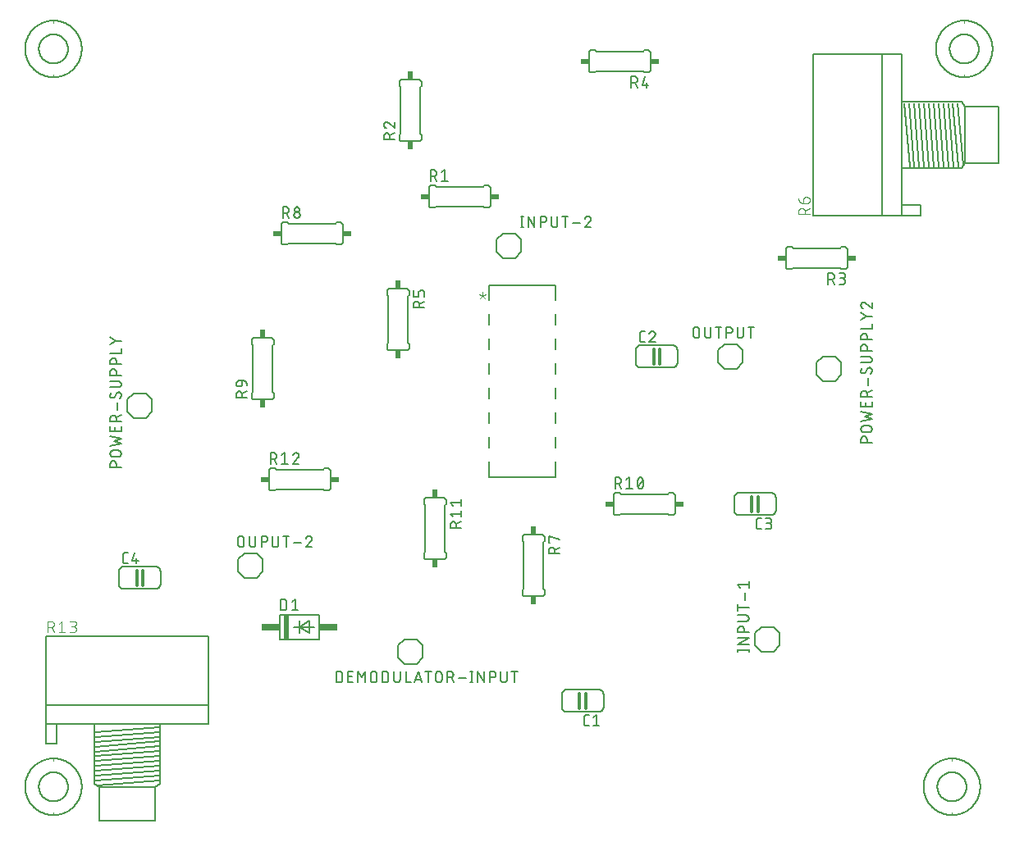
<source format=gbr>
G04 EAGLE Gerber RS-274X export*
G75*
%MOMM*%
%FSLAX34Y34*%
%LPD*%
%INSilkscreen Top*%
%IPPOS*%
%AMOC8*
5,1,8,0,0,1.08239X$1,22.5*%
G01*
%ADD10C,0.152400*%
%ADD11C,0.304800*%
%ADD12C,0.127000*%
%ADD13R,0.508000X2.540000*%
%ADD14R,1.905000X0.762000*%
%ADD15R,0.863600X0.609600*%
%ADD16R,0.609600X0.863600*%
%ADD17C,0.203200*%
%ADD18C,0.101600*%
%ADD19C,0.076200*%
%ADD20C,0.050800*%


D10*
X605790Y95250D02*
X605790Y82550D01*
X605788Y82410D01*
X605782Y82270D01*
X605773Y82130D01*
X605759Y81991D01*
X605742Y81852D01*
X605721Y81714D01*
X605696Y81576D01*
X605667Y81439D01*
X605635Y81303D01*
X605598Y81168D01*
X605558Y81034D01*
X605515Y80901D01*
X605467Y80769D01*
X605417Y80638D01*
X605362Y80509D01*
X605304Y80382D01*
X605243Y80256D01*
X605178Y80132D01*
X605109Y80010D01*
X605038Y79890D01*
X604963Y79772D01*
X604885Y79655D01*
X604803Y79541D01*
X604719Y79430D01*
X604631Y79321D01*
X604541Y79214D01*
X604447Y79109D01*
X604351Y79008D01*
X604252Y78909D01*
X604151Y78813D01*
X604046Y78719D01*
X603939Y78629D01*
X603830Y78541D01*
X603719Y78457D01*
X603605Y78375D01*
X603488Y78297D01*
X603370Y78222D01*
X603250Y78151D01*
X603128Y78082D01*
X603004Y78017D01*
X602878Y77956D01*
X602751Y77898D01*
X602622Y77843D01*
X602491Y77793D01*
X602359Y77745D01*
X602226Y77702D01*
X602092Y77662D01*
X601957Y77625D01*
X601821Y77593D01*
X601684Y77564D01*
X601546Y77539D01*
X601408Y77518D01*
X601269Y77501D01*
X601130Y77487D01*
X600990Y77478D01*
X600850Y77472D01*
X600710Y77470D01*
X605790Y95250D02*
X605788Y95390D01*
X605782Y95530D01*
X605773Y95670D01*
X605759Y95809D01*
X605742Y95948D01*
X605721Y96086D01*
X605696Y96224D01*
X605667Y96361D01*
X605635Y96497D01*
X605598Y96632D01*
X605558Y96766D01*
X605515Y96899D01*
X605467Y97031D01*
X605417Y97162D01*
X605362Y97291D01*
X605304Y97418D01*
X605243Y97544D01*
X605178Y97668D01*
X605109Y97790D01*
X605038Y97910D01*
X604963Y98028D01*
X604885Y98145D01*
X604803Y98259D01*
X604719Y98370D01*
X604631Y98479D01*
X604541Y98586D01*
X604447Y98691D01*
X604351Y98792D01*
X604252Y98891D01*
X604151Y98987D01*
X604046Y99081D01*
X603939Y99171D01*
X603830Y99259D01*
X603719Y99343D01*
X603605Y99425D01*
X603488Y99503D01*
X603370Y99578D01*
X603250Y99649D01*
X603128Y99718D01*
X603004Y99783D01*
X602878Y99844D01*
X602751Y99902D01*
X602622Y99957D01*
X602491Y100007D01*
X602359Y100055D01*
X602226Y100098D01*
X602092Y100138D01*
X601957Y100175D01*
X601821Y100207D01*
X601684Y100236D01*
X601546Y100261D01*
X601408Y100282D01*
X601269Y100299D01*
X601130Y100313D01*
X600990Y100322D01*
X600850Y100328D01*
X600710Y100330D01*
X600710Y77470D02*
X567690Y77470D01*
X562610Y82550D02*
X562610Y95250D01*
X567690Y100330D02*
X600710Y100330D01*
X567690Y77470D02*
X567550Y77472D01*
X567410Y77478D01*
X567270Y77487D01*
X567131Y77501D01*
X566992Y77518D01*
X566854Y77539D01*
X566716Y77564D01*
X566579Y77593D01*
X566443Y77625D01*
X566308Y77662D01*
X566174Y77702D01*
X566041Y77745D01*
X565909Y77793D01*
X565778Y77843D01*
X565649Y77898D01*
X565522Y77956D01*
X565396Y78017D01*
X565272Y78082D01*
X565150Y78151D01*
X565030Y78222D01*
X564912Y78297D01*
X564795Y78375D01*
X564681Y78457D01*
X564570Y78541D01*
X564461Y78629D01*
X564354Y78719D01*
X564249Y78813D01*
X564148Y78909D01*
X564049Y79008D01*
X563953Y79109D01*
X563859Y79214D01*
X563769Y79321D01*
X563681Y79430D01*
X563597Y79541D01*
X563515Y79655D01*
X563437Y79772D01*
X563362Y79890D01*
X563291Y80010D01*
X563222Y80132D01*
X563157Y80256D01*
X563096Y80382D01*
X563038Y80509D01*
X562983Y80638D01*
X562933Y80769D01*
X562885Y80901D01*
X562842Y81034D01*
X562802Y81168D01*
X562765Y81303D01*
X562733Y81439D01*
X562704Y81576D01*
X562679Y81714D01*
X562658Y81852D01*
X562641Y81991D01*
X562627Y82130D01*
X562618Y82270D01*
X562612Y82410D01*
X562610Y82550D01*
X562610Y95250D02*
X562612Y95390D01*
X562618Y95530D01*
X562627Y95670D01*
X562641Y95809D01*
X562658Y95948D01*
X562679Y96086D01*
X562704Y96224D01*
X562733Y96361D01*
X562765Y96497D01*
X562802Y96632D01*
X562842Y96766D01*
X562885Y96899D01*
X562933Y97031D01*
X562983Y97162D01*
X563038Y97291D01*
X563096Y97418D01*
X563157Y97544D01*
X563222Y97668D01*
X563291Y97790D01*
X563362Y97910D01*
X563437Y98028D01*
X563515Y98145D01*
X563597Y98259D01*
X563681Y98370D01*
X563769Y98479D01*
X563859Y98586D01*
X563953Y98691D01*
X564049Y98792D01*
X564148Y98891D01*
X564249Y98987D01*
X564354Y99081D01*
X564461Y99171D01*
X564570Y99259D01*
X564681Y99343D01*
X564795Y99425D01*
X564912Y99503D01*
X565030Y99578D01*
X565150Y99649D01*
X565272Y99718D01*
X565396Y99783D01*
X565522Y99844D01*
X565649Y99902D01*
X565778Y99957D01*
X565909Y100007D01*
X566041Y100055D01*
X566174Y100098D01*
X566308Y100138D01*
X566443Y100175D01*
X566579Y100207D01*
X566716Y100236D01*
X566854Y100261D01*
X566992Y100282D01*
X567131Y100299D01*
X567270Y100313D01*
X567410Y100322D01*
X567550Y100328D01*
X567690Y100330D01*
D11*
X587248Y96520D02*
X587248Y81280D01*
X580898Y81280D02*
X580898Y96520D01*
D12*
X587973Y62865D02*
X590513Y62865D01*
X587973Y62865D02*
X587873Y62867D01*
X587774Y62873D01*
X587674Y62883D01*
X587576Y62896D01*
X587477Y62914D01*
X587380Y62935D01*
X587284Y62960D01*
X587188Y62989D01*
X587094Y63022D01*
X587001Y63058D01*
X586910Y63098D01*
X586820Y63142D01*
X586732Y63189D01*
X586646Y63239D01*
X586562Y63293D01*
X586480Y63350D01*
X586401Y63410D01*
X586323Y63474D01*
X586249Y63540D01*
X586177Y63609D01*
X586108Y63681D01*
X586042Y63755D01*
X585978Y63833D01*
X585918Y63912D01*
X585861Y63994D01*
X585807Y64078D01*
X585757Y64164D01*
X585710Y64252D01*
X585666Y64342D01*
X585626Y64433D01*
X585590Y64526D01*
X585557Y64620D01*
X585528Y64716D01*
X585503Y64812D01*
X585482Y64909D01*
X585464Y65008D01*
X585451Y65106D01*
X585441Y65206D01*
X585435Y65305D01*
X585433Y65405D01*
X585433Y71755D01*
X585435Y71855D01*
X585441Y71954D01*
X585451Y72054D01*
X585464Y72152D01*
X585482Y72251D01*
X585503Y72348D01*
X585528Y72444D01*
X585557Y72540D01*
X585590Y72634D01*
X585626Y72727D01*
X585666Y72818D01*
X585710Y72908D01*
X585757Y72996D01*
X585807Y73082D01*
X585861Y73166D01*
X585918Y73248D01*
X585978Y73327D01*
X586042Y73405D01*
X586108Y73479D01*
X586177Y73551D01*
X586249Y73620D01*
X586323Y73686D01*
X586401Y73750D01*
X586480Y73810D01*
X586562Y73867D01*
X586646Y73921D01*
X586732Y73971D01*
X586820Y74018D01*
X586910Y74062D01*
X587001Y74102D01*
X587094Y74138D01*
X587188Y74171D01*
X587284Y74200D01*
X587380Y74225D01*
X587477Y74246D01*
X587576Y74264D01*
X587674Y74277D01*
X587774Y74287D01*
X587873Y74293D01*
X587973Y74295D01*
X590513Y74295D01*
X594995Y71755D02*
X598170Y74295D01*
X598170Y62865D01*
X594995Y62865D02*
X601345Y62865D01*
D10*
X638810Y438150D02*
X638810Y450850D01*
X638812Y450990D01*
X638818Y451130D01*
X638827Y451270D01*
X638841Y451409D01*
X638858Y451548D01*
X638879Y451686D01*
X638904Y451824D01*
X638933Y451961D01*
X638965Y452097D01*
X639002Y452232D01*
X639042Y452366D01*
X639085Y452499D01*
X639133Y452631D01*
X639183Y452762D01*
X639238Y452891D01*
X639296Y453018D01*
X639357Y453144D01*
X639422Y453268D01*
X639491Y453390D01*
X639562Y453510D01*
X639637Y453628D01*
X639715Y453745D01*
X639797Y453859D01*
X639881Y453970D01*
X639969Y454079D01*
X640059Y454186D01*
X640153Y454291D01*
X640249Y454392D01*
X640348Y454491D01*
X640449Y454587D01*
X640554Y454681D01*
X640661Y454771D01*
X640770Y454859D01*
X640881Y454943D01*
X640995Y455025D01*
X641112Y455103D01*
X641230Y455178D01*
X641350Y455249D01*
X641472Y455318D01*
X641596Y455383D01*
X641722Y455444D01*
X641849Y455502D01*
X641978Y455557D01*
X642109Y455607D01*
X642241Y455655D01*
X642374Y455698D01*
X642508Y455738D01*
X642643Y455775D01*
X642779Y455807D01*
X642916Y455836D01*
X643054Y455861D01*
X643192Y455882D01*
X643331Y455899D01*
X643470Y455913D01*
X643610Y455922D01*
X643750Y455928D01*
X643890Y455930D01*
X638810Y438150D02*
X638812Y438010D01*
X638818Y437870D01*
X638827Y437730D01*
X638841Y437591D01*
X638858Y437452D01*
X638879Y437314D01*
X638904Y437176D01*
X638933Y437039D01*
X638965Y436903D01*
X639002Y436768D01*
X639042Y436634D01*
X639085Y436501D01*
X639133Y436369D01*
X639183Y436238D01*
X639238Y436109D01*
X639296Y435982D01*
X639357Y435856D01*
X639422Y435732D01*
X639491Y435610D01*
X639562Y435490D01*
X639637Y435372D01*
X639715Y435255D01*
X639797Y435141D01*
X639881Y435030D01*
X639969Y434921D01*
X640059Y434814D01*
X640153Y434709D01*
X640249Y434608D01*
X640348Y434509D01*
X640449Y434413D01*
X640554Y434319D01*
X640661Y434229D01*
X640770Y434141D01*
X640881Y434057D01*
X640995Y433975D01*
X641112Y433897D01*
X641230Y433822D01*
X641350Y433751D01*
X641472Y433682D01*
X641596Y433617D01*
X641722Y433556D01*
X641849Y433498D01*
X641978Y433443D01*
X642109Y433393D01*
X642241Y433345D01*
X642374Y433302D01*
X642508Y433262D01*
X642643Y433225D01*
X642779Y433193D01*
X642916Y433164D01*
X643054Y433139D01*
X643192Y433118D01*
X643331Y433101D01*
X643470Y433087D01*
X643610Y433078D01*
X643750Y433072D01*
X643890Y433070D01*
X643890Y455930D02*
X676910Y455930D01*
X681990Y450850D02*
X681990Y438150D01*
X676910Y433070D02*
X643890Y433070D01*
X676910Y455930D02*
X677050Y455928D01*
X677190Y455922D01*
X677330Y455913D01*
X677469Y455899D01*
X677608Y455882D01*
X677746Y455861D01*
X677884Y455836D01*
X678021Y455807D01*
X678157Y455775D01*
X678292Y455738D01*
X678426Y455698D01*
X678559Y455655D01*
X678691Y455607D01*
X678822Y455557D01*
X678951Y455502D01*
X679078Y455444D01*
X679204Y455383D01*
X679328Y455318D01*
X679450Y455249D01*
X679570Y455178D01*
X679688Y455103D01*
X679805Y455025D01*
X679919Y454943D01*
X680030Y454859D01*
X680139Y454771D01*
X680246Y454681D01*
X680351Y454587D01*
X680452Y454491D01*
X680551Y454392D01*
X680647Y454291D01*
X680741Y454186D01*
X680831Y454079D01*
X680919Y453970D01*
X681003Y453859D01*
X681085Y453745D01*
X681163Y453628D01*
X681238Y453510D01*
X681309Y453390D01*
X681378Y453268D01*
X681443Y453144D01*
X681504Y453018D01*
X681562Y452891D01*
X681617Y452762D01*
X681667Y452631D01*
X681715Y452499D01*
X681758Y452366D01*
X681798Y452232D01*
X681835Y452097D01*
X681867Y451961D01*
X681896Y451824D01*
X681921Y451686D01*
X681942Y451548D01*
X681959Y451409D01*
X681973Y451270D01*
X681982Y451130D01*
X681988Y450990D01*
X681990Y450850D01*
X681990Y438150D02*
X681988Y438010D01*
X681982Y437870D01*
X681973Y437730D01*
X681959Y437591D01*
X681942Y437452D01*
X681921Y437314D01*
X681896Y437176D01*
X681867Y437039D01*
X681835Y436903D01*
X681798Y436768D01*
X681758Y436634D01*
X681715Y436501D01*
X681667Y436369D01*
X681617Y436238D01*
X681562Y436109D01*
X681504Y435982D01*
X681443Y435856D01*
X681378Y435732D01*
X681309Y435610D01*
X681238Y435490D01*
X681163Y435372D01*
X681085Y435255D01*
X681003Y435141D01*
X680919Y435030D01*
X680831Y434921D01*
X680741Y434814D01*
X680647Y434709D01*
X680551Y434608D01*
X680452Y434509D01*
X680351Y434413D01*
X680246Y434319D01*
X680139Y434229D01*
X680030Y434141D01*
X679919Y434057D01*
X679805Y433975D01*
X679688Y433897D01*
X679570Y433822D01*
X679450Y433751D01*
X679328Y433682D01*
X679204Y433617D01*
X679078Y433556D01*
X678951Y433498D01*
X678822Y433443D01*
X678691Y433393D01*
X678559Y433345D01*
X678426Y433302D01*
X678292Y433262D01*
X678157Y433225D01*
X678021Y433193D01*
X677884Y433164D01*
X677746Y433139D01*
X677608Y433118D01*
X677469Y433101D01*
X677330Y433087D01*
X677190Y433078D01*
X677050Y433072D01*
X676910Y433070D01*
D11*
X657352Y436880D02*
X657352Y452120D01*
X663702Y452120D02*
X663702Y436880D01*
D12*
X648335Y459105D02*
X645795Y459105D01*
X645695Y459107D01*
X645596Y459113D01*
X645496Y459123D01*
X645398Y459136D01*
X645299Y459154D01*
X645202Y459175D01*
X645106Y459200D01*
X645010Y459229D01*
X644916Y459262D01*
X644823Y459298D01*
X644732Y459338D01*
X644642Y459382D01*
X644554Y459429D01*
X644468Y459479D01*
X644384Y459533D01*
X644302Y459590D01*
X644223Y459650D01*
X644145Y459714D01*
X644071Y459780D01*
X643999Y459849D01*
X643930Y459921D01*
X643864Y459995D01*
X643800Y460073D01*
X643740Y460152D01*
X643683Y460234D01*
X643629Y460318D01*
X643579Y460404D01*
X643532Y460492D01*
X643488Y460582D01*
X643448Y460673D01*
X643412Y460766D01*
X643379Y460860D01*
X643350Y460956D01*
X643325Y461052D01*
X643304Y461149D01*
X643286Y461248D01*
X643273Y461346D01*
X643263Y461446D01*
X643257Y461545D01*
X643255Y461645D01*
X643255Y467995D01*
X643257Y468095D01*
X643263Y468194D01*
X643273Y468294D01*
X643286Y468392D01*
X643304Y468491D01*
X643325Y468588D01*
X643350Y468684D01*
X643379Y468780D01*
X643412Y468874D01*
X643448Y468967D01*
X643488Y469058D01*
X643532Y469148D01*
X643579Y469236D01*
X643629Y469322D01*
X643683Y469406D01*
X643740Y469488D01*
X643800Y469567D01*
X643864Y469645D01*
X643930Y469719D01*
X643999Y469791D01*
X644071Y469860D01*
X644145Y469926D01*
X644223Y469990D01*
X644302Y470050D01*
X644384Y470107D01*
X644468Y470161D01*
X644554Y470211D01*
X644642Y470258D01*
X644732Y470302D01*
X644823Y470342D01*
X644916Y470378D01*
X645010Y470411D01*
X645106Y470440D01*
X645202Y470465D01*
X645299Y470486D01*
X645398Y470504D01*
X645496Y470517D01*
X645596Y470527D01*
X645695Y470533D01*
X645795Y470535D01*
X648335Y470535D01*
X656310Y470536D02*
X656414Y470534D01*
X656519Y470528D01*
X656623Y470519D01*
X656726Y470506D01*
X656829Y470488D01*
X656931Y470468D01*
X657033Y470443D01*
X657133Y470415D01*
X657233Y470383D01*
X657331Y470347D01*
X657428Y470308D01*
X657523Y470266D01*
X657617Y470220D01*
X657709Y470170D01*
X657799Y470118D01*
X657887Y470062D01*
X657973Y470002D01*
X658057Y469940D01*
X658138Y469875D01*
X658217Y469807D01*
X658294Y469735D01*
X658367Y469662D01*
X658439Y469585D01*
X658507Y469506D01*
X658572Y469425D01*
X658634Y469341D01*
X658694Y469255D01*
X658750Y469167D01*
X658802Y469077D01*
X658852Y468985D01*
X658898Y468891D01*
X658940Y468796D01*
X658979Y468699D01*
X659015Y468601D01*
X659047Y468501D01*
X659075Y468401D01*
X659100Y468299D01*
X659120Y468197D01*
X659138Y468094D01*
X659151Y467991D01*
X659160Y467887D01*
X659166Y467782D01*
X659168Y467678D01*
X656310Y470535D02*
X656192Y470533D01*
X656073Y470527D01*
X655955Y470518D01*
X655838Y470505D01*
X655721Y470487D01*
X655604Y470467D01*
X655488Y470442D01*
X655373Y470414D01*
X655260Y470381D01*
X655147Y470346D01*
X655035Y470306D01*
X654925Y470264D01*
X654816Y470217D01*
X654708Y470167D01*
X654603Y470114D01*
X654499Y470057D01*
X654397Y469997D01*
X654297Y469934D01*
X654199Y469867D01*
X654103Y469798D01*
X654010Y469725D01*
X653919Y469649D01*
X653830Y469571D01*
X653744Y469489D01*
X653661Y469405D01*
X653580Y469319D01*
X653503Y469229D01*
X653428Y469138D01*
X653356Y469044D01*
X653287Y468947D01*
X653222Y468849D01*
X653159Y468748D01*
X653100Y468645D01*
X653044Y468541D01*
X652992Y468435D01*
X652943Y468327D01*
X652898Y468218D01*
X652856Y468107D01*
X652818Y467995D01*
X658215Y465456D02*
X658291Y465531D01*
X658366Y465610D01*
X658437Y465691D01*
X658506Y465775D01*
X658571Y465861D01*
X658633Y465949D01*
X658693Y466039D01*
X658749Y466131D01*
X658802Y466226D01*
X658851Y466322D01*
X658897Y466420D01*
X658940Y466519D01*
X658979Y466620D01*
X659014Y466722D01*
X659046Y466825D01*
X659074Y466929D01*
X659099Y467034D01*
X659120Y467141D01*
X659137Y467247D01*
X659150Y467354D01*
X659159Y467462D01*
X659165Y467570D01*
X659167Y467678D01*
X658215Y465455D02*
X652817Y459105D01*
X659167Y459105D01*
D10*
X783590Y298450D02*
X783590Y285750D01*
X783588Y285610D01*
X783582Y285470D01*
X783573Y285330D01*
X783559Y285191D01*
X783542Y285052D01*
X783521Y284914D01*
X783496Y284776D01*
X783467Y284639D01*
X783435Y284503D01*
X783398Y284368D01*
X783358Y284234D01*
X783315Y284101D01*
X783267Y283969D01*
X783217Y283838D01*
X783162Y283709D01*
X783104Y283582D01*
X783043Y283456D01*
X782978Y283332D01*
X782909Y283210D01*
X782838Y283090D01*
X782763Y282972D01*
X782685Y282855D01*
X782603Y282741D01*
X782519Y282630D01*
X782431Y282521D01*
X782341Y282414D01*
X782247Y282309D01*
X782151Y282208D01*
X782052Y282109D01*
X781951Y282013D01*
X781846Y281919D01*
X781739Y281829D01*
X781630Y281741D01*
X781519Y281657D01*
X781405Y281575D01*
X781288Y281497D01*
X781170Y281422D01*
X781050Y281351D01*
X780928Y281282D01*
X780804Y281217D01*
X780678Y281156D01*
X780551Y281098D01*
X780422Y281043D01*
X780291Y280993D01*
X780159Y280945D01*
X780026Y280902D01*
X779892Y280862D01*
X779757Y280825D01*
X779621Y280793D01*
X779484Y280764D01*
X779346Y280739D01*
X779208Y280718D01*
X779069Y280701D01*
X778930Y280687D01*
X778790Y280678D01*
X778650Y280672D01*
X778510Y280670D01*
X783590Y298450D02*
X783588Y298590D01*
X783582Y298730D01*
X783573Y298870D01*
X783559Y299009D01*
X783542Y299148D01*
X783521Y299286D01*
X783496Y299424D01*
X783467Y299561D01*
X783435Y299697D01*
X783398Y299832D01*
X783358Y299966D01*
X783315Y300099D01*
X783267Y300231D01*
X783217Y300362D01*
X783162Y300491D01*
X783104Y300618D01*
X783043Y300744D01*
X782978Y300868D01*
X782909Y300990D01*
X782838Y301110D01*
X782763Y301228D01*
X782685Y301345D01*
X782603Y301459D01*
X782519Y301570D01*
X782431Y301679D01*
X782341Y301786D01*
X782247Y301891D01*
X782151Y301992D01*
X782052Y302091D01*
X781951Y302187D01*
X781846Y302281D01*
X781739Y302371D01*
X781630Y302459D01*
X781519Y302543D01*
X781405Y302625D01*
X781288Y302703D01*
X781170Y302778D01*
X781050Y302849D01*
X780928Y302918D01*
X780804Y302983D01*
X780678Y303044D01*
X780551Y303102D01*
X780422Y303157D01*
X780291Y303207D01*
X780159Y303255D01*
X780026Y303298D01*
X779892Y303338D01*
X779757Y303375D01*
X779621Y303407D01*
X779484Y303436D01*
X779346Y303461D01*
X779208Y303482D01*
X779069Y303499D01*
X778930Y303513D01*
X778790Y303522D01*
X778650Y303528D01*
X778510Y303530D01*
X778510Y280670D02*
X745490Y280670D01*
X740410Y285750D02*
X740410Y298450D01*
X745490Y303530D02*
X778510Y303530D01*
X745490Y280670D02*
X745350Y280672D01*
X745210Y280678D01*
X745070Y280687D01*
X744931Y280701D01*
X744792Y280718D01*
X744654Y280739D01*
X744516Y280764D01*
X744379Y280793D01*
X744243Y280825D01*
X744108Y280862D01*
X743974Y280902D01*
X743841Y280945D01*
X743709Y280993D01*
X743578Y281043D01*
X743449Y281098D01*
X743322Y281156D01*
X743196Y281217D01*
X743072Y281282D01*
X742950Y281351D01*
X742830Y281422D01*
X742712Y281497D01*
X742595Y281575D01*
X742481Y281657D01*
X742370Y281741D01*
X742261Y281829D01*
X742154Y281919D01*
X742049Y282013D01*
X741948Y282109D01*
X741849Y282208D01*
X741753Y282309D01*
X741659Y282414D01*
X741569Y282521D01*
X741481Y282630D01*
X741397Y282741D01*
X741315Y282855D01*
X741237Y282972D01*
X741162Y283090D01*
X741091Y283210D01*
X741022Y283332D01*
X740957Y283456D01*
X740896Y283582D01*
X740838Y283709D01*
X740783Y283838D01*
X740733Y283969D01*
X740685Y284101D01*
X740642Y284234D01*
X740602Y284368D01*
X740565Y284503D01*
X740533Y284639D01*
X740504Y284776D01*
X740479Y284914D01*
X740458Y285052D01*
X740441Y285191D01*
X740427Y285330D01*
X740418Y285470D01*
X740412Y285610D01*
X740410Y285750D01*
X740410Y298450D02*
X740412Y298590D01*
X740418Y298730D01*
X740427Y298870D01*
X740441Y299009D01*
X740458Y299148D01*
X740479Y299286D01*
X740504Y299424D01*
X740533Y299561D01*
X740565Y299697D01*
X740602Y299832D01*
X740642Y299966D01*
X740685Y300099D01*
X740733Y300231D01*
X740783Y300362D01*
X740838Y300491D01*
X740896Y300618D01*
X740957Y300744D01*
X741022Y300868D01*
X741091Y300990D01*
X741162Y301110D01*
X741237Y301228D01*
X741315Y301345D01*
X741397Y301459D01*
X741481Y301570D01*
X741569Y301679D01*
X741659Y301786D01*
X741753Y301891D01*
X741849Y301992D01*
X741948Y302091D01*
X742049Y302187D01*
X742154Y302281D01*
X742261Y302371D01*
X742370Y302459D01*
X742481Y302543D01*
X742595Y302625D01*
X742712Y302703D01*
X742830Y302778D01*
X742950Y302849D01*
X743072Y302918D01*
X743196Y302983D01*
X743322Y303044D01*
X743449Y303102D01*
X743578Y303157D01*
X743709Y303207D01*
X743841Y303255D01*
X743974Y303298D01*
X744108Y303338D01*
X744243Y303375D01*
X744379Y303407D01*
X744516Y303436D01*
X744654Y303461D01*
X744792Y303482D01*
X744931Y303499D01*
X745070Y303513D01*
X745210Y303522D01*
X745350Y303528D01*
X745490Y303530D01*
D11*
X765048Y299720D02*
X765048Y284480D01*
X758698Y284480D02*
X758698Y299720D01*
D12*
X765773Y266065D02*
X768313Y266065D01*
X765773Y266065D02*
X765673Y266067D01*
X765574Y266073D01*
X765474Y266083D01*
X765376Y266096D01*
X765277Y266114D01*
X765180Y266135D01*
X765084Y266160D01*
X764988Y266189D01*
X764894Y266222D01*
X764801Y266258D01*
X764710Y266298D01*
X764620Y266342D01*
X764532Y266389D01*
X764446Y266439D01*
X764362Y266493D01*
X764280Y266550D01*
X764201Y266610D01*
X764123Y266674D01*
X764049Y266740D01*
X763977Y266809D01*
X763908Y266881D01*
X763842Y266955D01*
X763778Y267033D01*
X763718Y267112D01*
X763661Y267194D01*
X763607Y267278D01*
X763557Y267364D01*
X763510Y267452D01*
X763466Y267542D01*
X763426Y267633D01*
X763390Y267726D01*
X763357Y267820D01*
X763328Y267916D01*
X763303Y268012D01*
X763282Y268109D01*
X763264Y268208D01*
X763251Y268306D01*
X763241Y268406D01*
X763235Y268505D01*
X763233Y268605D01*
X763233Y274955D01*
X763235Y275055D01*
X763241Y275154D01*
X763251Y275254D01*
X763264Y275352D01*
X763282Y275451D01*
X763303Y275548D01*
X763328Y275644D01*
X763357Y275740D01*
X763390Y275834D01*
X763426Y275927D01*
X763466Y276018D01*
X763510Y276108D01*
X763557Y276196D01*
X763607Y276282D01*
X763661Y276366D01*
X763718Y276448D01*
X763778Y276527D01*
X763842Y276605D01*
X763908Y276679D01*
X763977Y276751D01*
X764049Y276820D01*
X764123Y276886D01*
X764201Y276950D01*
X764280Y277010D01*
X764362Y277067D01*
X764446Y277121D01*
X764532Y277171D01*
X764620Y277218D01*
X764710Y277262D01*
X764801Y277302D01*
X764894Y277338D01*
X764988Y277371D01*
X765084Y277400D01*
X765180Y277425D01*
X765277Y277446D01*
X765376Y277464D01*
X765474Y277477D01*
X765574Y277487D01*
X765673Y277493D01*
X765773Y277495D01*
X768313Y277495D01*
X772795Y266065D02*
X775970Y266065D01*
X776081Y266067D01*
X776191Y266073D01*
X776302Y266082D01*
X776412Y266096D01*
X776521Y266113D01*
X776630Y266134D01*
X776738Y266159D01*
X776845Y266188D01*
X776951Y266220D01*
X777056Y266256D01*
X777159Y266296D01*
X777261Y266339D01*
X777362Y266386D01*
X777461Y266437D01*
X777558Y266490D01*
X777652Y266547D01*
X777745Y266608D01*
X777836Y266671D01*
X777925Y266738D01*
X778011Y266808D01*
X778094Y266881D01*
X778176Y266956D01*
X778254Y267034D01*
X778329Y267116D01*
X778402Y267199D01*
X778472Y267285D01*
X778539Y267374D01*
X778602Y267465D01*
X778663Y267558D01*
X778720Y267652D01*
X778773Y267749D01*
X778824Y267848D01*
X778871Y267949D01*
X778914Y268051D01*
X778954Y268154D01*
X778990Y268259D01*
X779022Y268365D01*
X779051Y268472D01*
X779076Y268580D01*
X779097Y268689D01*
X779114Y268798D01*
X779128Y268908D01*
X779137Y269019D01*
X779143Y269129D01*
X779145Y269240D01*
X779143Y269351D01*
X779137Y269461D01*
X779128Y269572D01*
X779114Y269682D01*
X779097Y269791D01*
X779076Y269900D01*
X779051Y270008D01*
X779022Y270115D01*
X778990Y270221D01*
X778954Y270326D01*
X778914Y270429D01*
X778871Y270531D01*
X778824Y270632D01*
X778773Y270731D01*
X778720Y270827D01*
X778663Y270922D01*
X778602Y271015D01*
X778539Y271106D01*
X778472Y271195D01*
X778402Y271281D01*
X778329Y271364D01*
X778254Y271446D01*
X778176Y271524D01*
X778094Y271599D01*
X778011Y271672D01*
X777925Y271742D01*
X777836Y271809D01*
X777745Y271872D01*
X777652Y271933D01*
X777558Y271990D01*
X777461Y272043D01*
X777362Y272094D01*
X777261Y272141D01*
X777159Y272184D01*
X777056Y272224D01*
X776951Y272260D01*
X776845Y272292D01*
X776738Y272321D01*
X776630Y272346D01*
X776521Y272367D01*
X776412Y272384D01*
X776302Y272398D01*
X776191Y272407D01*
X776081Y272413D01*
X775970Y272415D01*
X776605Y277495D02*
X772795Y277495D01*
X776605Y277495D02*
X776705Y277493D01*
X776804Y277487D01*
X776904Y277477D01*
X777002Y277464D01*
X777101Y277446D01*
X777198Y277425D01*
X777294Y277400D01*
X777390Y277371D01*
X777484Y277338D01*
X777577Y277302D01*
X777668Y277262D01*
X777758Y277218D01*
X777846Y277171D01*
X777932Y277121D01*
X778016Y277067D01*
X778098Y277010D01*
X778177Y276950D01*
X778255Y276886D01*
X778329Y276820D01*
X778401Y276751D01*
X778470Y276679D01*
X778536Y276605D01*
X778600Y276527D01*
X778660Y276448D01*
X778717Y276366D01*
X778771Y276282D01*
X778821Y276196D01*
X778868Y276108D01*
X778912Y276018D01*
X778952Y275927D01*
X778988Y275834D01*
X779021Y275740D01*
X779050Y275644D01*
X779075Y275548D01*
X779096Y275451D01*
X779114Y275352D01*
X779127Y275254D01*
X779137Y275154D01*
X779143Y275055D01*
X779145Y274955D01*
X779143Y274855D01*
X779137Y274756D01*
X779127Y274656D01*
X779114Y274558D01*
X779096Y274459D01*
X779075Y274362D01*
X779050Y274266D01*
X779021Y274170D01*
X778988Y274076D01*
X778952Y273983D01*
X778912Y273892D01*
X778868Y273802D01*
X778821Y273714D01*
X778771Y273628D01*
X778717Y273544D01*
X778660Y273462D01*
X778600Y273383D01*
X778536Y273305D01*
X778470Y273231D01*
X778401Y273159D01*
X778329Y273090D01*
X778255Y273024D01*
X778177Y272960D01*
X778098Y272900D01*
X778016Y272843D01*
X777932Y272789D01*
X777846Y272739D01*
X777758Y272692D01*
X777668Y272648D01*
X777577Y272608D01*
X777484Y272572D01*
X777390Y272539D01*
X777294Y272510D01*
X777198Y272485D01*
X777101Y272464D01*
X777002Y272446D01*
X776904Y272433D01*
X776804Y272423D01*
X776705Y272417D01*
X776605Y272415D01*
X774065Y272415D01*
D10*
X105410Y222250D02*
X105410Y209550D01*
X105410Y222250D02*
X105412Y222390D01*
X105418Y222530D01*
X105427Y222670D01*
X105441Y222809D01*
X105458Y222948D01*
X105479Y223086D01*
X105504Y223224D01*
X105533Y223361D01*
X105565Y223497D01*
X105602Y223632D01*
X105642Y223766D01*
X105685Y223899D01*
X105733Y224031D01*
X105783Y224162D01*
X105838Y224291D01*
X105896Y224418D01*
X105957Y224544D01*
X106022Y224668D01*
X106091Y224790D01*
X106162Y224910D01*
X106237Y225028D01*
X106315Y225145D01*
X106397Y225259D01*
X106481Y225370D01*
X106569Y225479D01*
X106659Y225586D01*
X106753Y225691D01*
X106849Y225792D01*
X106948Y225891D01*
X107049Y225987D01*
X107154Y226081D01*
X107261Y226171D01*
X107370Y226259D01*
X107481Y226343D01*
X107595Y226425D01*
X107712Y226503D01*
X107830Y226578D01*
X107950Y226649D01*
X108072Y226718D01*
X108196Y226783D01*
X108322Y226844D01*
X108449Y226902D01*
X108578Y226957D01*
X108709Y227007D01*
X108841Y227055D01*
X108974Y227098D01*
X109108Y227138D01*
X109243Y227175D01*
X109379Y227207D01*
X109516Y227236D01*
X109654Y227261D01*
X109792Y227282D01*
X109931Y227299D01*
X110070Y227313D01*
X110210Y227322D01*
X110350Y227328D01*
X110490Y227330D01*
X105410Y209550D02*
X105412Y209410D01*
X105418Y209270D01*
X105427Y209130D01*
X105441Y208991D01*
X105458Y208852D01*
X105479Y208714D01*
X105504Y208576D01*
X105533Y208439D01*
X105565Y208303D01*
X105602Y208168D01*
X105642Y208034D01*
X105685Y207901D01*
X105733Y207769D01*
X105783Y207638D01*
X105838Y207509D01*
X105896Y207382D01*
X105957Y207256D01*
X106022Y207132D01*
X106091Y207010D01*
X106162Y206890D01*
X106237Y206772D01*
X106315Y206655D01*
X106397Y206541D01*
X106481Y206430D01*
X106569Y206321D01*
X106659Y206214D01*
X106753Y206109D01*
X106849Y206008D01*
X106948Y205909D01*
X107049Y205813D01*
X107154Y205719D01*
X107261Y205629D01*
X107370Y205541D01*
X107481Y205457D01*
X107595Y205375D01*
X107712Y205297D01*
X107830Y205222D01*
X107950Y205151D01*
X108072Y205082D01*
X108196Y205017D01*
X108322Y204956D01*
X108449Y204898D01*
X108578Y204843D01*
X108709Y204793D01*
X108841Y204745D01*
X108974Y204702D01*
X109108Y204662D01*
X109243Y204625D01*
X109379Y204593D01*
X109516Y204564D01*
X109654Y204539D01*
X109792Y204518D01*
X109931Y204501D01*
X110070Y204487D01*
X110210Y204478D01*
X110350Y204472D01*
X110490Y204470D01*
X110490Y227330D02*
X143510Y227330D01*
X148590Y222250D02*
X148590Y209550D01*
X143510Y204470D02*
X110490Y204470D01*
X143510Y227330D02*
X143650Y227328D01*
X143790Y227322D01*
X143930Y227313D01*
X144069Y227299D01*
X144208Y227282D01*
X144346Y227261D01*
X144484Y227236D01*
X144621Y227207D01*
X144757Y227175D01*
X144892Y227138D01*
X145026Y227098D01*
X145159Y227055D01*
X145291Y227007D01*
X145422Y226957D01*
X145551Y226902D01*
X145678Y226844D01*
X145804Y226783D01*
X145928Y226718D01*
X146050Y226649D01*
X146170Y226578D01*
X146288Y226503D01*
X146405Y226425D01*
X146519Y226343D01*
X146630Y226259D01*
X146739Y226171D01*
X146846Y226081D01*
X146951Y225987D01*
X147052Y225891D01*
X147151Y225792D01*
X147247Y225691D01*
X147341Y225586D01*
X147431Y225479D01*
X147519Y225370D01*
X147603Y225259D01*
X147685Y225145D01*
X147763Y225028D01*
X147838Y224910D01*
X147909Y224790D01*
X147978Y224668D01*
X148043Y224544D01*
X148104Y224418D01*
X148162Y224291D01*
X148217Y224162D01*
X148267Y224031D01*
X148315Y223899D01*
X148358Y223766D01*
X148398Y223632D01*
X148435Y223497D01*
X148467Y223361D01*
X148496Y223224D01*
X148521Y223086D01*
X148542Y222948D01*
X148559Y222809D01*
X148573Y222670D01*
X148582Y222530D01*
X148588Y222390D01*
X148590Y222250D01*
X148590Y209550D02*
X148588Y209410D01*
X148582Y209270D01*
X148573Y209130D01*
X148559Y208991D01*
X148542Y208852D01*
X148521Y208714D01*
X148496Y208576D01*
X148467Y208439D01*
X148435Y208303D01*
X148398Y208168D01*
X148358Y208034D01*
X148315Y207901D01*
X148267Y207769D01*
X148217Y207638D01*
X148162Y207509D01*
X148104Y207382D01*
X148043Y207256D01*
X147978Y207132D01*
X147909Y207010D01*
X147838Y206890D01*
X147763Y206772D01*
X147685Y206655D01*
X147603Y206541D01*
X147519Y206430D01*
X147431Y206321D01*
X147341Y206214D01*
X147247Y206109D01*
X147151Y206008D01*
X147052Y205909D01*
X146951Y205813D01*
X146846Y205719D01*
X146739Y205629D01*
X146630Y205541D01*
X146519Y205457D01*
X146405Y205375D01*
X146288Y205297D01*
X146170Y205222D01*
X146050Y205151D01*
X145928Y205082D01*
X145804Y205017D01*
X145678Y204956D01*
X145551Y204898D01*
X145422Y204843D01*
X145291Y204793D01*
X145159Y204745D01*
X145026Y204702D01*
X144892Y204662D01*
X144757Y204625D01*
X144621Y204593D01*
X144484Y204564D01*
X144346Y204539D01*
X144208Y204518D01*
X144069Y204501D01*
X143930Y204487D01*
X143790Y204478D01*
X143650Y204472D01*
X143510Y204470D01*
D11*
X123952Y208280D02*
X123952Y223520D01*
X130302Y223520D02*
X130302Y208280D01*
D12*
X114935Y230505D02*
X112395Y230505D01*
X112295Y230507D01*
X112196Y230513D01*
X112096Y230523D01*
X111998Y230536D01*
X111899Y230554D01*
X111802Y230575D01*
X111706Y230600D01*
X111610Y230629D01*
X111516Y230662D01*
X111423Y230698D01*
X111332Y230738D01*
X111242Y230782D01*
X111154Y230829D01*
X111068Y230879D01*
X110984Y230933D01*
X110902Y230990D01*
X110823Y231050D01*
X110745Y231114D01*
X110671Y231180D01*
X110599Y231249D01*
X110530Y231321D01*
X110464Y231395D01*
X110400Y231473D01*
X110340Y231552D01*
X110283Y231634D01*
X110229Y231718D01*
X110179Y231804D01*
X110132Y231892D01*
X110088Y231982D01*
X110048Y232073D01*
X110012Y232166D01*
X109979Y232260D01*
X109950Y232356D01*
X109925Y232452D01*
X109904Y232549D01*
X109886Y232648D01*
X109873Y232746D01*
X109863Y232846D01*
X109857Y232945D01*
X109855Y233045D01*
X109855Y239395D01*
X109857Y239495D01*
X109863Y239594D01*
X109873Y239694D01*
X109886Y239792D01*
X109904Y239891D01*
X109925Y239988D01*
X109950Y240084D01*
X109979Y240180D01*
X110012Y240274D01*
X110048Y240367D01*
X110088Y240458D01*
X110132Y240548D01*
X110179Y240636D01*
X110229Y240722D01*
X110283Y240806D01*
X110340Y240888D01*
X110400Y240967D01*
X110464Y241045D01*
X110530Y241119D01*
X110599Y241191D01*
X110671Y241260D01*
X110745Y241326D01*
X110823Y241390D01*
X110902Y241450D01*
X110984Y241507D01*
X111068Y241561D01*
X111154Y241611D01*
X111242Y241658D01*
X111332Y241702D01*
X111423Y241742D01*
X111516Y241778D01*
X111610Y241811D01*
X111706Y241840D01*
X111802Y241865D01*
X111899Y241886D01*
X111998Y241904D01*
X112096Y241917D01*
X112196Y241927D01*
X112295Y241933D01*
X112395Y241935D01*
X114935Y241935D01*
X121957Y241935D02*
X119417Y233045D01*
X125767Y233045D01*
X123862Y235585D02*
X123862Y230505D01*
D10*
X271780Y152400D02*
X312420Y152400D01*
X312420Y177800D01*
X271780Y177800D01*
X271780Y152400D01*
X285750Y165100D02*
X292100Y165100D01*
X302260Y171450D02*
X302260Y158750D01*
X292100Y165100D01*
X307340Y165100D01*
X302260Y171450D02*
X292100Y165100D01*
X292100Y171450D01*
X292100Y165100D02*
X292100Y158750D01*
D13*
X278130Y165100D03*
D14*
X321945Y165100D03*
X262255Y165100D03*
D12*
X272415Y182245D02*
X272415Y193675D01*
X275590Y193675D01*
X275701Y193673D01*
X275811Y193667D01*
X275922Y193658D01*
X276032Y193644D01*
X276141Y193627D01*
X276250Y193606D01*
X276358Y193581D01*
X276465Y193552D01*
X276571Y193520D01*
X276676Y193484D01*
X276779Y193444D01*
X276881Y193401D01*
X276982Y193354D01*
X277081Y193303D01*
X277178Y193250D01*
X277272Y193193D01*
X277365Y193132D01*
X277456Y193069D01*
X277545Y193002D01*
X277631Y192932D01*
X277714Y192859D01*
X277796Y192784D01*
X277874Y192706D01*
X277949Y192624D01*
X278022Y192541D01*
X278092Y192455D01*
X278159Y192366D01*
X278222Y192275D01*
X278283Y192182D01*
X278340Y192088D01*
X278393Y191991D01*
X278444Y191892D01*
X278491Y191791D01*
X278534Y191689D01*
X278574Y191586D01*
X278610Y191481D01*
X278642Y191375D01*
X278671Y191268D01*
X278696Y191160D01*
X278717Y191051D01*
X278734Y190942D01*
X278748Y190832D01*
X278757Y190721D01*
X278763Y190611D01*
X278765Y190500D01*
X278765Y185420D01*
X278763Y185309D01*
X278757Y185199D01*
X278748Y185088D01*
X278734Y184978D01*
X278717Y184869D01*
X278696Y184760D01*
X278671Y184652D01*
X278642Y184545D01*
X278610Y184439D01*
X278574Y184334D01*
X278534Y184231D01*
X278491Y184129D01*
X278444Y184028D01*
X278393Y183929D01*
X278340Y183832D01*
X278283Y183738D01*
X278222Y183645D01*
X278159Y183554D01*
X278092Y183465D01*
X278022Y183379D01*
X277949Y183296D01*
X277874Y183214D01*
X277796Y183136D01*
X277714Y183061D01*
X277631Y182988D01*
X277545Y182918D01*
X277456Y182851D01*
X277365Y182788D01*
X277272Y182727D01*
X277178Y182670D01*
X277081Y182617D01*
X276982Y182566D01*
X276881Y182519D01*
X276779Y182476D01*
X276676Y182436D01*
X276571Y182400D01*
X276465Y182368D01*
X276358Y182339D01*
X276250Y182314D01*
X276141Y182293D01*
X276032Y182276D01*
X275922Y182262D01*
X275811Y182253D01*
X275701Y182247D01*
X275590Y182245D01*
X272415Y182245D01*
X284226Y191135D02*
X287401Y193675D01*
X287401Y182245D01*
X284226Y182245D02*
X290576Y182245D01*
D10*
X730250Y457200D02*
X742950Y457200D01*
X749300Y450850D01*
X749300Y438150D01*
X742950Y431800D01*
X723900Y438150D02*
X723900Y450850D01*
X730250Y457200D01*
X723900Y438150D02*
X730250Y431800D01*
X742950Y431800D01*
D12*
X698373Y466598D02*
X698373Y471678D01*
X698375Y471789D01*
X698381Y471899D01*
X698390Y472010D01*
X698404Y472120D01*
X698421Y472229D01*
X698442Y472338D01*
X698467Y472446D01*
X698496Y472553D01*
X698528Y472659D01*
X698564Y472764D01*
X698604Y472867D01*
X698647Y472969D01*
X698694Y473070D01*
X698745Y473169D01*
X698798Y473266D01*
X698855Y473360D01*
X698916Y473453D01*
X698979Y473544D01*
X699046Y473633D01*
X699116Y473719D01*
X699189Y473802D01*
X699264Y473884D01*
X699342Y473962D01*
X699424Y474037D01*
X699507Y474110D01*
X699593Y474180D01*
X699682Y474247D01*
X699773Y474310D01*
X699866Y474371D01*
X699961Y474428D01*
X700057Y474481D01*
X700156Y474532D01*
X700257Y474579D01*
X700359Y474622D01*
X700462Y474662D01*
X700567Y474698D01*
X700673Y474730D01*
X700780Y474759D01*
X700888Y474784D01*
X700997Y474805D01*
X701106Y474822D01*
X701216Y474836D01*
X701327Y474845D01*
X701437Y474851D01*
X701548Y474853D01*
X701659Y474851D01*
X701769Y474845D01*
X701880Y474836D01*
X701990Y474822D01*
X702099Y474805D01*
X702208Y474784D01*
X702316Y474759D01*
X702423Y474730D01*
X702529Y474698D01*
X702634Y474662D01*
X702737Y474622D01*
X702839Y474579D01*
X702940Y474532D01*
X703039Y474481D01*
X703136Y474428D01*
X703230Y474371D01*
X703323Y474310D01*
X703414Y474247D01*
X703503Y474180D01*
X703589Y474110D01*
X703672Y474037D01*
X703754Y473962D01*
X703832Y473884D01*
X703907Y473802D01*
X703980Y473719D01*
X704050Y473633D01*
X704117Y473544D01*
X704180Y473453D01*
X704241Y473360D01*
X704298Y473266D01*
X704351Y473169D01*
X704402Y473070D01*
X704449Y472969D01*
X704492Y472867D01*
X704532Y472764D01*
X704568Y472659D01*
X704600Y472553D01*
X704629Y472446D01*
X704654Y472338D01*
X704675Y472229D01*
X704692Y472120D01*
X704706Y472010D01*
X704715Y471899D01*
X704721Y471789D01*
X704723Y471678D01*
X704723Y466598D01*
X704721Y466487D01*
X704715Y466377D01*
X704706Y466266D01*
X704692Y466156D01*
X704675Y466047D01*
X704654Y465938D01*
X704629Y465830D01*
X704600Y465723D01*
X704568Y465617D01*
X704532Y465512D01*
X704492Y465409D01*
X704449Y465307D01*
X704402Y465206D01*
X704351Y465107D01*
X704298Y465010D01*
X704241Y464916D01*
X704180Y464823D01*
X704117Y464732D01*
X704050Y464643D01*
X703980Y464557D01*
X703907Y464474D01*
X703832Y464392D01*
X703754Y464314D01*
X703672Y464239D01*
X703589Y464166D01*
X703503Y464096D01*
X703414Y464029D01*
X703323Y463966D01*
X703230Y463905D01*
X703136Y463848D01*
X703039Y463795D01*
X702940Y463744D01*
X702839Y463697D01*
X702737Y463654D01*
X702634Y463614D01*
X702529Y463578D01*
X702423Y463546D01*
X702316Y463517D01*
X702208Y463492D01*
X702099Y463471D01*
X701990Y463454D01*
X701880Y463440D01*
X701769Y463431D01*
X701659Y463425D01*
X701548Y463423D01*
X701437Y463425D01*
X701327Y463431D01*
X701216Y463440D01*
X701106Y463454D01*
X700997Y463471D01*
X700888Y463492D01*
X700780Y463517D01*
X700673Y463546D01*
X700567Y463578D01*
X700462Y463614D01*
X700359Y463654D01*
X700257Y463697D01*
X700156Y463744D01*
X700057Y463795D01*
X699961Y463848D01*
X699866Y463905D01*
X699773Y463966D01*
X699682Y464029D01*
X699593Y464096D01*
X699507Y464166D01*
X699424Y464239D01*
X699342Y464314D01*
X699264Y464392D01*
X699189Y464474D01*
X699116Y464557D01*
X699046Y464643D01*
X698979Y464732D01*
X698916Y464823D01*
X698855Y464916D01*
X698798Y465011D01*
X698745Y465107D01*
X698694Y465206D01*
X698647Y465307D01*
X698604Y465409D01*
X698564Y465512D01*
X698528Y465617D01*
X698496Y465723D01*
X698467Y465830D01*
X698442Y465938D01*
X698421Y466047D01*
X698404Y466156D01*
X698390Y466266D01*
X698381Y466377D01*
X698375Y466487D01*
X698373Y466598D01*
X710184Y466598D02*
X710184Y474853D01*
X710184Y466598D02*
X710186Y466487D01*
X710192Y466377D01*
X710201Y466266D01*
X710215Y466156D01*
X710232Y466047D01*
X710253Y465938D01*
X710278Y465830D01*
X710307Y465723D01*
X710339Y465617D01*
X710375Y465512D01*
X710415Y465409D01*
X710458Y465307D01*
X710505Y465206D01*
X710556Y465107D01*
X710609Y465011D01*
X710666Y464916D01*
X710727Y464823D01*
X710790Y464732D01*
X710857Y464643D01*
X710927Y464557D01*
X711000Y464474D01*
X711075Y464392D01*
X711153Y464314D01*
X711235Y464239D01*
X711318Y464166D01*
X711404Y464096D01*
X711493Y464029D01*
X711584Y463966D01*
X711677Y463905D01*
X711772Y463848D01*
X711868Y463795D01*
X711967Y463744D01*
X712068Y463697D01*
X712170Y463654D01*
X712273Y463614D01*
X712378Y463578D01*
X712484Y463546D01*
X712591Y463517D01*
X712699Y463492D01*
X712808Y463471D01*
X712917Y463454D01*
X713027Y463440D01*
X713138Y463431D01*
X713248Y463425D01*
X713359Y463423D01*
X713470Y463425D01*
X713580Y463431D01*
X713691Y463440D01*
X713801Y463454D01*
X713910Y463471D01*
X714019Y463492D01*
X714127Y463517D01*
X714234Y463546D01*
X714340Y463578D01*
X714445Y463614D01*
X714548Y463654D01*
X714650Y463697D01*
X714751Y463744D01*
X714850Y463795D01*
X714947Y463848D01*
X715041Y463905D01*
X715134Y463966D01*
X715225Y464029D01*
X715314Y464096D01*
X715400Y464166D01*
X715483Y464239D01*
X715565Y464314D01*
X715643Y464392D01*
X715718Y464474D01*
X715791Y464557D01*
X715861Y464643D01*
X715928Y464732D01*
X715991Y464823D01*
X716052Y464916D01*
X716109Y465010D01*
X716162Y465107D01*
X716213Y465206D01*
X716260Y465307D01*
X716303Y465409D01*
X716343Y465512D01*
X716379Y465617D01*
X716411Y465723D01*
X716440Y465830D01*
X716465Y465938D01*
X716486Y466047D01*
X716503Y466156D01*
X716517Y466266D01*
X716526Y466377D01*
X716532Y466487D01*
X716534Y466598D01*
X716534Y474853D01*
X724408Y474853D02*
X724408Y463423D01*
X721233Y474853D02*
X727583Y474853D01*
X732473Y474853D02*
X732473Y463423D01*
X732473Y474853D02*
X735648Y474853D01*
X735759Y474851D01*
X735869Y474845D01*
X735980Y474836D01*
X736090Y474822D01*
X736199Y474805D01*
X736308Y474784D01*
X736416Y474759D01*
X736523Y474730D01*
X736629Y474698D01*
X736734Y474662D01*
X736837Y474622D01*
X736939Y474579D01*
X737040Y474532D01*
X737139Y474481D01*
X737236Y474428D01*
X737330Y474371D01*
X737423Y474310D01*
X737514Y474247D01*
X737603Y474180D01*
X737689Y474110D01*
X737772Y474037D01*
X737854Y473962D01*
X737932Y473884D01*
X738007Y473802D01*
X738080Y473719D01*
X738150Y473633D01*
X738217Y473544D01*
X738280Y473453D01*
X738341Y473360D01*
X738398Y473265D01*
X738451Y473169D01*
X738502Y473070D01*
X738549Y472969D01*
X738592Y472867D01*
X738632Y472764D01*
X738668Y472659D01*
X738700Y472553D01*
X738729Y472446D01*
X738754Y472338D01*
X738775Y472229D01*
X738792Y472120D01*
X738806Y472010D01*
X738815Y471899D01*
X738821Y471789D01*
X738823Y471678D01*
X738821Y471567D01*
X738815Y471457D01*
X738806Y471346D01*
X738792Y471236D01*
X738775Y471127D01*
X738754Y471018D01*
X738729Y470910D01*
X738700Y470803D01*
X738668Y470697D01*
X738632Y470592D01*
X738592Y470489D01*
X738549Y470387D01*
X738502Y470286D01*
X738451Y470187D01*
X738398Y470090D01*
X738341Y469996D01*
X738280Y469903D01*
X738217Y469812D01*
X738150Y469723D01*
X738080Y469637D01*
X738007Y469554D01*
X737932Y469472D01*
X737854Y469394D01*
X737772Y469319D01*
X737689Y469246D01*
X737603Y469176D01*
X737514Y469109D01*
X737423Y469046D01*
X737330Y468985D01*
X737236Y468928D01*
X737139Y468875D01*
X737040Y468824D01*
X736939Y468777D01*
X736837Y468734D01*
X736734Y468694D01*
X736629Y468658D01*
X736523Y468626D01*
X736416Y468597D01*
X736308Y468572D01*
X736199Y468551D01*
X736090Y468534D01*
X735980Y468520D01*
X735869Y468511D01*
X735759Y468505D01*
X735648Y468503D01*
X732473Y468503D01*
X743712Y466598D02*
X743712Y474853D01*
X743712Y466598D02*
X743714Y466487D01*
X743720Y466377D01*
X743729Y466266D01*
X743743Y466156D01*
X743760Y466047D01*
X743781Y465938D01*
X743806Y465830D01*
X743835Y465723D01*
X743867Y465617D01*
X743903Y465512D01*
X743943Y465409D01*
X743986Y465307D01*
X744033Y465206D01*
X744084Y465107D01*
X744137Y465011D01*
X744194Y464916D01*
X744255Y464823D01*
X744318Y464732D01*
X744385Y464643D01*
X744455Y464557D01*
X744528Y464474D01*
X744603Y464392D01*
X744681Y464314D01*
X744763Y464239D01*
X744846Y464166D01*
X744932Y464096D01*
X745021Y464029D01*
X745112Y463966D01*
X745205Y463905D01*
X745300Y463848D01*
X745396Y463795D01*
X745495Y463744D01*
X745596Y463697D01*
X745698Y463654D01*
X745801Y463614D01*
X745906Y463578D01*
X746012Y463546D01*
X746119Y463517D01*
X746227Y463492D01*
X746336Y463471D01*
X746445Y463454D01*
X746555Y463440D01*
X746666Y463431D01*
X746776Y463425D01*
X746887Y463423D01*
X746998Y463425D01*
X747108Y463431D01*
X747219Y463440D01*
X747329Y463454D01*
X747438Y463471D01*
X747547Y463492D01*
X747655Y463517D01*
X747762Y463546D01*
X747868Y463578D01*
X747973Y463614D01*
X748076Y463654D01*
X748178Y463697D01*
X748279Y463744D01*
X748378Y463795D01*
X748475Y463848D01*
X748569Y463905D01*
X748662Y463966D01*
X748753Y464029D01*
X748842Y464096D01*
X748928Y464166D01*
X749011Y464239D01*
X749093Y464314D01*
X749171Y464392D01*
X749246Y464474D01*
X749319Y464557D01*
X749389Y464643D01*
X749456Y464732D01*
X749519Y464823D01*
X749580Y464916D01*
X749637Y465010D01*
X749690Y465107D01*
X749741Y465206D01*
X749788Y465307D01*
X749831Y465409D01*
X749871Y465512D01*
X749907Y465617D01*
X749939Y465723D01*
X749968Y465830D01*
X749993Y465938D01*
X750014Y466047D01*
X750031Y466156D01*
X750045Y466266D01*
X750054Y466377D01*
X750060Y466487D01*
X750062Y466598D01*
X750062Y474853D01*
X757936Y474853D02*
X757936Y463423D01*
X754761Y474853D02*
X761111Y474853D01*
D10*
X768350Y165100D02*
X781050Y165100D01*
X787400Y158750D01*
X787400Y146050D01*
X781050Y139700D01*
X762000Y146050D02*
X762000Y158750D01*
X768350Y165100D01*
X762000Y146050D02*
X768350Y139700D01*
X781050Y139700D01*
D12*
X755777Y140843D02*
X744347Y140843D01*
X755777Y139573D02*
X755777Y142113D01*
X744347Y142113D02*
X744347Y139573D01*
X744347Y147193D02*
X755777Y147193D01*
X755777Y153543D02*
X744347Y147193D01*
X744347Y153543D02*
X755777Y153543D01*
X755777Y159576D02*
X744347Y159576D01*
X744347Y162751D01*
X744349Y162862D01*
X744355Y162972D01*
X744364Y163083D01*
X744378Y163193D01*
X744395Y163302D01*
X744416Y163411D01*
X744441Y163519D01*
X744470Y163626D01*
X744502Y163732D01*
X744538Y163837D01*
X744578Y163940D01*
X744621Y164042D01*
X744668Y164143D01*
X744719Y164242D01*
X744772Y164339D01*
X744829Y164433D01*
X744890Y164526D01*
X744953Y164617D01*
X745020Y164706D01*
X745090Y164792D01*
X745163Y164875D01*
X745238Y164957D01*
X745316Y165035D01*
X745398Y165110D01*
X745481Y165183D01*
X745567Y165253D01*
X745656Y165320D01*
X745747Y165383D01*
X745840Y165444D01*
X745935Y165501D01*
X746031Y165554D01*
X746130Y165605D01*
X746231Y165652D01*
X746333Y165695D01*
X746436Y165735D01*
X746541Y165771D01*
X746647Y165803D01*
X746754Y165832D01*
X746862Y165857D01*
X746971Y165878D01*
X747080Y165895D01*
X747190Y165909D01*
X747301Y165918D01*
X747411Y165924D01*
X747522Y165926D01*
X747633Y165924D01*
X747743Y165918D01*
X747854Y165909D01*
X747964Y165895D01*
X748073Y165878D01*
X748182Y165857D01*
X748290Y165832D01*
X748397Y165803D01*
X748503Y165771D01*
X748608Y165735D01*
X748711Y165695D01*
X748813Y165652D01*
X748914Y165605D01*
X749013Y165554D01*
X749110Y165501D01*
X749204Y165444D01*
X749297Y165383D01*
X749388Y165320D01*
X749477Y165253D01*
X749563Y165183D01*
X749646Y165110D01*
X749728Y165035D01*
X749806Y164957D01*
X749881Y164875D01*
X749954Y164792D01*
X750024Y164706D01*
X750091Y164617D01*
X750154Y164526D01*
X750215Y164433D01*
X750272Y164339D01*
X750325Y164242D01*
X750376Y164143D01*
X750423Y164042D01*
X750466Y163940D01*
X750506Y163837D01*
X750542Y163732D01*
X750574Y163626D01*
X750603Y163519D01*
X750628Y163411D01*
X750649Y163302D01*
X750666Y163193D01*
X750680Y163083D01*
X750689Y162972D01*
X750695Y162862D01*
X750697Y162751D01*
X750697Y159576D01*
X752602Y170815D02*
X744347Y170815D01*
X752602Y170815D02*
X752713Y170817D01*
X752823Y170823D01*
X752934Y170832D01*
X753044Y170846D01*
X753153Y170863D01*
X753262Y170884D01*
X753370Y170909D01*
X753477Y170938D01*
X753583Y170970D01*
X753688Y171006D01*
X753791Y171046D01*
X753893Y171089D01*
X753994Y171136D01*
X754093Y171187D01*
X754190Y171240D01*
X754284Y171297D01*
X754377Y171358D01*
X754468Y171421D01*
X754557Y171488D01*
X754643Y171558D01*
X754726Y171631D01*
X754808Y171706D01*
X754886Y171784D01*
X754961Y171866D01*
X755034Y171949D01*
X755104Y172035D01*
X755171Y172124D01*
X755234Y172215D01*
X755295Y172308D01*
X755352Y172402D01*
X755405Y172499D01*
X755456Y172598D01*
X755503Y172699D01*
X755546Y172801D01*
X755586Y172904D01*
X755622Y173009D01*
X755654Y173115D01*
X755683Y173222D01*
X755708Y173330D01*
X755729Y173439D01*
X755746Y173548D01*
X755760Y173658D01*
X755769Y173769D01*
X755775Y173879D01*
X755777Y173990D01*
X755775Y174101D01*
X755769Y174211D01*
X755760Y174322D01*
X755746Y174432D01*
X755729Y174541D01*
X755708Y174650D01*
X755683Y174758D01*
X755654Y174865D01*
X755622Y174971D01*
X755586Y175076D01*
X755546Y175179D01*
X755503Y175281D01*
X755456Y175382D01*
X755405Y175481D01*
X755352Y175577D01*
X755295Y175672D01*
X755234Y175765D01*
X755171Y175856D01*
X755104Y175945D01*
X755034Y176031D01*
X754961Y176114D01*
X754886Y176196D01*
X754808Y176274D01*
X754726Y176349D01*
X754643Y176422D01*
X754557Y176492D01*
X754468Y176559D01*
X754377Y176622D01*
X754284Y176683D01*
X754190Y176740D01*
X754093Y176793D01*
X753994Y176844D01*
X753893Y176891D01*
X753791Y176934D01*
X753688Y176974D01*
X753583Y177010D01*
X753477Y177042D01*
X753370Y177071D01*
X753262Y177096D01*
X753153Y177117D01*
X753044Y177134D01*
X752934Y177148D01*
X752823Y177157D01*
X752713Y177163D01*
X752602Y177165D01*
X744347Y177165D01*
X744347Y185039D02*
X755777Y185039D01*
X744347Y181864D02*
X744347Y188214D01*
X751332Y192659D02*
X751332Y200279D01*
X746887Y205486D02*
X744347Y208661D01*
X755777Y208661D01*
X755777Y205486D02*
X755777Y211836D01*
D10*
X514350Y571500D02*
X501650Y571500D01*
X514350Y571500D02*
X520700Y565150D01*
X520700Y552450D01*
X514350Y546100D01*
X495300Y552450D02*
X495300Y565150D01*
X501650Y571500D01*
X495300Y552450D02*
X501650Y546100D01*
X514350Y546100D01*
D12*
X521843Y577723D02*
X521843Y589153D01*
X520573Y577723D02*
X523113Y577723D01*
X523113Y589153D02*
X520573Y589153D01*
X528193Y589153D02*
X528193Y577723D01*
X534543Y577723D02*
X528193Y589153D01*
X534543Y589153D02*
X534543Y577723D01*
X540576Y577723D02*
X540576Y589153D01*
X543751Y589153D01*
X543862Y589151D01*
X543972Y589145D01*
X544083Y589136D01*
X544193Y589122D01*
X544302Y589105D01*
X544411Y589084D01*
X544519Y589059D01*
X544626Y589030D01*
X544732Y588998D01*
X544837Y588962D01*
X544940Y588922D01*
X545042Y588879D01*
X545143Y588832D01*
X545242Y588781D01*
X545339Y588728D01*
X545433Y588671D01*
X545526Y588610D01*
X545617Y588547D01*
X545706Y588480D01*
X545792Y588410D01*
X545875Y588337D01*
X545957Y588262D01*
X546035Y588184D01*
X546110Y588102D01*
X546183Y588019D01*
X546253Y587933D01*
X546320Y587844D01*
X546383Y587753D01*
X546444Y587660D01*
X546501Y587565D01*
X546554Y587469D01*
X546605Y587370D01*
X546652Y587269D01*
X546695Y587167D01*
X546735Y587064D01*
X546771Y586959D01*
X546803Y586853D01*
X546832Y586746D01*
X546857Y586638D01*
X546878Y586529D01*
X546895Y586420D01*
X546909Y586310D01*
X546918Y586199D01*
X546924Y586089D01*
X546926Y585978D01*
X546924Y585867D01*
X546918Y585757D01*
X546909Y585646D01*
X546895Y585536D01*
X546878Y585427D01*
X546857Y585318D01*
X546832Y585210D01*
X546803Y585103D01*
X546771Y584997D01*
X546735Y584892D01*
X546695Y584789D01*
X546652Y584687D01*
X546605Y584586D01*
X546554Y584487D01*
X546501Y584391D01*
X546444Y584296D01*
X546383Y584203D01*
X546320Y584112D01*
X546253Y584023D01*
X546183Y583937D01*
X546110Y583854D01*
X546035Y583772D01*
X545957Y583694D01*
X545875Y583619D01*
X545792Y583546D01*
X545706Y583476D01*
X545617Y583409D01*
X545526Y583346D01*
X545433Y583285D01*
X545339Y583228D01*
X545242Y583175D01*
X545143Y583124D01*
X545042Y583077D01*
X544940Y583034D01*
X544837Y582994D01*
X544732Y582958D01*
X544626Y582926D01*
X544519Y582897D01*
X544411Y582872D01*
X544302Y582851D01*
X544193Y582834D01*
X544083Y582820D01*
X543972Y582811D01*
X543862Y582805D01*
X543751Y582803D01*
X540576Y582803D01*
X551815Y580898D02*
X551815Y589153D01*
X551815Y580898D02*
X551817Y580787D01*
X551823Y580677D01*
X551832Y580566D01*
X551846Y580456D01*
X551863Y580347D01*
X551884Y580238D01*
X551909Y580130D01*
X551938Y580023D01*
X551970Y579917D01*
X552006Y579812D01*
X552046Y579709D01*
X552089Y579607D01*
X552136Y579506D01*
X552187Y579407D01*
X552240Y579311D01*
X552297Y579216D01*
X552358Y579123D01*
X552421Y579032D01*
X552488Y578943D01*
X552558Y578857D01*
X552631Y578774D01*
X552706Y578692D01*
X552784Y578614D01*
X552866Y578539D01*
X552949Y578466D01*
X553035Y578396D01*
X553124Y578329D01*
X553215Y578266D01*
X553308Y578205D01*
X553403Y578148D01*
X553499Y578095D01*
X553598Y578044D01*
X553699Y577997D01*
X553801Y577954D01*
X553904Y577914D01*
X554009Y577878D01*
X554115Y577846D01*
X554222Y577817D01*
X554330Y577792D01*
X554439Y577771D01*
X554548Y577754D01*
X554658Y577740D01*
X554769Y577731D01*
X554879Y577725D01*
X554990Y577723D01*
X555101Y577725D01*
X555211Y577731D01*
X555322Y577740D01*
X555432Y577754D01*
X555541Y577771D01*
X555650Y577792D01*
X555758Y577817D01*
X555865Y577846D01*
X555971Y577878D01*
X556076Y577914D01*
X556179Y577954D01*
X556281Y577997D01*
X556382Y578044D01*
X556481Y578095D01*
X556578Y578148D01*
X556672Y578205D01*
X556765Y578266D01*
X556856Y578329D01*
X556945Y578396D01*
X557031Y578466D01*
X557114Y578539D01*
X557196Y578614D01*
X557274Y578692D01*
X557349Y578774D01*
X557422Y578857D01*
X557492Y578943D01*
X557559Y579032D01*
X557622Y579123D01*
X557683Y579216D01*
X557740Y579311D01*
X557793Y579407D01*
X557844Y579506D01*
X557891Y579607D01*
X557934Y579709D01*
X557974Y579812D01*
X558010Y579917D01*
X558042Y580023D01*
X558071Y580130D01*
X558096Y580238D01*
X558117Y580347D01*
X558134Y580456D01*
X558148Y580566D01*
X558157Y580677D01*
X558163Y580787D01*
X558165Y580898D01*
X558165Y589153D01*
X566039Y589153D02*
X566039Y577723D01*
X562864Y589153D02*
X569214Y589153D01*
X573659Y582168D02*
X581279Y582168D01*
X589979Y589154D02*
X590083Y589152D01*
X590188Y589146D01*
X590292Y589137D01*
X590395Y589124D01*
X590498Y589106D01*
X590600Y589086D01*
X590702Y589061D01*
X590802Y589033D01*
X590902Y589001D01*
X591000Y588965D01*
X591097Y588926D01*
X591192Y588884D01*
X591286Y588838D01*
X591378Y588788D01*
X591468Y588736D01*
X591556Y588680D01*
X591642Y588620D01*
X591726Y588558D01*
X591807Y588493D01*
X591886Y588425D01*
X591963Y588353D01*
X592036Y588280D01*
X592108Y588203D01*
X592176Y588124D01*
X592241Y588043D01*
X592303Y587959D01*
X592363Y587873D01*
X592419Y587785D01*
X592471Y587695D01*
X592521Y587603D01*
X592567Y587509D01*
X592609Y587414D01*
X592648Y587317D01*
X592684Y587219D01*
X592716Y587119D01*
X592744Y587019D01*
X592769Y586917D01*
X592789Y586815D01*
X592807Y586712D01*
X592820Y586609D01*
X592829Y586505D01*
X592835Y586400D01*
X592837Y586296D01*
X589979Y589153D02*
X589861Y589151D01*
X589742Y589145D01*
X589624Y589136D01*
X589507Y589123D01*
X589390Y589105D01*
X589273Y589085D01*
X589157Y589060D01*
X589042Y589032D01*
X588929Y588999D01*
X588816Y588964D01*
X588704Y588924D01*
X588594Y588882D01*
X588485Y588835D01*
X588377Y588785D01*
X588272Y588732D01*
X588168Y588675D01*
X588066Y588615D01*
X587966Y588552D01*
X587868Y588485D01*
X587772Y588416D01*
X587679Y588343D01*
X587588Y588267D01*
X587499Y588189D01*
X587413Y588107D01*
X587330Y588023D01*
X587249Y587937D01*
X587172Y587847D01*
X587097Y587756D01*
X587025Y587662D01*
X586956Y587565D01*
X586891Y587467D01*
X586828Y587366D01*
X586769Y587263D01*
X586713Y587159D01*
X586661Y587053D01*
X586612Y586945D01*
X586567Y586836D01*
X586525Y586725D01*
X586487Y586613D01*
X591884Y584074D02*
X591960Y584149D01*
X592035Y584228D01*
X592106Y584309D01*
X592175Y584393D01*
X592240Y584479D01*
X592302Y584567D01*
X592362Y584657D01*
X592418Y584749D01*
X592471Y584844D01*
X592520Y584940D01*
X592566Y585038D01*
X592609Y585137D01*
X592648Y585238D01*
X592683Y585340D01*
X592715Y585443D01*
X592743Y585547D01*
X592768Y585652D01*
X592789Y585759D01*
X592806Y585865D01*
X592819Y585972D01*
X592828Y586080D01*
X592834Y586188D01*
X592836Y586296D01*
X591884Y584073D02*
X586486Y577723D01*
X592836Y577723D01*
D10*
X133350Y406400D02*
X120650Y406400D01*
X133350Y406400D02*
X139700Y400050D01*
X139700Y387350D01*
X133350Y381000D01*
X114300Y387350D02*
X114300Y400050D01*
X120650Y406400D01*
X114300Y387350D02*
X120650Y381000D01*
X133350Y381000D01*
D12*
X108077Y330073D02*
X96647Y330073D01*
X96647Y333248D01*
X96649Y333359D01*
X96655Y333469D01*
X96664Y333580D01*
X96678Y333690D01*
X96695Y333799D01*
X96716Y333908D01*
X96741Y334016D01*
X96770Y334123D01*
X96802Y334229D01*
X96838Y334334D01*
X96878Y334437D01*
X96921Y334539D01*
X96968Y334640D01*
X97019Y334739D01*
X97072Y334836D01*
X97129Y334930D01*
X97190Y335023D01*
X97253Y335114D01*
X97320Y335203D01*
X97390Y335289D01*
X97463Y335372D01*
X97538Y335454D01*
X97616Y335532D01*
X97698Y335607D01*
X97781Y335680D01*
X97867Y335750D01*
X97956Y335817D01*
X98047Y335880D01*
X98140Y335941D01*
X98235Y335998D01*
X98331Y336051D01*
X98430Y336102D01*
X98531Y336149D01*
X98633Y336192D01*
X98736Y336232D01*
X98841Y336268D01*
X98947Y336300D01*
X99054Y336329D01*
X99162Y336354D01*
X99271Y336375D01*
X99380Y336392D01*
X99490Y336406D01*
X99601Y336415D01*
X99711Y336421D01*
X99822Y336423D01*
X99933Y336421D01*
X100043Y336415D01*
X100154Y336406D01*
X100264Y336392D01*
X100373Y336375D01*
X100482Y336354D01*
X100590Y336329D01*
X100697Y336300D01*
X100803Y336268D01*
X100908Y336232D01*
X101011Y336192D01*
X101113Y336149D01*
X101214Y336102D01*
X101313Y336051D01*
X101410Y335998D01*
X101504Y335941D01*
X101597Y335880D01*
X101688Y335817D01*
X101777Y335750D01*
X101863Y335680D01*
X101946Y335607D01*
X102028Y335532D01*
X102106Y335454D01*
X102181Y335372D01*
X102254Y335289D01*
X102324Y335203D01*
X102391Y335114D01*
X102454Y335023D01*
X102515Y334930D01*
X102572Y334836D01*
X102625Y334739D01*
X102676Y334640D01*
X102723Y334539D01*
X102766Y334437D01*
X102806Y334334D01*
X102842Y334229D01*
X102874Y334123D01*
X102903Y334016D01*
X102928Y333908D01*
X102949Y333799D01*
X102966Y333690D01*
X102980Y333580D01*
X102989Y333469D01*
X102995Y333359D01*
X102997Y333248D01*
X102997Y330073D01*
X104902Y340932D02*
X99822Y340932D01*
X99711Y340934D01*
X99601Y340940D01*
X99490Y340949D01*
X99380Y340963D01*
X99271Y340980D01*
X99162Y341001D01*
X99054Y341026D01*
X98947Y341055D01*
X98841Y341087D01*
X98736Y341123D01*
X98633Y341163D01*
X98531Y341206D01*
X98430Y341253D01*
X98331Y341304D01*
X98235Y341357D01*
X98140Y341414D01*
X98047Y341475D01*
X97956Y341538D01*
X97867Y341605D01*
X97781Y341675D01*
X97698Y341748D01*
X97616Y341823D01*
X97538Y341901D01*
X97463Y341983D01*
X97390Y342066D01*
X97320Y342152D01*
X97253Y342241D01*
X97190Y342332D01*
X97129Y342425D01*
X97072Y342520D01*
X97019Y342616D01*
X96968Y342715D01*
X96921Y342816D01*
X96878Y342918D01*
X96838Y343021D01*
X96802Y343126D01*
X96770Y343232D01*
X96741Y343339D01*
X96716Y343447D01*
X96695Y343556D01*
X96678Y343665D01*
X96664Y343775D01*
X96655Y343886D01*
X96649Y343996D01*
X96647Y344107D01*
X96649Y344218D01*
X96655Y344328D01*
X96664Y344439D01*
X96678Y344549D01*
X96695Y344658D01*
X96716Y344767D01*
X96741Y344875D01*
X96770Y344982D01*
X96802Y345088D01*
X96838Y345193D01*
X96878Y345296D01*
X96921Y345398D01*
X96968Y345499D01*
X97019Y345598D01*
X97072Y345695D01*
X97129Y345789D01*
X97190Y345882D01*
X97253Y345973D01*
X97320Y346062D01*
X97390Y346148D01*
X97463Y346231D01*
X97538Y346313D01*
X97616Y346391D01*
X97698Y346466D01*
X97781Y346539D01*
X97867Y346609D01*
X97956Y346676D01*
X98047Y346739D01*
X98140Y346800D01*
X98235Y346857D01*
X98331Y346910D01*
X98430Y346961D01*
X98531Y347008D01*
X98633Y347051D01*
X98736Y347091D01*
X98841Y347127D01*
X98947Y347159D01*
X99054Y347188D01*
X99162Y347213D01*
X99271Y347234D01*
X99380Y347251D01*
X99490Y347265D01*
X99601Y347274D01*
X99711Y347280D01*
X99822Y347282D01*
X104902Y347282D01*
X105013Y347280D01*
X105123Y347274D01*
X105234Y347265D01*
X105344Y347251D01*
X105453Y347234D01*
X105562Y347213D01*
X105670Y347188D01*
X105777Y347159D01*
X105883Y347127D01*
X105988Y347091D01*
X106091Y347051D01*
X106193Y347008D01*
X106294Y346961D01*
X106393Y346910D01*
X106490Y346857D01*
X106584Y346800D01*
X106677Y346739D01*
X106768Y346676D01*
X106857Y346609D01*
X106943Y346539D01*
X107026Y346466D01*
X107108Y346391D01*
X107186Y346313D01*
X107261Y346231D01*
X107334Y346148D01*
X107404Y346062D01*
X107471Y345973D01*
X107534Y345882D01*
X107595Y345789D01*
X107652Y345694D01*
X107705Y345598D01*
X107756Y345499D01*
X107803Y345398D01*
X107846Y345296D01*
X107886Y345193D01*
X107922Y345088D01*
X107954Y344982D01*
X107983Y344875D01*
X108008Y344767D01*
X108029Y344658D01*
X108046Y344549D01*
X108060Y344439D01*
X108069Y344328D01*
X108075Y344218D01*
X108077Y344107D01*
X108075Y343996D01*
X108069Y343886D01*
X108060Y343775D01*
X108046Y343665D01*
X108029Y343556D01*
X108008Y343447D01*
X107983Y343339D01*
X107954Y343232D01*
X107922Y343126D01*
X107886Y343021D01*
X107846Y342918D01*
X107803Y342816D01*
X107756Y342715D01*
X107705Y342616D01*
X107652Y342519D01*
X107595Y342425D01*
X107534Y342332D01*
X107471Y342241D01*
X107404Y342152D01*
X107334Y342066D01*
X107261Y341983D01*
X107186Y341901D01*
X107108Y341823D01*
X107026Y341748D01*
X106943Y341675D01*
X106857Y341605D01*
X106768Y341538D01*
X106677Y341475D01*
X106584Y341414D01*
X106489Y341357D01*
X106393Y341304D01*
X106294Y341253D01*
X106193Y341206D01*
X106091Y341163D01*
X105988Y341123D01*
X105883Y341087D01*
X105777Y341055D01*
X105670Y341026D01*
X105562Y341001D01*
X105453Y340980D01*
X105344Y340963D01*
X105234Y340949D01*
X105123Y340940D01*
X105013Y340934D01*
X104902Y340932D01*
X96647Y351981D02*
X108077Y354521D01*
X100457Y357061D01*
X108077Y359601D01*
X96647Y362141D01*
X108077Y367246D02*
X108077Y372326D01*
X108077Y367246D02*
X96647Y367246D01*
X96647Y372326D01*
X101727Y371056D02*
X101727Y367246D01*
X96647Y377209D02*
X108077Y377209D01*
X96647Y377209D02*
X96647Y380384D01*
X96649Y380495D01*
X96655Y380605D01*
X96664Y380716D01*
X96678Y380826D01*
X96695Y380935D01*
X96716Y381044D01*
X96741Y381152D01*
X96770Y381259D01*
X96802Y381365D01*
X96838Y381470D01*
X96878Y381573D01*
X96921Y381675D01*
X96968Y381776D01*
X97019Y381875D01*
X97072Y381972D01*
X97129Y382066D01*
X97190Y382159D01*
X97253Y382250D01*
X97320Y382339D01*
X97390Y382425D01*
X97463Y382508D01*
X97538Y382590D01*
X97616Y382668D01*
X97698Y382743D01*
X97781Y382816D01*
X97867Y382886D01*
X97956Y382953D01*
X98047Y383016D01*
X98140Y383077D01*
X98235Y383134D01*
X98331Y383187D01*
X98430Y383238D01*
X98531Y383285D01*
X98633Y383328D01*
X98736Y383368D01*
X98841Y383404D01*
X98947Y383436D01*
X99054Y383465D01*
X99162Y383490D01*
X99271Y383511D01*
X99380Y383528D01*
X99490Y383542D01*
X99601Y383551D01*
X99711Y383557D01*
X99822Y383559D01*
X99933Y383557D01*
X100043Y383551D01*
X100154Y383542D01*
X100264Y383528D01*
X100373Y383511D01*
X100482Y383490D01*
X100590Y383465D01*
X100697Y383436D01*
X100803Y383404D01*
X100908Y383368D01*
X101011Y383328D01*
X101113Y383285D01*
X101214Y383238D01*
X101313Y383187D01*
X101410Y383134D01*
X101504Y383077D01*
X101597Y383016D01*
X101688Y382953D01*
X101777Y382886D01*
X101863Y382816D01*
X101946Y382743D01*
X102028Y382668D01*
X102106Y382590D01*
X102181Y382508D01*
X102254Y382425D01*
X102324Y382339D01*
X102391Y382250D01*
X102454Y382159D01*
X102515Y382066D01*
X102572Y381972D01*
X102625Y381875D01*
X102676Y381776D01*
X102723Y381675D01*
X102766Y381573D01*
X102806Y381470D01*
X102842Y381365D01*
X102874Y381259D01*
X102903Y381152D01*
X102928Y381044D01*
X102949Y380935D01*
X102966Y380826D01*
X102980Y380716D01*
X102989Y380605D01*
X102995Y380495D01*
X102997Y380384D01*
X102997Y377209D01*
X102997Y381019D02*
X108077Y383559D01*
X103632Y388683D02*
X103632Y396303D01*
X108077Y404939D02*
X108075Y405039D01*
X108069Y405138D01*
X108059Y405238D01*
X108046Y405336D01*
X108028Y405435D01*
X108007Y405532D01*
X107982Y405628D01*
X107953Y405724D01*
X107920Y405818D01*
X107884Y405911D01*
X107844Y406002D01*
X107800Y406092D01*
X107753Y406180D01*
X107703Y406266D01*
X107649Y406350D01*
X107592Y406432D01*
X107532Y406511D01*
X107468Y406589D01*
X107402Y406663D01*
X107333Y406735D01*
X107261Y406804D01*
X107187Y406870D01*
X107109Y406934D01*
X107030Y406994D01*
X106948Y407051D01*
X106864Y407105D01*
X106778Y407155D01*
X106690Y407202D01*
X106600Y407246D01*
X106509Y407286D01*
X106416Y407322D01*
X106322Y407355D01*
X106226Y407384D01*
X106130Y407409D01*
X106033Y407430D01*
X105934Y407448D01*
X105836Y407461D01*
X105736Y407471D01*
X105637Y407477D01*
X105537Y407479D01*
X108077Y404939D02*
X108075Y404798D01*
X108070Y404657D01*
X108060Y404516D01*
X108047Y404375D01*
X108031Y404235D01*
X108010Y404095D01*
X107986Y403956D01*
X107958Y403817D01*
X107927Y403680D01*
X107892Y403543D01*
X107854Y403407D01*
X107812Y403272D01*
X107766Y403139D01*
X107717Y403006D01*
X107664Y402875D01*
X107608Y402746D01*
X107549Y402617D01*
X107486Y402491D01*
X107420Y402366D01*
X107351Y402243D01*
X107278Y402122D01*
X107202Y402003D01*
X107123Y401885D01*
X107042Y401770D01*
X106957Y401658D01*
X106869Y401547D01*
X106778Y401439D01*
X106685Y401333D01*
X106588Y401230D01*
X106489Y401129D01*
X99187Y401447D02*
X99087Y401449D01*
X98988Y401455D01*
X98888Y401465D01*
X98790Y401478D01*
X98691Y401496D01*
X98594Y401517D01*
X98498Y401542D01*
X98402Y401571D01*
X98308Y401604D01*
X98215Y401640D01*
X98124Y401680D01*
X98034Y401724D01*
X97946Y401771D01*
X97860Y401821D01*
X97776Y401875D01*
X97694Y401932D01*
X97615Y401992D01*
X97537Y402056D01*
X97463Y402122D01*
X97391Y402191D01*
X97322Y402263D01*
X97256Y402337D01*
X97192Y402415D01*
X97132Y402494D01*
X97075Y402576D01*
X97021Y402660D01*
X96971Y402746D01*
X96924Y402834D01*
X96880Y402924D01*
X96840Y403015D01*
X96804Y403108D01*
X96771Y403202D01*
X96742Y403298D01*
X96717Y403394D01*
X96696Y403491D01*
X96678Y403590D01*
X96665Y403688D01*
X96655Y403788D01*
X96649Y403887D01*
X96647Y403987D01*
X96649Y404120D01*
X96654Y404253D01*
X96664Y404386D01*
X96677Y404519D01*
X96694Y404651D01*
X96714Y404783D01*
X96738Y404914D01*
X96766Y405044D01*
X96797Y405174D01*
X96832Y405302D01*
X96871Y405430D01*
X96913Y405556D01*
X96959Y405681D01*
X97008Y405805D01*
X97060Y405928D01*
X97116Y406049D01*
X97176Y406168D01*
X97238Y406286D01*
X97304Y406401D01*
X97373Y406515D01*
X97446Y406627D01*
X97521Y406737D01*
X97600Y406845D01*
X101410Y402717D02*
X101358Y402633D01*
X101303Y402550D01*
X101244Y402470D01*
X101183Y402392D01*
X101119Y402317D01*
X101051Y402244D01*
X100981Y402173D01*
X100909Y402106D01*
X100834Y402041D01*
X100756Y401979D01*
X100676Y401920D01*
X100594Y401864D01*
X100510Y401812D01*
X100424Y401763D01*
X100336Y401717D01*
X100246Y401674D01*
X100155Y401635D01*
X100062Y401600D01*
X99968Y401568D01*
X99873Y401540D01*
X99777Y401515D01*
X99680Y401495D01*
X99582Y401477D01*
X99484Y401464D01*
X99385Y401455D01*
X99286Y401449D01*
X99187Y401447D01*
X103314Y406210D02*
X103366Y406294D01*
X103421Y406377D01*
X103480Y406457D01*
X103541Y406535D01*
X103605Y406610D01*
X103673Y406683D01*
X103743Y406754D01*
X103815Y406821D01*
X103890Y406886D01*
X103968Y406948D01*
X104048Y407007D01*
X104130Y407063D01*
X104214Y407115D01*
X104300Y407164D01*
X104388Y407210D01*
X104478Y407253D01*
X104569Y407292D01*
X104662Y407327D01*
X104756Y407359D01*
X104851Y407387D01*
X104947Y407412D01*
X105044Y407432D01*
X105142Y407450D01*
X105240Y407463D01*
X105339Y407472D01*
X105438Y407478D01*
X105537Y407480D01*
X103315Y406209D02*
X101410Y402717D01*
X104902Y412559D02*
X96647Y412559D01*
X104902Y412559D02*
X105013Y412561D01*
X105123Y412567D01*
X105234Y412576D01*
X105344Y412590D01*
X105453Y412607D01*
X105562Y412628D01*
X105670Y412653D01*
X105777Y412682D01*
X105883Y412714D01*
X105988Y412750D01*
X106091Y412790D01*
X106193Y412833D01*
X106294Y412880D01*
X106393Y412931D01*
X106489Y412984D01*
X106584Y413041D01*
X106677Y413102D01*
X106768Y413165D01*
X106857Y413232D01*
X106943Y413302D01*
X107026Y413375D01*
X107108Y413450D01*
X107186Y413528D01*
X107261Y413610D01*
X107334Y413693D01*
X107404Y413779D01*
X107471Y413868D01*
X107534Y413959D01*
X107595Y414052D01*
X107652Y414146D01*
X107705Y414243D01*
X107756Y414342D01*
X107803Y414443D01*
X107846Y414545D01*
X107886Y414648D01*
X107922Y414753D01*
X107954Y414859D01*
X107983Y414966D01*
X108008Y415074D01*
X108029Y415183D01*
X108046Y415292D01*
X108060Y415402D01*
X108069Y415513D01*
X108075Y415623D01*
X108077Y415734D01*
X108075Y415845D01*
X108069Y415955D01*
X108060Y416066D01*
X108046Y416176D01*
X108029Y416285D01*
X108008Y416394D01*
X107983Y416502D01*
X107954Y416609D01*
X107922Y416715D01*
X107886Y416820D01*
X107846Y416923D01*
X107803Y417025D01*
X107756Y417126D01*
X107705Y417225D01*
X107652Y417321D01*
X107595Y417416D01*
X107534Y417509D01*
X107471Y417600D01*
X107404Y417689D01*
X107334Y417775D01*
X107261Y417858D01*
X107186Y417940D01*
X107108Y418018D01*
X107026Y418093D01*
X106943Y418166D01*
X106857Y418236D01*
X106768Y418303D01*
X106677Y418366D01*
X106584Y418427D01*
X106490Y418484D01*
X106393Y418537D01*
X106294Y418588D01*
X106193Y418635D01*
X106091Y418678D01*
X105988Y418718D01*
X105883Y418754D01*
X105777Y418786D01*
X105670Y418815D01*
X105562Y418840D01*
X105453Y418861D01*
X105344Y418878D01*
X105234Y418892D01*
X105123Y418901D01*
X105013Y418907D01*
X104902Y418909D01*
X96647Y418909D01*
X96647Y424942D02*
X108077Y424942D01*
X96647Y424942D02*
X96647Y428117D01*
X96649Y428228D01*
X96655Y428338D01*
X96664Y428449D01*
X96678Y428559D01*
X96695Y428668D01*
X96716Y428777D01*
X96741Y428885D01*
X96770Y428992D01*
X96802Y429098D01*
X96838Y429203D01*
X96878Y429306D01*
X96921Y429408D01*
X96968Y429509D01*
X97019Y429608D01*
X97072Y429705D01*
X97129Y429799D01*
X97190Y429892D01*
X97253Y429983D01*
X97320Y430072D01*
X97390Y430158D01*
X97463Y430241D01*
X97538Y430323D01*
X97616Y430401D01*
X97698Y430476D01*
X97781Y430549D01*
X97867Y430619D01*
X97956Y430686D01*
X98047Y430749D01*
X98140Y430810D01*
X98235Y430867D01*
X98331Y430920D01*
X98430Y430971D01*
X98531Y431018D01*
X98633Y431061D01*
X98736Y431101D01*
X98841Y431137D01*
X98947Y431169D01*
X99054Y431198D01*
X99162Y431223D01*
X99271Y431244D01*
X99380Y431261D01*
X99490Y431275D01*
X99601Y431284D01*
X99711Y431290D01*
X99822Y431292D01*
X99933Y431290D01*
X100043Y431284D01*
X100154Y431275D01*
X100264Y431261D01*
X100373Y431244D01*
X100482Y431223D01*
X100590Y431198D01*
X100697Y431169D01*
X100803Y431137D01*
X100908Y431101D01*
X101011Y431061D01*
X101113Y431018D01*
X101214Y430971D01*
X101313Y430920D01*
X101410Y430867D01*
X101504Y430810D01*
X101597Y430749D01*
X101688Y430686D01*
X101777Y430619D01*
X101863Y430549D01*
X101946Y430476D01*
X102028Y430401D01*
X102106Y430323D01*
X102181Y430241D01*
X102254Y430158D01*
X102324Y430072D01*
X102391Y429983D01*
X102454Y429892D01*
X102515Y429799D01*
X102572Y429705D01*
X102625Y429608D01*
X102676Y429509D01*
X102723Y429408D01*
X102766Y429306D01*
X102806Y429203D01*
X102842Y429098D01*
X102874Y428992D01*
X102903Y428885D01*
X102928Y428777D01*
X102949Y428668D01*
X102966Y428559D01*
X102980Y428449D01*
X102989Y428338D01*
X102995Y428228D01*
X102997Y428117D01*
X102997Y424942D01*
X108077Y436372D02*
X96647Y436372D01*
X96647Y439547D01*
X96649Y439658D01*
X96655Y439768D01*
X96664Y439879D01*
X96678Y439989D01*
X96695Y440098D01*
X96716Y440207D01*
X96741Y440315D01*
X96770Y440422D01*
X96802Y440528D01*
X96838Y440633D01*
X96878Y440736D01*
X96921Y440838D01*
X96968Y440939D01*
X97019Y441038D01*
X97072Y441135D01*
X97129Y441229D01*
X97190Y441322D01*
X97253Y441413D01*
X97320Y441502D01*
X97390Y441588D01*
X97463Y441671D01*
X97538Y441753D01*
X97616Y441831D01*
X97698Y441906D01*
X97781Y441979D01*
X97867Y442049D01*
X97956Y442116D01*
X98047Y442179D01*
X98140Y442240D01*
X98235Y442297D01*
X98331Y442350D01*
X98430Y442401D01*
X98531Y442448D01*
X98633Y442491D01*
X98736Y442531D01*
X98841Y442567D01*
X98947Y442599D01*
X99054Y442628D01*
X99162Y442653D01*
X99271Y442674D01*
X99380Y442691D01*
X99490Y442705D01*
X99601Y442714D01*
X99711Y442720D01*
X99822Y442722D01*
X99933Y442720D01*
X100043Y442714D01*
X100154Y442705D01*
X100264Y442691D01*
X100373Y442674D01*
X100482Y442653D01*
X100590Y442628D01*
X100697Y442599D01*
X100803Y442567D01*
X100908Y442531D01*
X101011Y442491D01*
X101113Y442448D01*
X101214Y442401D01*
X101313Y442350D01*
X101410Y442297D01*
X101504Y442240D01*
X101597Y442179D01*
X101688Y442116D01*
X101777Y442049D01*
X101863Y441979D01*
X101946Y441906D01*
X102028Y441831D01*
X102106Y441753D01*
X102181Y441671D01*
X102254Y441588D01*
X102324Y441502D01*
X102391Y441413D01*
X102454Y441322D01*
X102515Y441229D01*
X102572Y441135D01*
X102625Y441038D01*
X102676Y440939D01*
X102723Y440838D01*
X102766Y440736D01*
X102806Y440633D01*
X102842Y440528D01*
X102874Y440422D01*
X102903Y440315D01*
X102928Y440207D01*
X102949Y440098D01*
X102966Y439989D01*
X102980Y439879D01*
X102989Y439768D01*
X102995Y439658D01*
X102997Y439547D01*
X102997Y436372D01*
X108077Y447637D02*
X96647Y447637D01*
X108077Y447637D02*
X108077Y452717D01*
X102045Y460311D02*
X96647Y456501D01*
X102045Y460311D02*
X96647Y464121D01*
X102045Y460311D02*
X108077Y460311D01*
D10*
X234950Y241300D02*
X247650Y241300D01*
X254000Y234950D01*
X254000Y222250D01*
X247650Y215900D01*
X228600Y222250D02*
X228600Y234950D01*
X234950Y241300D01*
X228600Y222250D02*
X234950Y215900D01*
X247650Y215900D01*
D12*
X228473Y250698D02*
X228473Y255778D01*
X228475Y255889D01*
X228481Y255999D01*
X228490Y256110D01*
X228504Y256220D01*
X228521Y256329D01*
X228542Y256438D01*
X228567Y256546D01*
X228596Y256653D01*
X228628Y256759D01*
X228664Y256864D01*
X228704Y256967D01*
X228747Y257069D01*
X228794Y257170D01*
X228845Y257269D01*
X228898Y257366D01*
X228955Y257460D01*
X229016Y257553D01*
X229079Y257644D01*
X229146Y257733D01*
X229216Y257819D01*
X229289Y257902D01*
X229364Y257984D01*
X229442Y258062D01*
X229524Y258137D01*
X229607Y258210D01*
X229693Y258280D01*
X229782Y258347D01*
X229873Y258410D01*
X229966Y258471D01*
X230061Y258528D01*
X230157Y258581D01*
X230256Y258632D01*
X230357Y258679D01*
X230459Y258722D01*
X230562Y258762D01*
X230667Y258798D01*
X230773Y258830D01*
X230880Y258859D01*
X230988Y258884D01*
X231097Y258905D01*
X231206Y258922D01*
X231316Y258936D01*
X231427Y258945D01*
X231537Y258951D01*
X231648Y258953D01*
X231759Y258951D01*
X231869Y258945D01*
X231980Y258936D01*
X232090Y258922D01*
X232199Y258905D01*
X232308Y258884D01*
X232416Y258859D01*
X232523Y258830D01*
X232629Y258798D01*
X232734Y258762D01*
X232837Y258722D01*
X232939Y258679D01*
X233040Y258632D01*
X233139Y258581D01*
X233236Y258528D01*
X233330Y258471D01*
X233423Y258410D01*
X233514Y258347D01*
X233603Y258280D01*
X233689Y258210D01*
X233772Y258137D01*
X233854Y258062D01*
X233932Y257984D01*
X234007Y257902D01*
X234080Y257819D01*
X234150Y257733D01*
X234217Y257644D01*
X234280Y257553D01*
X234341Y257460D01*
X234398Y257366D01*
X234451Y257269D01*
X234502Y257170D01*
X234549Y257069D01*
X234592Y256967D01*
X234632Y256864D01*
X234668Y256759D01*
X234700Y256653D01*
X234729Y256546D01*
X234754Y256438D01*
X234775Y256329D01*
X234792Y256220D01*
X234806Y256110D01*
X234815Y255999D01*
X234821Y255889D01*
X234823Y255778D01*
X234823Y250698D01*
X234821Y250587D01*
X234815Y250477D01*
X234806Y250366D01*
X234792Y250256D01*
X234775Y250147D01*
X234754Y250038D01*
X234729Y249930D01*
X234700Y249823D01*
X234668Y249717D01*
X234632Y249612D01*
X234592Y249509D01*
X234549Y249407D01*
X234502Y249306D01*
X234451Y249207D01*
X234398Y249110D01*
X234341Y249016D01*
X234280Y248923D01*
X234217Y248832D01*
X234150Y248743D01*
X234080Y248657D01*
X234007Y248574D01*
X233932Y248492D01*
X233854Y248414D01*
X233772Y248339D01*
X233689Y248266D01*
X233603Y248196D01*
X233514Y248129D01*
X233423Y248066D01*
X233330Y248005D01*
X233235Y247948D01*
X233139Y247895D01*
X233040Y247844D01*
X232939Y247797D01*
X232837Y247754D01*
X232734Y247714D01*
X232629Y247678D01*
X232523Y247646D01*
X232416Y247617D01*
X232308Y247592D01*
X232199Y247571D01*
X232090Y247554D01*
X231980Y247540D01*
X231869Y247531D01*
X231759Y247525D01*
X231648Y247523D01*
X231537Y247525D01*
X231427Y247531D01*
X231316Y247540D01*
X231206Y247554D01*
X231097Y247571D01*
X230988Y247592D01*
X230880Y247617D01*
X230773Y247646D01*
X230667Y247678D01*
X230562Y247714D01*
X230459Y247754D01*
X230357Y247797D01*
X230256Y247844D01*
X230157Y247895D01*
X230061Y247948D01*
X229966Y248005D01*
X229873Y248066D01*
X229782Y248129D01*
X229693Y248196D01*
X229607Y248266D01*
X229524Y248339D01*
X229442Y248414D01*
X229364Y248492D01*
X229289Y248574D01*
X229216Y248657D01*
X229146Y248743D01*
X229079Y248832D01*
X229016Y248923D01*
X228955Y249016D01*
X228898Y249111D01*
X228845Y249207D01*
X228794Y249306D01*
X228747Y249407D01*
X228704Y249509D01*
X228664Y249612D01*
X228628Y249717D01*
X228596Y249823D01*
X228567Y249930D01*
X228542Y250038D01*
X228521Y250147D01*
X228504Y250256D01*
X228490Y250366D01*
X228481Y250477D01*
X228475Y250587D01*
X228473Y250698D01*
X240284Y250698D02*
X240284Y258953D01*
X240284Y250698D02*
X240286Y250587D01*
X240292Y250477D01*
X240301Y250366D01*
X240315Y250256D01*
X240332Y250147D01*
X240353Y250038D01*
X240378Y249930D01*
X240407Y249823D01*
X240439Y249717D01*
X240475Y249612D01*
X240515Y249509D01*
X240558Y249407D01*
X240605Y249306D01*
X240656Y249207D01*
X240709Y249111D01*
X240766Y249016D01*
X240827Y248923D01*
X240890Y248832D01*
X240957Y248743D01*
X241027Y248657D01*
X241100Y248574D01*
X241175Y248492D01*
X241253Y248414D01*
X241335Y248339D01*
X241418Y248266D01*
X241504Y248196D01*
X241593Y248129D01*
X241684Y248066D01*
X241777Y248005D01*
X241872Y247948D01*
X241968Y247895D01*
X242067Y247844D01*
X242168Y247797D01*
X242270Y247754D01*
X242373Y247714D01*
X242478Y247678D01*
X242584Y247646D01*
X242691Y247617D01*
X242799Y247592D01*
X242908Y247571D01*
X243017Y247554D01*
X243127Y247540D01*
X243238Y247531D01*
X243348Y247525D01*
X243459Y247523D01*
X243570Y247525D01*
X243680Y247531D01*
X243791Y247540D01*
X243901Y247554D01*
X244010Y247571D01*
X244119Y247592D01*
X244227Y247617D01*
X244334Y247646D01*
X244440Y247678D01*
X244545Y247714D01*
X244648Y247754D01*
X244750Y247797D01*
X244851Y247844D01*
X244950Y247895D01*
X245046Y247948D01*
X245141Y248005D01*
X245234Y248066D01*
X245325Y248129D01*
X245414Y248196D01*
X245500Y248266D01*
X245583Y248339D01*
X245665Y248414D01*
X245743Y248492D01*
X245818Y248574D01*
X245891Y248657D01*
X245961Y248743D01*
X246028Y248832D01*
X246091Y248923D01*
X246152Y249016D01*
X246209Y249110D01*
X246262Y249207D01*
X246313Y249306D01*
X246360Y249407D01*
X246403Y249509D01*
X246443Y249612D01*
X246479Y249717D01*
X246511Y249823D01*
X246540Y249930D01*
X246565Y250038D01*
X246586Y250147D01*
X246603Y250256D01*
X246617Y250366D01*
X246626Y250477D01*
X246632Y250587D01*
X246634Y250698D01*
X246634Y258953D01*
X252667Y258953D02*
X252667Y247523D01*
X252667Y258953D02*
X255842Y258953D01*
X255953Y258951D01*
X256063Y258945D01*
X256174Y258936D01*
X256284Y258922D01*
X256393Y258905D01*
X256502Y258884D01*
X256610Y258859D01*
X256717Y258830D01*
X256823Y258798D01*
X256928Y258762D01*
X257031Y258722D01*
X257133Y258679D01*
X257234Y258632D01*
X257333Y258581D01*
X257430Y258528D01*
X257524Y258471D01*
X257617Y258410D01*
X257708Y258347D01*
X257797Y258280D01*
X257883Y258210D01*
X257966Y258137D01*
X258048Y258062D01*
X258126Y257984D01*
X258201Y257902D01*
X258274Y257819D01*
X258344Y257733D01*
X258411Y257644D01*
X258474Y257553D01*
X258535Y257460D01*
X258592Y257365D01*
X258645Y257269D01*
X258696Y257170D01*
X258743Y257069D01*
X258786Y256967D01*
X258826Y256864D01*
X258862Y256759D01*
X258894Y256653D01*
X258923Y256546D01*
X258948Y256438D01*
X258969Y256329D01*
X258986Y256220D01*
X259000Y256110D01*
X259009Y255999D01*
X259015Y255889D01*
X259017Y255778D01*
X259015Y255667D01*
X259009Y255557D01*
X259000Y255446D01*
X258986Y255336D01*
X258969Y255227D01*
X258948Y255118D01*
X258923Y255010D01*
X258894Y254903D01*
X258862Y254797D01*
X258826Y254692D01*
X258786Y254589D01*
X258743Y254487D01*
X258696Y254386D01*
X258645Y254287D01*
X258592Y254190D01*
X258535Y254096D01*
X258474Y254003D01*
X258411Y253912D01*
X258344Y253823D01*
X258274Y253737D01*
X258201Y253654D01*
X258126Y253572D01*
X258048Y253494D01*
X257966Y253419D01*
X257883Y253346D01*
X257797Y253276D01*
X257708Y253209D01*
X257617Y253146D01*
X257524Y253085D01*
X257429Y253028D01*
X257333Y252975D01*
X257234Y252924D01*
X257133Y252877D01*
X257031Y252834D01*
X256928Y252794D01*
X256823Y252758D01*
X256717Y252726D01*
X256610Y252697D01*
X256502Y252672D01*
X256393Y252651D01*
X256284Y252634D01*
X256174Y252620D01*
X256063Y252611D01*
X255953Y252605D01*
X255842Y252603D01*
X252667Y252603D01*
X263906Y250698D02*
X263906Y258953D01*
X263906Y250698D02*
X263908Y250587D01*
X263914Y250477D01*
X263923Y250366D01*
X263937Y250256D01*
X263954Y250147D01*
X263975Y250038D01*
X264000Y249930D01*
X264029Y249823D01*
X264061Y249717D01*
X264097Y249612D01*
X264137Y249509D01*
X264180Y249407D01*
X264227Y249306D01*
X264278Y249207D01*
X264331Y249111D01*
X264388Y249016D01*
X264449Y248923D01*
X264512Y248832D01*
X264579Y248743D01*
X264649Y248657D01*
X264722Y248574D01*
X264797Y248492D01*
X264875Y248414D01*
X264957Y248339D01*
X265040Y248266D01*
X265126Y248196D01*
X265215Y248129D01*
X265306Y248066D01*
X265399Y248005D01*
X265494Y247948D01*
X265590Y247895D01*
X265689Y247844D01*
X265790Y247797D01*
X265892Y247754D01*
X265995Y247714D01*
X266100Y247678D01*
X266206Y247646D01*
X266313Y247617D01*
X266421Y247592D01*
X266530Y247571D01*
X266639Y247554D01*
X266749Y247540D01*
X266860Y247531D01*
X266970Y247525D01*
X267081Y247523D01*
X267192Y247525D01*
X267302Y247531D01*
X267413Y247540D01*
X267523Y247554D01*
X267632Y247571D01*
X267741Y247592D01*
X267849Y247617D01*
X267956Y247646D01*
X268062Y247678D01*
X268167Y247714D01*
X268270Y247754D01*
X268372Y247797D01*
X268473Y247844D01*
X268572Y247895D01*
X268668Y247948D01*
X268763Y248005D01*
X268856Y248066D01*
X268947Y248129D01*
X269036Y248196D01*
X269122Y248266D01*
X269205Y248339D01*
X269287Y248414D01*
X269365Y248492D01*
X269440Y248574D01*
X269513Y248657D01*
X269583Y248743D01*
X269650Y248832D01*
X269713Y248923D01*
X269774Y249016D01*
X269831Y249110D01*
X269884Y249207D01*
X269935Y249306D01*
X269982Y249407D01*
X270025Y249509D01*
X270065Y249612D01*
X270101Y249717D01*
X270133Y249823D01*
X270162Y249930D01*
X270187Y250038D01*
X270208Y250147D01*
X270225Y250256D01*
X270239Y250366D01*
X270248Y250477D01*
X270254Y250587D01*
X270256Y250698D01*
X270256Y258953D01*
X278130Y258953D02*
X278130Y247523D01*
X274955Y258953D02*
X281305Y258953D01*
X285750Y251968D02*
X293370Y251968D01*
X302070Y258954D02*
X302174Y258952D01*
X302279Y258946D01*
X302383Y258937D01*
X302486Y258924D01*
X302589Y258906D01*
X302691Y258886D01*
X302793Y258861D01*
X302893Y258833D01*
X302993Y258801D01*
X303091Y258765D01*
X303188Y258726D01*
X303283Y258684D01*
X303377Y258638D01*
X303469Y258588D01*
X303559Y258536D01*
X303647Y258480D01*
X303733Y258420D01*
X303817Y258358D01*
X303898Y258293D01*
X303977Y258225D01*
X304054Y258153D01*
X304127Y258080D01*
X304199Y258003D01*
X304267Y257924D01*
X304332Y257843D01*
X304394Y257759D01*
X304454Y257673D01*
X304510Y257585D01*
X304562Y257495D01*
X304612Y257403D01*
X304658Y257309D01*
X304700Y257214D01*
X304739Y257117D01*
X304775Y257019D01*
X304807Y256919D01*
X304835Y256819D01*
X304860Y256717D01*
X304880Y256615D01*
X304898Y256512D01*
X304911Y256409D01*
X304920Y256305D01*
X304926Y256200D01*
X304928Y256096D01*
X302070Y258953D02*
X301952Y258951D01*
X301833Y258945D01*
X301715Y258936D01*
X301598Y258923D01*
X301481Y258905D01*
X301364Y258885D01*
X301248Y258860D01*
X301133Y258832D01*
X301020Y258799D01*
X300907Y258764D01*
X300795Y258724D01*
X300685Y258682D01*
X300576Y258635D01*
X300468Y258585D01*
X300363Y258532D01*
X300259Y258475D01*
X300157Y258415D01*
X300057Y258352D01*
X299959Y258285D01*
X299863Y258216D01*
X299770Y258143D01*
X299679Y258067D01*
X299590Y257989D01*
X299504Y257907D01*
X299421Y257823D01*
X299340Y257737D01*
X299263Y257647D01*
X299188Y257556D01*
X299116Y257462D01*
X299047Y257365D01*
X298982Y257267D01*
X298919Y257166D01*
X298860Y257063D01*
X298804Y256959D01*
X298752Y256853D01*
X298703Y256745D01*
X298658Y256636D01*
X298616Y256525D01*
X298578Y256413D01*
X303975Y253874D02*
X304051Y253949D01*
X304126Y254028D01*
X304197Y254109D01*
X304266Y254193D01*
X304331Y254279D01*
X304393Y254367D01*
X304453Y254457D01*
X304509Y254549D01*
X304562Y254644D01*
X304611Y254740D01*
X304657Y254838D01*
X304700Y254937D01*
X304739Y255038D01*
X304774Y255140D01*
X304806Y255243D01*
X304834Y255347D01*
X304859Y255452D01*
X304880Y255559D01*
X304897Y255665D01*
X304910Y255772D01*
X304919Y255880D01*
X304925Y255988D01*
X304927Y256096D01*
X303975Y253873D02*
X298577Y247523D01*
X304927Y247523D01*
D10*
X425450Y618490D02*
X425452Y618590D01*
X425458Y618689D01*
X425468Y618789D01*
X425481Y618887D01*
X425499Y618986D01*
X425520Y619083D01*
X425545Y619179D01*
X425574Y619275D01*
X425607Y619369D01*
X425643Y619462D01*
X425683Y619553D01*
X425727Y619643D01*
X425774Y619731D01*
X425824Y619817D01*
X425878Y619901D01*
X425935Y619983D01*
X425995Y620062D01*
X426059Y620140D01*
X426125Y620214D01*
X426194Y620286D01*
X426266Y620355D01*
X426340Y620421D01*
X426418Y620485D01*
X426497Y620545D01*
X426579Y620602D01*
X426663Y620656D01*
X426749Y620706D01*
X426837Y620753D01*
X426927Y620797D01*
X427018Y620837D01*
X427111Y620873D01*
X427205Y620906D01*
X427301Y620935D01*
X427397Y620960D01*
X427494Y620981D01*
X427593Y620999D01*
X427691Y621012D01*
X427791Y621022D01*
X427890Y621028D01*
X427990Y621030D01*
X425450Y600710D02*
X425452Y600610D01*
X425458Y600511D01*
X425468Y600411D01*
X425481Y600313D01*
X425499Y600214D01*
X425520Y600117D01*
X425545Y600021D01*
X425574Y599925D01*
X425607Y599831D01*
X425643Y599738D01*
X425683Y599647D01*
X425727Y599557D01*
X425774Y599469D01*
X425824Y599383D01*
X425878Y599299D01*
X425935Y599217D01*
X425995Y599138D01*
X426059Y599060D01*
X426125Y598986D01*
X426194Y598914D01*
X426266Y598845D01*
X426340Y598779D01*
X426418Y598715D01*
X426497Y598655D01*
X426579Y598598D01*
X426663Y598544D01*
X426749Y598494D01*
X426837Y598447D01*
X426927Y598403D01*
X427018Y598363D01*
X427111Y598327D01*
X427205Y598294D01*
X427301Y598265D01*
X427397Y598240D01*
X427494Y598219D01*
X427593Y598201D01*
X427691Y598188D01*
X427791Y598178D01*
X427890Y598172D01*
X427990Y598170D01*
X486410Y598170D02*
X486510Y598172D01*
X486609Y598178D01*
X486709Y598188D01*
X486807Y598201D01*
X486906Y598219D01*
X487003Y598240D01*
X487099Y598265D01*
X487195Y598294D01*
X487289Y598327D01*
X487382Y598363D01*
X487473Y598403D01*
X487563Y598447D01*
X487651Y598494D01*
X487737Y598544D01*
X487821Y598598D01*
X487903Y598655D01*
X487982Y598715D01*
X488060Y598779D01*
X488134Y598845D01*
X488206Y598914D01*
X488275Y598986D01*
X488341Y599060D01*
X488405Y599138D01*
X488465Y599217D01*
X488522Y599299D01*
X488576Y599383D01*
X488626Y599469D01*
X488673Y599557D01*
X488717Y599647D01*
X488757Y599738D01*
X488793Y599831D01*
X488826Y599925D01*
X488855Y600021D01*
X488880Y600117D01*
X488901Y600214D01*
X488919Y600313D01*
X488932Y600411D01*
X488942Y600511D01*
X488948Y600610D01*
X488950Y600710D01*
X488950Y618490D02*
X488948Y618590D01*
X488942Y618689D01*
X488932Y618789D01*
X488919Y618887D01*
X488901Y618986D01*
X488880Y619083D01*
X488855Y619179D01*
X488826Y619275D01*
X488793Y619369D01*
X488757Y619462D01*
X488717Y619553D01*
X488673Y619643D01*
X488626Y619731D01*
X488576Y619817D01*
X488522Y619901D01*
X488465Y619983D01*
X488405Y620062D01*
X488341Y620140D01*
X488275Y620214D01*
X488206Y620286D01*
X488134Y620355D01*
X488060Y620421D01*
X487982Y620485D01*
X487903Y620545D01*
X487821Y620602D01*
X487737Y620656D01*
X487651Y620706D01*
X487563Y620753D01*
X487473Y620797D01*
X487382Y620837D01*
X487289Y620873D01*
X487195Y620906D01*
X487099Y620935D01*
X487003Y620960D01*
X486906Y620981D01*
X486807Y620999D01*
X486709Y621012D01*
X486609Y621022D01*
X486510Y621028D01*
X486410Y621030D01*
X425450Y618490D02*
X425450Y600710D01*
X427990Y621030D02*
X431800Y621030D01*
X433070Y619760D01*
X431800Y598170D02*
X427990Y598170D01*
X431800Y598170D02*
X433070Y599440D01*
X481330Y619760D02*
X482600Y621030D01*
X481330Y619760D02*
X433070Y619760D01*
X481330Y599440D02*
X482600Y598170D01*
X481330Y599440D02*
X433070Y599440D01*
X482600Y621030D02*
X486410Y621030D01*
X486410Y598170D02*
X482600Y598170D01*
X488950Y600710D02*
X488950Y618490D01*
D15*
X493268Y609600D03*
X421132Y609600D03*
D12*
X427355Y625475D02*
X427355Y636905D01*
X430530Y636905D01*
X430641Y636903D01*
X430751Y636897D01*
X430862Y636888D01*
X430972Y636874D01*
X431081Y636857D01*
X431190Y636836D01*
X431298Y636811D01*
X431405Y636782D01*
X431511Y636750D01*
X431616Y636714D01*
X431719Y636674D01*
X431821Y636631D01*
X431922Y636584D01*
X432021Y636533D01*
X432118Y636480D01*
X432212Y636423D01*
X432305Y636362D01*
X432396Y636299D01*
X432485Y636232D01*
X432571Y636162D01*
X432654Y636089D01*
X432736Y636014D01*
X432814Y635936D01*
X432889Y635854D01*
X432962Y635771D01*
X433032Y635685D01*
X433099Y635596D01*
X433162Y635505D01*
X433223Y635412D01*
X433280Y635317D01*
X433333Y635221D01*
X433384Y635122D01*
X433431Y635021D01*
X433474Y634919D01*
X433514Y634816D01*
X433550Y634711D01*
X433582Y634605D01*
X433611Y634498D01*
X433636Y634390D01*
X433657Y634281D01*
X433674Y634172D01*
X433688Y634062D01*
X433697Y633951D01*
X433703Y633841D01*
X433705Y633730D01*
X433703Y633619D01*
X433697Y633509D01*
X433688Y633398D01*
X433674Y633288D01*
X433657Y633179D01*
X433636Y633070D01*
X433611Y632962D01*
X433582Y632855D01*
X433550Y632749D01*
X433514Y632644D01*
X433474Y632541D01*
X433431Y632439D01*
X433384Y632338D01*
X433333Y632239D01*
X433280Y632143D01*
X433223Y632048D01*
X433162Y631955D01*
X433099Y631864D01*
X433032Y631775D01*
X432962Y631689D01*
X432889Y631606D01*
X432814Y631524D01*
X432736Y631446D01*
X432654Y631371D01*
X432571Y631298D01*
X432485Y631228D01*
X432396Y631161D01*
X432305Y631098D01*
X432212Y631037D01*
X432118Y630980D01*
X432021Y630927D01*
X431922Y630876D01*
X431821Y630829D01*
X431719Y630786D01*
X431616Y630746D01*
X431511Y630710D01*
X431405Y630678D01*
X431298Y630649D01*
X431190Y630624D01*
X431081Y630603D01*
X430972Y630586D01*
X430862Y630572D01*
X430751Y630563D01*
X430641Y630557D01*
X430530Y630555D01*
X427355Y630555D01*
X431165Y630555D02*
X433705Y625475D01*
X438702Y634365D02*
X441877Y636905D01*
X441877Y625475D01*
X438702Y625475D02*
X445052Y625475D01*
D10*
X618490Y303530D02*
X618390Y303528D01*
X618291Y303522D01*
X618191Y303512D01*
X618093Y303499D01*
X617994Y303481D01*
X617897Y303460D01*
X617801Y303435D01*
X617705Y303406D01*
X617611Y303373D01*
X617518Y303337D01*
X617427Y303297D01*
X617337Y303253D01*
X617249Y303206D01*
X617163Y303156D01*
X617079Y303102D01*
X616997Y303045D01*
X616918Y302985D01*
X616840Y302921D01*
X616766Y302855D01*
X616694Y302786D01*
X616625Y302714D01*
X616559Y302640D01*
X616495Y302562D01*
X616435Y302483D01*
X616378Y302401D01*
X616324Y302317D01*
X616274Y302231D01*
X616227Y302143D01*
X616183Y302053D01*
X616143Y301962D01*
X616107Y301869D01*
X616074Y301775D01*
X616045Y301679D01*
X616020Y301583D01*
X615999Y301486D01*
X615981Y301387D01*
X615968Y301289D01*
X615958Y301189D01*
X615952Y301090D01*
X615950Y300990D01*
X615950Y283210D02*
X615952Y283110D01*
X615958Y283011D01*
X615968Y282911D01*
X615981Y282813D01*
X615999Y282714D01*
X616020Y282617D01*
X616045Y282521D01*
X616074Y282425D01*
X616107Y282331D01*
X616143Y282238D01*
X616183Y282147D01*
X616227Y282057D01*
X616274Y281969D01*
X616324Y281883D01*
X616378Y281799D01*
X616435Y281717D01*
X616495Y281638D01*
X616559Y281560D01*
X616625Y281486D01*
X616694Y281414D01*
X616766Y281345D01*
X616840Y281279D01*
X616918Y281215D01*
X616997Y281155D01*
X617079Y281098D01*
X617163Y281044D01*
X617249Y280994D01*
X617337Y280947D01*
X617427Y280903D01*
X617518Y280863D01*
X617611Y280827D01*
X617705Y280794D01*
X617801Y280765D01*
X617897Y280740D01*
X617994Y280719D01*
X618093Y280701D01*
X618191Y280688D01*
X618291Y280678D01*
X618390Y280672D01*
X618490Y280670D01*
X676910Y280670D02*
X677010Y280672D01*
X677109Y280678D01*
X677209Y280688D01*
X677307Y280701D01*
X677406Y280719D01*
X677503Y280740D01*
X677599Y280765D01*
X677695Y280794D01*
X677789Y280827D01*
X677882Y280863D01*
X677973Y280903D01*
X678063Y280947D01*
X678151Y280994D01*
X678237Y281044D01*
X678321Y281098D01*
X678403Y281155D01*
X678482Y281215D01*
X678560Y281279D01*
X678634Y281345D01*
X678706Y281414D01*
X678775Y281486D01*
X678841Y281560D01*
X678905Y281638D01*
X678965Y281717D01*
X679022Y281799D01*
X679076Y281883D01*
X679126Y281969D01*
X679173Y282057D01*
X679217Y282147D01*
X679257Y282238D01*
X679293Y282331D01*
X679326Y282425D01*
X679355Y282521D01*
X679380Y282617D01*
X679401Y282714D01*
X679419Y282813D01*
X679432Y282911D01*
X679442Y283011D01*
X679448Y283110D01*
X679450Y283210D01*
X679450Y300990D02*
X679448Y301090D01*
X679442Y301189D01*
X679432Y301289D01*
X679419Y301387D01*
X679401Y301486D01*
X679380Y301583D01*
X679355Y301679D01*
X679326Y301775D01*
X679293Y301869D01*
X679257Y301962D01*
X679217Y302053D01*
X679173Y302143D01*
X679126Y302231D01*
X679076Y302317D01*
X679022Y302401D01*
X678965Y302483D01*
X678905Y302562D01*
X678841Y302640D01*
X678775Y302714D01*
X678706Y302786D01*
X678634Y302855D01*
X678560Y302921D01*
X678482Y302985D01*
X678403Y303045D01*
X678321Y303102D01*
X678237Y303156D01*
X678151Y303206D01*
X678063Y303253D01*
X677973Y303297D01*
X677882Y303337D01*
X677789Y303373D01*
X677695Y303406D01*
X677599Y303435D01*
X677503Y303460D01*
X677406Y303481D01*
X677307Y303499D01*
X677209Y303512D01*
X677109Y303522D01*
X677010Y303528D01*
X676910Y303530D01*
X615950Y300990D02*
X615950Y283210D01*
X618490Y303530D02*
X622300Y303530D01*
X623570Y302260D01*
X622300Y280670D02*
X618490Y280670D01*
X622300Y280670D02*
X623570Y281940D01*
X671830Y302260D02*
X673100Y303530D01*
X671830Y302260D02*
X623570Y302260D01*
X671830Y281940D02*
X673100Y280670D01*
X671830Y281940D02*
X623570Y281940D01*
X673100Y303530D02*
X676910Y303530D01*
X676910Y280670D02*
X673100Y280670D01*
X679450Y283210D02*
X679450Y300990D01*
D15*
X683768Y292100D03*
X611632Y292100D03*
D12*
X617855Y307975D02*
X617855Y319405D01*
X621030Y319405D01*
X621141Y319403D01*
X621251Y319397D01*
X621362Y319388D01*
X621472Y319374D01*
X621581Y319357D01*
X621690Y319336D01*
X621798Y319311D01*
X621905Y319282D01*
X622011Y319250D01*
X622116Y319214D01*
X622219Y319174D01*
X622321Y319131D01*
X622422Y319084D01*
X622521Y319033D01*
X622618Y318980D01*
X622712Y318923D01*
X622805Y318862D01*
X622896Y318799D01*
X622985Y318732D01*
X623071Y318662D01*
X623154Y318589D01*
X623236Y318514D01*
X623314Y318436D01*
X623389Y318354D01*
X623462Y318271D01*
X623532Y318185D01*
X623599Y318096D01*
X623662Y318005D01*
X623723Y317912D01*
X623780Y317817D01*
X623833Y317721D01*
X623884Y317622D01*
X623931Y317521D01*
X623974Y317419D01*
X624014Y317316D01*
X624050Y317211D01*
X624082Y317105D01*
X624111Y316998D01*
X624136Y316890D01*
X624157Y316781D01*
X624174Y316672D01*
X624188Y316562D01*
X624197Y316451D01*
X624203Y316341D01*
X624205Y316230D01*
X624203Y316119D01*
X624197Y316009D01*
X624188Y315898D01*
X624174Y315788D01*
X624157Y315679D01*
X624136Y315570D01*
X624111Y315462D01*
X624082Y315355D01*
X624050Y315249D01*
X624014Y315144D01*
X623974Y315041D01*
X623931Y314939D01*
X623884Y314838D01*
X623833Y314739D01*
X623780Y314642D01*
X623723Y314548D01*
X623662Y314455D01*
X623599Y314364D01*
X623532Y314275D01*
X623462Y314189D01*
X623389Y314106D01*
X623314Y314024D01*
X623236Y313946D01*
X623154Y313871D01*
X623071Y313798D01*
X622985Y313728D01*
X622896Y313661D01*
X622805Y313598D01*
X622712Y313537D01*
X622618Y313480D01*
X622521Y313427D01*
X622422Y313376D01*
X622321Y313329D01*
X622219Y313286D01*
X622116Y313246D01*
X622011Y313210D01*
X621905Y313178D01*
X621798Y313149D01*
X621690Y313124D01*
X621581Y313103D01*
X621472Y313086D01*
X621362Y313072D01*
X621251Y313063D01*
X621141Y313057D01*
X621030Y313055D01*
X617855Y313055D01*
X621665Y313055D02*
X624205Y307975D01*
X629202Y316865D02*
X632377Y319405D01*
X632377Y307975D01*
X629202Y307975D02*
X635552Y307975D01*
X640632Y313690D02*
X640635Y313915D01*
X640643Y314140D01*
X640656Y314364D01*
X640675Y314588D01*
X640699Y314812D01*
X640728Y315035D01*
X640763Y315257D01*
X640803Y315478D01*
X640849Y315698D01*
X640899Y315917D01*
X640955Y316135D01*
X641016Y316352D01*
X641082Y316567D01*
X641153Y316780D01*
X641230Y316991D01*
X641311Y317201D01*
X641397Y317409D01*
X641488Y317614D01*
X641584Y317817D01*
X641584Y317818D02*
X641616Y317906D01*
X641652Y317993D01*
X641691Y318079D01*
X641734Y318163D01*
X641780Y318245D01*
X641829Y318325D01*
X641881Y318403D01*
X641937Y318479D01*
X641995Y318553D01*
X642057Y318624D01*
X642121Y318693D01*
X642188Y318759D01*
X642257Y318822D01*
X642329Y318883D01*
X642403Y318941D01*
X642480Y318995D01*
X642558Y319047D01*
X642639Y319095D01*
X642721Y319140D01*
X642806Y319182D01*
X642892Y319220D01*
X642979Y319255D01*
X643067Y319287D01*
X643157Y319314D01*
X643248Y319339D01*
X643340Y319359D01*
X643432Y319376D01*
X643526Y319389D01*
X643619Y319398D01*
X643713Y319404D01*
X643807Y319406D01*
X643901Y319404D01*
X643995Y319398D01*
X644088Y319389D01*
X644182Y319376D01*
X644274Y319359D01*
X644366Y319339D01*
X644457Y319314D01*
X644547Y319287D01*
X644635Y319255D01*
X644722Y319220D01*
X644808Y319182D01*
X644893Y319140D01*
X644975Y319095D01*
X645056Y319047D01*
X645134Y318995D01*
X645211Y318941D01*
X645285Y318883D01*
X645357Y318822D01*
X645426Y318759D01*
X645493Y318693D01*
X645557Y318624D01*
X645619Y318553D01*
X645677Y318479D01*
X645733Y318403D01*
X645785Y318325D01*
X645834Y318245D01*
X645880Y318163D01*
X645923Y318079D01*
X645962Y317993D01*
X645998Y317906D01*
X646030Y317818D01*
X646030Y317817D02*
X646126Y317614D01*
X646217Y317409D01*
X646303Y317201D01*
X646384Y316991D01*
X646461Y316780D01*
X646532Y316567D01*
X646598Y316352D01*
X646659Y316135D01*
X646715Y315917D01*
X646765Y315698D01*
X646811Y315478D01*
X646851Y315257D01*
X646886Y315035D01*
X646915Y314812D01*
X646939Y314588D01*
X646958Y314364D01*
X646971Y314140D01*
X646979Y313915D01*
X646982Y313690D01*
X640632Y313690D02*
X640635Y313465D01*
X640643Y313240D01*
X640656Y313016D01*
X640675Y312792D01*
X640699Y312568D01*
X640728Y312345D01*
X640763Y312123D01*
X640803Y311902D01*
X640849Y311682D01*
X640899Y311463D01*
X640955Y311245D01*
X641016Y311028D01*
X641082Y310813D01*
X641153Y310600D01*
X641230Y310389D01*
X641311Y310179D01*
X641397Y309971D01*
X641488Y309766D01*
X641584Y309563D01*
X641616Y309475D01*
X641652Y309388D01*
X641691Y309302D01*
X641734Y309218D01*
X641780Y309136D01*
X641829Y309056D01*
X641881Y308978D01*
X641937Y308902D01*
X641995Y308828D01*
X642057Y308757D01*
X642121Y308688D01*
X642188Y308622D01*
X642257Y308559D01*
X642329Y308498D01*
X642403Y308440D01*
X642480Y308386D01*
X642558Y308334D01*
X642639Y308286D01*
X642721Y308241D01*
X642806Y308199D01*
X642892Y308161D01*
X642979Y308126D01*
X643067Y308094D01*
X643157Y308067D01*
X643248Y308042D01*
X643340Y308022D01*
X643432Y308005D01*
X643526Y307992D01*
X643619Y307983D01*
X643713Y307977D01*
X643807Y307975D01*
X646030Y309563D02*
X646126Y309766D01*
X646217Y309971D01*
X646303Y310179D01*
X646384Y310389D01*
X646461Y310600D01*
X646532Y310813D01*
X646598Y311028D01*
X646659Y311245D01*
X646715Y311463D01*
X646765Y311682D01*
X646811Y311902D01*
X646851Y312123D01*
X646886Y312345D01*
X646915Y312568D01*
X646939Y312792D01*
X646958Y313016D01*
X646971Y313240D01*
X646979Y313465D01*
X646982Y313690D01*
X646030Y309563D02*
X645998Y309475D01*
X645962Y309388D01*
X645923Y309302D01*
X645880Y309218D01*
X645834Y309136D01*
X645785Y309056D01*
X645733Y308978D01*
X645677Y308902D01*
X645619Y308828D01*
X645557Y308757D01*
X645493Y308688D01*
X645426Y308622D01*
X645357Y308559D01*
X645285Y308498D01*
X645211Y308440D01*
X645134Y308386D01*
X645056Y308334D01*
X644975Y308286D01*
X644893Y308241D01*
X644808Y308199D01*
X644722Y308161D01*
X644635Y308126D01*
X644547Y308094D01*
X644457Y308067D01*
X644366Y308042D01*
X644274Y308022D01*
X644182Y308005D01*
X644088Y307992D01*
X643995Y307983D01*
X643901Y307977D01*
X643807Y307975D01*
X641267Y310515D02*
X646347Y316865D01*
D10*
X443230Y295910D02*
X443228Y296010D01*
X443222Y296109D01*
X443212Y296209D01*
X443199Y296307D01*
X443181Y296406D01*
X443160Y296503D01*
X443135Y296599D01*
X443106Y296695D01*
X443073Y296789D01*
X443037Y296882D01*
X442997Y296973D01*
X442953Y297063D01*
X442906Y297151D01*
X442856Y297237D01*
X442802Y297321D01*
X442745Y297403D01*
X442685Y297482D01*
X442621Y297560D01*
X442555Y297634D01*
X442486Y297706D01*
X442414Y297775D01*
X442340Y297841D01*
X442262Y297905D01*
X442183Y297965D01*
X442101Y298022D01*
X442017Y298076D01*
X441931Y298126D01*
X441843Y298173D01*
X441753Y298217D01*
X441662Y298257D01*
X441569Y298293D01*
X441475Y298326D01*
X441379Y298355D01*
X441283Y298380D01*
X441186Y298401D01*
X441087Y298419D01*
X440989Y298432D01*
X440889Y298442D01*
X440790Y298448D01*
X440690Y298450D01*
X422910Y298450D02*
X422810Y298448D01*
X422711Y298442D01*
X422611Y298432D01*
X422513Y298419D01*
X422414Y298401D01*
X422317Y298380D01*
X422221Y298355D01*
X422125Y298326D01*
X422031Y298293D01*
X421938Y298257D01*
X421847Y298217D01*
X421757Y298173D01*
X421669Y298126D01*
X421583Y298076D01*
X421499Y298022D01*
X421417Y297965D01*
X421338Y297905D01*
X421260Y297841D01*
X421186Y297775D01*
X421114Y297706D01*
X421045Y297634D01*
X420979Y297560D01*
X420915Y297482D01*
X420855Y297403D01*
X420798Y297321D01*
X420744Y297237D01*
X420694Y297151D01*
X420647Y297063D01*
X420603Y296973D01*
X420563Y296882D01*
X420527Y296789D01*
X420494Y296695D01*
X420465Y296599D01*
X420440Y296503D01*
X420419Y296406D01*
X420401Y296307D01*
X420388Y296209D01*
X420378Y296109D01*
X420372Y296010D01*
X420370Y295910D01*
X420370Y237490D02*
X420372Y237390D01*
X420378Y237291D01*
X420388Y237191D01*
X420401Y237093D01*
X420419Y236994D01*
X420440Y236897D01*
X420465Y236801D01*
X420494Y236705D01*
X420527Y236611D01*
X420563Y236518D01*
X420603Y236427D01*
X420647Y236337D01*
X420694Y236249D01*
X420744Y236163D01*
X420798Y236079D01*
X420855Y235997D01*
X420915Y235918D01*
X420979Y235840D01*
X421045Y235766D01*
X421114Y235694D01*
X421186Y235625D01*
X421260Y235559D01*
X421338Y235495D01*
X421417Y235435D01*
X421499Y235378D01*
X421583Y235324D01*
X421669Y235274D01*
X421757Y235227D01*
X421847Y235183D01*
X421938Y235143D01*
X422031Y235107D01*
X422125Y235074D01*
X422221Y235045D01*
X422317Y235020D01*
X422414Y234999D01*
X422513Y234981D01*
X422611Y234968D01*
X422711Y234958D01*
X422810Y234952D01*
X422910Y234950D01*
X440690Y234950D02*
X440790Y234952D01*
X440889Y234958D01*
X440989Y234968D01*
X441087Y234981D01*
X441186Y234999D01*
X441283Y235020D01*
X441379Y235045D01*
X441475Y235074D01*
X441569Y235107D01*
X441662Y235143D01*
X441753Y235183D01*
X441843Y235227D01*
X441931Y235274D01*
X442017Y235324D01*
X442101Y235378D01*
X442183Y235435D01*
X442262Y235495D01*
X442340Y235559D01*
X442414Y235625D01*
X442486Y235694D01*
X442555Y235766D01*
X442621Y235840D01*
X442685Y235918D01*
X442745Y235997D01*
X442802Y236079D01*
X442856Y236163D01*
X442906Y236249D01*
X442953Y236337D01*
X442997Y236427D01*
X443037Y236518D01*
X443073Y236611D01*
X443106Y236705D01*
X443135Y236801D01*
X443160Y236897D01*
X443181Y236994D01*
X443199Y237093D01*
X443212Y237191D01*
X443222Y237291D01*
X443228Y237390D01*
X443230Y237490D01*
X440690Y298450D02*
X422910Y298450D01*
X443230Y295910D02*
X443230Y292100D01*
X441960Y290830D01*
X420370Y292100D02*
X420370Y295910D01*
X420370Y292100D02*
X421640Y290830D01*
X441960Y242570D02*
X443230Y241300D01*
X441960Y242570D02*
X441960Y290830D01*
X421640Y242570D02*
X420370Y241300D01*
X421640Y242570D02*
X421640Y290830D01*
X443230Y241300D02*
X443230Y237490D01*
X420370Y237490D02*
X420370Y241300D01*
X422910Y234950D02*
X440690Y234950D01*
D16*
X431800Y230632D03*
X431800Y302768D03*
D12*
X447675Y267418D02*
X459105Y267418D01*
X447675Y267418D02*
X447675Y270593D01*
X447677Y270704D01*
X447683Y270814D01*
X447692Y270925D01*
X447706Y271035D01*
X447723Y271144D01*
X447744Y271253D01*
X447769Y271361D01*
X447798Y271468D01*
X447830Y271574D01*
X447866Y271679D01*
X447906Y271782D01*
X447949Y271884D01*
X447996Y271985D01*
X448047Y272084D01*
X448100Y272181D01*
X448157Y272275D01*
X448218Y272368D01*
X448281Y272459D01*
X448348Y272548D01*
X448418Y272634D01*
X448491Y272717D01*
X448566Y272799D01*
X448644Y272877D01*
X448726Y272952D01*
X448809Y273025D01*
X448895Y273095D01*
X448984Y273162D01*
X449075Y273225D01*
X449168Y273286D01*
X449263Y273343D01*
X449359Y273396D01*
X449458Y273447D01*
X449559Y273494D01*
X449661Y273537D01*
X449764Y273577D01*
X449869Y273613D01*
X449975Y273645D01*
X450082Y273674D01*
X450190Y273699D01*
X450299Y273720D01*
X450408Y273737D01*
X450518Y273751D01*
X450629Y273760D01*
X450739Y273766D01*
X450850Y273768D01*
X450961Y273766D01*
X451071Y273760D01*
X451182Y273751D01*
X451292Y273737D01*
X451401Y273720D01*
X451510Y273699D01*
X451618Y273674D01*
X451725Y273645D01*
X451831Y273613D01*
X451936Y273577D01*
X452039Y273537D01*
X452141Y273494D01*
X452242Y273447D01*
X452341Y273396D01*
X452438Y273343D01*
X452532Y273286D01*
X452625Y273225D01*
X452716Y273162D01*
X452805Y273095D01*
X452891Y273025D01*
X452974Y272952D01*
X453056Y272877D01*
X453134Y272799D01*
X453209Y272717D01*
X453282Y272634D01*
X453352Y272548D01*
X453419Y272459D01*
X453482Y272368D01*
X453543Y272275D01*
X453600Y272181D01*
X453653Y272084D01*
X453704Y271985D01*
X453751Y271884D01*
X453794Y271782D01*
X453834Y271679D01*
X453870Y271574D01*
X453902Y271468D01*
X453931Y271361D01*
X453956Y271253D01*
X453977Y271144D01*
X453994Y271035D01*
X454008Y270925D01*
X454017Y270814D01*
X454023Y270704D01*
X454025Y270593D01*
X454025Y267418D01*
X454025Y271228D02*
X459105Y273768D01*
X450215Y278765D02*
X447675Y281940D01*
X459105Y281940D01*
X459105Y278765D02*
X459105Y285115D01*
X450215Y290195D02*
X447675Y293370D01*
X459105Y293370D01*
X459105Y290195D02*
X459105Y296545D01*
D10*
X262890Y328930D02*
X262790Y328928D01*
X262691Y328922D01*
X262591Y328912D01*
X262493Y328899D01*
X262394Y328881D01*
X262297Y328860D01*
X262201Y328835D01*
X262105Y328806D01*
X262011Y328773D01*
X261918Y328737D01*
X261827Y328697D01*
X261737Y328653D01*
X261649Y328606D01*
X261563Y328556D01*
X261479Y328502D01*
X261397Y328445D01*
X261318Y328385D01*
X261240Y328321D01*
X261166Y328255D01*
X261094Y328186D01*
X261025Y328114D01*
X260959Y328040D01*
X260895Y327962D01*
X260835Y327883D01*
X260778Y327801D01*
X260724Y327717D01*
X260674Y327631D01*
X260627Y327543D01*
X260583Y327453D01*
X260543Y327362D01*
X260507Y327269D01*
X260474Y327175D01*
X260445Y327079D01*
X260420Y326983D01*
X260399Y326886D01*
X260381Y326787D01*
X260368Y326689D01*
X260358Y326589D01*
X260352Y326490D01*
X260350Y326390D01*
X260350Y308610D02*
X260352Y308510D01*
X260358Y308411D01*
X260368Y308311D01*
X260381Y308213D01*
X260399Y308114D01*
X260420Y308017D01*
X260445Y307921D01*
X260474Y307825D01*
X260507Y307731D01*
X260543Y307638D01*
X260583Y307547D01*
X260627Y307457D01*
X260674Y307369D01*
X260724Y307283D01*
X260778Y307199D01*
X260835Y307117D01*
X260895Y307038D01*
X260959Y306960D01*
X261025Y306886D01*
X261094Y306814D01*
X261166Y306745D01*
X261240Y306679D01*
X261318Y306615D01*
X261397Y306555D01*
X261479Y306498D01*
X261563Y306444D01*
X261649Y306394D01*
X261737Y306347D01*
X261827Y306303D01*
X261918Y306263D01*
X262011Y306227D01*
X262105Y306194D01*
X262201Y306165D01*
X262297Y306140D01*
X262394Y306119D01*
X262493Y306101D01*
X262591Y306088D01*
X262691Y306078D01*
X262790Y306072D01*
X262890Y306070D01*
X321310Y306070D02*
X321410Y306072D01*
X321509Y306078D01*
X321609Y306088D01*
X321707Y306101D01*
X321806Y306119D01*
X321903Y306140D01*
X321999Y306165D01*
X322095Y306194D01*
X322189Y306227D01*
X322282Y306263D01*
X322373Y306303D01*
X322463Y306347D01*
X322551Y306394D01*
X322637Y306444D01*
X322721Y306498D01*
X322803Y306555D01*
X322882Y306615D01*
X322960Y306679D01*
X323034Y306745D01*
X323106Y306814D01*
X323175Y306886D01*
X323241Y306960D01*
X323305Y307038D01*
X323365Y307117D01*
X323422Y307199D01*
X323476Y307283D01*
X323526Y307369D01*
X323573Y307457D01*
X323617Y307547D01*
X323657Y307638D01*
X323693Y307731D01*
X323726Y307825D01*
X323755Y307921D01*
X323780Y308017D01*
X323801Y308114D01*
X323819Y308213D01*
X323832Y308311D01*
X323842Y308411D01*
X323848Y308510D01*
X323850Y308610D01*
X323850Y326390D02*
X323848Y326490D01*
X323842Y326589D01*
X323832Y326689D01*
X323819Y326787D01*
X323801Y326886D01*
X323780Y326983D01*
X323755Y327079D01*
X323726Y327175D01*
X323693Y327269D01*
X323657Y327362D01*
X323617Y327453D01*
X323573Y327543D01*
X323526Y327631D01*
X323476Y327717D01*
X323422Y327801D01*
X323365Y327883D01*
X323305Y327962D01*
X323241Y328040D01*
X323175Y328114D01*
X323106Y328186D01*
X323034Y328255D01*
X322960Y328321D01*
X322882Y328385D01*
X322803Y328445D01*
X322721Y328502D01*
X322637Y328556D01*
X322551Y328606D01*
X322463Y328653D01*
X322373Y328697D01*
X322282Y328737D01*
X322189Y328773D01*
X322095Y328806D01*
X321999Y328835D01*
X321903Y328860D01*
X321806Y328881D01*
X321707Y328899D01*
X321609Y328912D01*
X321509Y328922D01*
X321410Y328928D01*
X321310Y328930D01*
X260350Y326390D02*
X260350Y308610D01*
X262890Y328930D02*
X266700Y328930D01*
X267970Y327660D01*
X266700Y306070D02*
X262890Y306070D01*
X266700Y306070D02*
X267970Y307340D01*
X316230Y327660D02*
X317500Y328930D01*
X316230Y327660D02*
X267970Y327660D01*
X316230Y307340D02*
X317500Y306070D01*
X316230Y307340D02*
X267970Y307340D01*
X317500Y328930D02*
X321310Y328930D01*
X321310Y306070D02*
X317500Y306070D01*
X323850Y308610D02*
X323850Y326390D01*
D15*
X328168Y317500D03*
X256032Y317500D03*
D12*
X262255Y333375D02*
X262255Y344805D01*
X265430Y344805D01*
X265541Y344803D01*
X265651Y344797D01*
X265762Y344788D01*
X265872Y344774D01*
X265981Y344757D01*
X266090Y344736D01*
X266198Y344711D01*
X266305Y344682D01*
X266411Y344650D01*
X266516Y344614D01*
X266619Y344574D01*
X266721Y344531D01*
X266822Y344484D01*
X266921Y344433D01*
X267018Y344380D01*
X267112Y344323D01*
X267205Y344262D01*
X267296Y344199D01*
X267385Y344132D01*
X267471Y344062D01*
X267554Y343989D01*
X267636Y343914D01*
X267714Y343836D01*
X267789Y343754D01*
X267862Y343671D01*
X267932Y343585D01*
X267999Y343496D01*
X268062Y343405D01*
X268123Y343312D01*
X268180Y343217D01*
X268233Y343121D01*
X268284Y343022D01*
X268331Y342921D01*
X268374Y342819D01*
X268414Y342716D01*
X268450Y342611D01*
X268482Y342505D01*
X268511Y342398D01*
X268536Y342290D01*
X268557Y342181D01*
X268574Y342072D01*
X268588Y341962D01*
X268597Y341851D01*
X268603Y341741D01*
X268605Y341630D01*
X268603Y341519D01*
X268597Y341409D01*
X268588Y341298D01*
X268574Y341188D01*
X268557Y341079D01*
X268536Y340970D01*
X268511Y340862D01*
X268482Y340755D01*
X268450Y340649D01*
X268414Y340544D01*
X268374Y340441D01*
X268331Y340339D01*
X268284Y340238D01*
X268233Y340139D01*
X268180Y340042D01*
X268123Y339948D01*
X268062Y339855D01*
X267999Y339764D01*
X267932Y339675D01*
X267862Y339589D01*
X267789Y339506D01*
X267714Y339424D01*
X267636Y339346D01*
X267554Y339271D01*
X267471Y339198D01*
X267385Y339128D01*
X267296Y339061D01*
X267205Y338998D01*
X267112Y338937D01*
X267018Y338880D01*
X266921Y338827D01*
X266822Y338776D01*
X266721Y338729D01*
X266619Y338686D01*
X266516Y338646D01*
X266411Y338610D01*
X266305Y338578D01*
X266198Y338549D01*
X266090Y338524D01*
X265981Y338503D01*
X265872Y338486D01*
X265762Y338472D01*
X265651Y338463D01*
X265541Y338457D01*
X265430Y338455D01*
X262255Y338455D01*
X266065Y338455D02*
X268605Y333375D01*
X273602Y342265D02*
X276777Y344805D01*
X276777Y333375D01*
X273602Y333375D02*
X279952Y333375D01*
X291383Y341948D02*
X291381Y342052D01*
X291375Y342157D01*
X291366Y342261D01*
X291353Y342364D01*
X291335Y342467D01*
X291315Y342569D01*
X291290Y342671D01*
X291262Y342771D01*
X291230Y342871D01*
X291194Y342969D01*
X291155Y343066D01*
X291113Y343161D01*
X291067Y343255D01*
X291017Y343347D01*
X290965Y343437D01*
X290909Y343525D01*
X290849Y343611D01*
X290787Y343695D01*
X290722Y343776D01*
X290654Y343855D01*
X290582Y343932D01*
X290509Y344005D01*
X290432Y344077D01*
X290353Y344145D01*
X290272Y344210D01*
X290188Y344272D01*
X290102Y344332D01*
X290014Y344388D01*
X289924Y344440D01*
X289832Y344490D01*
X289738Y344536D01*
X289643Y344578D01*
X289546Y344617D01*
X289448Y344653D01*
X289348Y344685D01*
X289248Y344713D01*
X289146Y344738D01*
X289044Y344758D01*
X288941Y344776D01*
X288838Y344789D01*
X288734Y344798D01*
X288629Y344804D01*
X288525Y344806D01*
X288525Y344805D02*
X288407Y344803D01*
X288288Y344797D01*
X288170Y344788D01*
X288053Y344775D01*
X287936Y344757D01*
X287819Y344737D01*
X287703Y344712D01*
X287588Y344684D01*
X287475Y344651D01*
X287362Y344616D01*
X287250Y344576D01*
X287140Y344534D01*
X287031Y344487D01*
X286923Y344437D01*
X286818Y344384D01*
X286714Y344327D01*
X286612Y344267D01*
X286512Y344204D01*
X286414Y344137D01*
X286318Y344068D01*
X286225Y343995D01*
X286134Y343919D01*
X286045Y343841D01*
X285959Y343759D01*
X285876Y343675D01*
X285795Y343589D01*
X285718Y343499D01*
X285643Y343408D01*
X285571Y343314D01*
X285502Y343217D01*
X285437Y343119D01*
X285374Y343018D01*
X285315Y342915D01*
X285259Y342811D01*
X285207Y342705D01*
X285158Y342597D01*
X285113Y342488D01*
X285071Y342377D01*
X285033Y342265D01*
X290430Y339726D02*
X290506Y339801D01*
X290581Y339880D01*
X290652Y339961D01*
X290721Y340045D01*
X290786Y340131D01*
X290848Y340219D01*
X290908Y340309D01*
X290964Y340401D01*
X291017Y340496D01*
X291066Y340592D01*
X291112Y340690D01*
X291155Y340789D01*
X291194Y340890D01*
X291229Y340992D01*
X291261Y341095D01*
X291289Y341199D01*
X291314Y341304D01*
X291335Y341411D01*
X291352Y341517D01*
X291365Y341624D01*
X291374Y341732D01*
X291380Y341840D01*
X291382Y341948D01*
X290430Y339725D02*
X285032Y333375D01*
X291382Y333375D01*
D17*
X197800Y64600D02*
X30800Y64600D01*
X30800Y44600D02*
X41800Y44600D01*
X30800Y44600D02*
X30800Y64600D01*
X41800Y63600D02*
X41800Y44600D01*
X30800Y84600D02*
X197800Y84600D01*
X197800Y155600D02*
X30800Y155600D01*
X85300Y-400D02*
X85300Y-35400D01*
X143300Y-35400D02*
X143300Y-400D01*
X80300Y2600D02*
X80300Y63600D01*
X80300Y2600D02*
X85300Y-400D01*
X143300Y-400D02*
X148300Y2600D01*
X148300Y63600D01*
X143300Y-400D02*
X85300Y-400D01*
X85300Y-35400D02*
X143300Y-35400D01*
X30800Y64600D02*
X30800Y155600D01*
X197800Y155600D02*
X197800Y64600D01*
X147300Y11600D02*
X81300Y6350D01*
X81300Y11350D02*
X147300Y16600D01*
X147300Y21600D02*
X81300Y16350D01*
X81300Y21350D02*
X147300Y26600D01*
X147300Y31600D02*
X81300Y26350D01*
X81300Y31350D02*
X147300Y36600D01*
X147300Y41600D02*
X81300Y36350D01*
X81300Y41350D02*
X147300Y46600D01*
X147300Y51600D02*
X81300Y46350D01*
X81300Y51350D02*
X147300Y56600D01*
X147300Y61600D02*
X81300Y56350D01*
X83550Y1350D02*
X147300Y6600D01*
D18*
X32258Y159258D02*
X32258Y170942D01*
X35504Y170942D01*
X35617Y170940D01*
X35730Y170934D01*
X35843Y170924D01*
X35956Y170910D01*
X36068Y170893D01*
X36179Y170871D01*
X36289Y170846D01*
X36399Y170816D01*
X36507Y170783D01*
X36614Y170746D01*
X36720Y170706D01*
X36824Y170661D01*
X36927Y170613D01*
X37028Y170562D01*
X37127Y170507D01*
X37224Y170449D01*
X37319Y170387D01*
X37412Y170322D01*
X37502Y170254D01*
X37590Y170183D01*
X37676Y170108D01*
X37759Y170031D01*
X37839Y169951D01*
X37916Y169868D01*
X37991Y169782D01*
X38062Y169694D01*
X38130Y169604D01*
X38195Y169511D01*
X38257Y169416D01*
X38315Y169319D01*
X38370Y169220D01*
X38421Y169119D01*
X38469Y169016D01*
X38514Y168912D01*
X38554Y168806D01*
X38591Y168699D01*
X38624Y168591D01*
X38654Y168481D01*
X38679Y168371D01*
X38701Y168260D01*
X38718Y168148D01*
X38732Y168035D01*
X38742Y167922D01*
X38748Y167809D01*
X38750Y167696D01*
X38748Y167583D01*
X38742Y167470D01*
X38732Y167357D01*
X38718Y167244D01*
X38701Y167132D01*
X38679Y167021D01*
X38654Y166911D01*
X38624Y166801D01*
X38591Y166693D01*
X38554Y166586D01*
X38514Y166480D01*
X38469Y166376D01*
X38421Y166273D01*
X38370Y166172D01*
X38315Y166073D01*
X38257Y165976D01*
X38195Y165881D01*
X38130Y165788D01*
X38062Y165698D01*
X37991Y165610D01*
X37916Y165524D01*
X37839Y165441D01*
X37759Y165361D01*
X37676Y165284D01*
X37590Y165209D01*
X37502Y165138D01*
X37412Y165070D01*
X37319Y165005D01*
X37224Y164943D01*
X37127Y164885D01*
X37028Y164830D01*
X36927Y164779D01*
X36824Y164731D01*
X36720Y164686D01*
X36614Y164646D01*
X36507Y164609D01*
X36399Y164576D01*
X36289Y164546D01*
X36179Y164521D01*
X36068Y164499D01*
X35956Y164482D01*
X35843Y164468D01*
X35730Y164458D01*
X35617Y164452D01*
X35504Y164450D01*
X35504Y164451D02*
X32258Y164451D01*
X36153Y164451D02*
X38749Y159258D01*
X43614Y168346D02*
X46860Y170942D01*
X46860Y159258D01*
X50105Y159258D02*
X43614Y159258D01*
X55044Y159258D02*
X58290Y159258D01*
X58403Y159260D01*
X58516Y159266D01*
X58629Y159276D01*
X58742Y159290D01*
X58854Y159307D01*
X58965Y159329D01*
X59075Y159354D01*
X59185Y159384D01*
X59293Y159417D01*
X59400Y159454D01*
X59506Y159494D01*
X59610Y159539D01*
X59713Y159587D01*
X59814Y159638D01*
X59913Y159693D01*
X60010Y159751D01*
X60105Y159813D01*
X60198Y159878D01*
X60288Y159946D01*
X60376Y160017D01*
X60462Y160092D01*
X60545Y160169D01*
X60625Y160249D01*
X60702Y160332D01*
X60777Y160418D01*
X60848Y160506D01*
X60916Y160596D01*
X60981Y160689D01*
X61043Y160784D01*
X61101Y160881D01*
X61156Y160980D01*
X61207Y161081D01*
X61255Y161184D01*
X61300Y161288D01*
X61340Y161394D01*
X61377Y161501D01*
X61410Y161609D01*
X61440Y161719D01*
X61465Y161829D01*
X61487Y161940D01*
X61504Y162052D01*
X61518Y162165D01*
X61528Y162278D01*
X61534Y162391D01*
X61536Y162504D01*
X61534Y162617D01*
X61528Y162730D01*
X61518Y162843D01*
X61504Y162956D01*
X61487Y163068D01*
X61465Y163179D01*
X61440Y163289D01*
X61410Y163399D01*
X61377Y163507D01*
X61340Y163614D01*
X61300Y163720D01*
X61255Y163824D01*
X61207Y163927D01*
X61156Y164028D01*
X61101Y164127D01*
X61043Y164224D01*
X60981Y164319D01*
X60916Y164412D01*
X60848Y164502D01*
X60777Y164590D01*
X60702Y164676D01*
X60625Y164759D01*
X60545Y164839D01*
X60462Y164916D01*
X60376Y164991D01*
X60288Y165062D01*
X60198Y165130D01*
X60105Y165195D01*
X60010Y165257D01*
X59913Y165315D01*
X59814Y165370D01*
X59713Y165421D01*
X59610Y165469D01*
X59506Y165514D01*
X59400Y165554D01*
X59293Y165591D01*
X59185Y165624D01*
X59075Y165654D01*
X58965Y165679D01*
X58854Y165701D01*
X58742Y165718D01*
X58629Y165732D01*
X58516Y165742D01*
X58403Y165748D01*
X58290Y165750D01*
X58939Y170942D02*
X55044Y170942D01*
X58939Y170942D02*
X59040Y170940D01*
X59140Y170934D01*
X59240Y170924D01*
X59340Y170911D01*
X59439Y170893D01*
X59538Y170872D01*
X59635Y170847D01*
X59732Y170818D01*
X59827Y170785D01*
X59921Y170749D01*
X60013Y170709D01*
X60104Y170666D01*
X60193Y170619D01*
X60280Y170569D01*
X60366Y170515D01*
X60449Y170458D01*
X60529Y170398D01*
X60608Y170335D01*
X60684Y170268D01*
X60757Y170199D01*
X60827Y170127D01*
X60895Y170053D01*
X60960Y169976D01*
X61021Y169896D01*
X61080Y169814D01*
X61135Y169730D01*
X61187Y169644D01*
X61236Y169556D01*
X61281Y169466D01*
X61323Y169374D01*
X61361Y169281D01*
X61395Y169186D01*
X61426Y169091D01*
X61453Y168994D01*
X61476Y168896D01*
X61496Y168797D01*
X61511Y168697D01*
X61523Y168597D01*
X61531Y168497D01*
X61535Y168396D01*
X61535Y168296D01*
X61531Y168195D01*
X61523Y168095D01*
X61511Y167995D01*
X61496Y167895D01*
X61476Y167796D01*
X61453Y167698D01*
X61426Y167601D01*
X61395Y167506D01*
X61361Y167411D01*
X61323Y167318D01*
X61281Y167226D01*
X61236Y167136D01*
X61187Y167048D01*
X61135Y166962D01*
X61080Y166878D01*
X61021Y166796D01*
X60960Y166716D01*
X60895Y166639D01*
X60827Y166565D01*
X60757Y166493D01*
X60684Y166424D01*
X60608Y166357D01*
X60529Y166294D01*
X60449Y166234D01*
X60366Y166177D01*
X60280Y166123D01*
X60193Y166073D01*
X60104Y166026D01*
X60013Y165983D01*
X59921Y165943D01*
X59827Y165907D01*
X59732Y165874D01*
X59635Y165845D01*
X59538Y165820D01*
X59439Y165799D01*
X59340Y165781D01*
X59240Y165768D01*
X59140Y165758D01*
X59040Y165752D01*
X58939Y165750D01*
X58939Y165749D02*
X56343Y165749D01*
D10*
X397510Y666750D02*
X397410Y666752D01*
X397311Y666758D01*
X397211Y666768D01*
X397113Y666781D01*
X397014Y666799D01*
X396917Y666820D01*
X396821Y666845D01*
X396725Y666874D01*
X396631Y666907D01*
X396538Y666943D01*
X396447Y666983D01*
X396357Y667027D01*
X396269Y667074D01*
X396183Y667124D01*
X396099Y667178D01*
X396017Y667235D01*
X395938Y667295D01*
X395860Y667359D01*
X395786Y667425D01*
X395714Y667494D01*
X395645Y667566D01*
X395579Y667640D01*
X395515Y667718D01*
X395455Y667797D01*
X395398Y667879D01*
X395344Y667963D01*
X395294Y668049D01*
X395247Y668137D01*
X395203Y668227D01*
X395163Y668318D01*
X395127Y668411D01*
X395094Y668505D01*
X395065Y668601D01*
X395040Y668697D01*
X395019Y668794D01*
X395001Y668893D01*
X394988Y668991D01*
X394978Y669091D01*
X394972Y669190D01*
X394970Y669290D01*
X415290Y666750D02*
X415390Y666752D01*
X415489Y666758D01*
X415589Y666768D01*
X415687Y666781D01*
X415786Y666799D01*
X415883Y666820D01*
X415979Y666845D01*
X416075Y666874D01*
X416169Y666907D01*
X416262Y666943D01*
X416353Y666983D01*
X416443Y667027D01*
X416531Y667074D01*
X416617Y667124D01*
X416701Y667178D01*
X416783Y667235D01*
X416862Y667295D01*
X416940Y667359D01*
X417014Y667425D01*
X417086Y667494D01*
X417155Y667566D01*
X417221Y667640D01*
X417285Y667718D01*
X417345Y667797D01*
X417402Y667879D01*
X417456Y667963D01*
X417506Y668049D01*
X417553Y668137D01*
X417597Y668227D01*
X417637Y668318D01*
X417673Y668411D01*
X417706Y668505D01*
X417735Y668601D01*
X417760Y668697D01*
X417781Y668794D01*
X417799Y668893D01*
X417812Y668991D01*
X417822Y669091D01*
X417828Y669190D01*
X417830Y669290D01*
X417830Y727710D02*
X417828Y727810D01*
X417822Y727909D01*
X417812Y728009D01*
X417799Y728107D01*
X417781Y728206D01*
X417760Y728303D01*
X417735Y728399D01*
X417706Y728495D01*
X417673Y728589D01*
X417637Y728682D01*
X417597Y728773D01*
X417553Y728863D01*
X417506Y728951D01*
X417456Y729037D01*
X417402Y729121D01*
X417345Y729203D01*
X417285Y729282D01*
X417221Y729360D01*
X417155Y729434D01*
X417086Y729506D01*
X417014Y729575D01*
X416940Y729641D01*
X416862Y729705D01*
X416783Y729765D01*
X416701Y729822D01*
X416617Y729876D01*
X416531Y729926D01*
X416443Y729973D01*
X416353Y730017D01*
X416262Y730057D01*
X416169Y730093D01*
X416075Y730126D01*
X415979Y730155D01*
X415883Y730180D01*
X415786Y730201D01*
X415687Y730219D01*
X415589Y730232D01*
X415489Y730242D01*
X415390Y730248D01*
X415290Y730250D01*
X397510Y730250D02*
X397410Y730248D01*
X397311Y730242D01*
X397211Y730232D01*
X397113Y730219D01*
X397014Y730201D01*
X396917Y730180D01*
X396821Y730155D01*
X396725Y730126D01*
X396631Y730093D01*
X396538Y730057D01*
X396447Y730017D01*
X396357Y729973D01*
X396269Y729926D01*
X396183Y729876D01*
X396099Y729822D01*
X396017Y729765D01*
X395938Y729705D01*
X395860Y729641D01*
X395786Y729575D01*
X395714Y729506D01*
X395645Y729434D01*
X395579Y729360D01*
X395515Y729282D01*
X395455Y729203D01*
X395398Y729121D01*
X395344Y729037D01*
X395294Y728951D01*
X395247Y728863D01*
X395203Y728773D01*
X395163Y728682D01*
X395127Y728589D01*
X395094Y728495D01*
X395065Y728399D01*
X395040Y728303D01*
X395019Y728206D01*
X395001Y728107D01*
X394988Y728009D01*
X394978Y727909D01*
X394972Y727810D01*
X394970Y727710D01*
X397510Y666750D02*
X415290Y666750D01*
X394970Y669290D02*
X394970Y673100D01*
X396240Y674370D01*
X417830Y673100D02*
X417830Y669290D01*
X417830Y673100D02*
X416560Y674370D01*
X396240Y722630D02*
X394970Y723900D01*
X396240Y722630D02*
X396240Y674370D01*
X416560Y722630D02*
X417830Y723900D01*
X416560Y722630D02*
X416560Y674370D01*
X394970Y723900D02*
X394970Y727710D01*
X417830Y727710D02*
X417830Y723900D01*
X415290Y730250D02*
X397510Y730250D01*
D16*
X406400Y734568D03*
X406400Y662432D03*
D12*
X390525Y668655D02*
X379095Y668655D01*
X379095Y671830D01*
X379097Y671941D01*
X379103Y672051D01*
X379112Y672162D01*
X379126Y672272D01*
X379143Y672381D01*
X379164Y672490D01*
X379189Y672598D01*
X379218Y672705D01*
X379250Y672811D01*
X379286Y672916D01*
X379326Y673019D01*
X379369Y673121D01*
X379416Y673222D01*
X379467Y673321D01*
X379520Y673418D01*
X379577Y673512D01*
X379638Y673605D01*
X379701Y673696D01*
X379768Y673785D01*
X379838Y673871D01*
X379911Y673954D01*
X379986Y674036D01*
X380064Y674114D01*
X380146Y674189D01*
X380229Y674262D01*
X380315Y674332D01*
X380404Y674399D01*
X380495Y674462D01*
X380588Y674523D01*
X380683Y674580D01*
X380779Y674633D01*
X380878Y674684D01*
X380979Y674731D01*
X381081Y674774D01*
X381184Y674814D01*
X381289Y674850D01*
X381395Y674882D01*
X381502Y674911D01*
X381610Y674936D01*
X381719Y674957D01*
X381828Y674974D01*
X381938Y674988D01*
X382049Y674997D01*
X382159Y675003D01*
X382270Y675005D01*
X382381Y675003D01*
X382491Y674997D01*
X382602Y674988D01*
X382712Y674974D01*
X382821Y674957D01*
X382930Y674936D01*
X383038Y674911D01*
X383145Y674882D01*
X383251Y674850D01*
X383356Y674814D01*
X383459Y674774D01*
X383561Y674731D01*
X383662Y674684D01*
X383761Y674633D01*
X383858Y674580D01*
X383952Y674523D01*
X384045Y674462D01*
X384136Y674399D01*
X384225Y674332D01*
X384311Y674262D01*
X384394Y674189D01*
X384476Y674114D01*
X384554Y674036D01*
X384629Y673954D01*
X384702Y673871D01*
X384772Y673785D01*
X384839Y673696D01*
X384902Y673605D01*
X384963Y673512D01*
X385020Y673418D01*
X385073Y673321D01*
X385124Y673222D01*
X385171Y673121D01*
X385214Y673019D01*
X385254Y672916D01*
X385290Y672811D01*
X385322Y672705D01*
X385351Y672598D01*
X385376Y672490D01*
X385397Y672381D01*
X385414Y672272D01*
X385428Y672162D01*
X385437Y672051D01*
X385443Y671941D01*
X385445Y671830D01*
X385445Y668655D01*
X385445Y672465D02*
X390525Y675005D01*
X381953Y686353D02*
X381849Y686351D01*
X381744Y686345D01*
X381640Y686336D01*
X381537Y686323D01*
X381434Y686305D01*
X381332Y686285D01*
X381230Y686260D01*
X381130Y686232D01*
X381030Y686200D01*
X380932Y686164D01*
X380835Y686125D01*
X380740Y686083D01*
X380646Y686037D01*
X380554Y685987D01*
X380464Y685935D01*
X380376Y685879D01*
X380290Y685819D01*
X380206Y685757D01*
X380125Y685692D01*
X380046Y685624D01*
X379969Y685552D01*
X379896Y685479D01*
X379824Y685402D01*
X379756Y685323D01*
X379691Y685242D01*
X379629Y685158D01*
X379569Y685072D01*
X379513Y684984D01*
X379461Y684894D01*
X379411Y684802D01*
X379365Y684708D01*
X379323Y684613D01*
X379284Y684516D01*
X379248Y684418D01*
X379216Y684318D01*
X379188Y684218D01*
X379163Y684116D01*
X379143Y684014D01*
X379125Y683911D01*
X379112Y683808D01*
X379103Y683704D01*
X379097Y683599D01*
X379095Y683495D01*
X379097Y683377D01*
X379103Y683258D01*
X379112Y683140D01*
X379125Y683023D01*
X379143Y682906D01*
X379163Y682789D01*
X379188Y682673D01*
X379216Y682558D01*
X379249Y682445D01*
X379284Y682332D01*
X379324Y682220D01*
X379366Y682110D01*
X379413Y682001D01*
X379463Y681893D01*
X379516Y681788D01*
X379573Y681684D01*
X379633Y681582D01*
X379696Y681482D01*
X379763Y681384D01*
X379832Y681288D01*
X379905Y681195D01*
X379981Y681104D01*
X380059Y681015D01*
X380141Y680929D01*
X380225Y680846D01*
X380311Y680765D01*
X380401Y680688D01*
X380492Y680613D01*
X380586Y680541D01*
X380683Y680472D01*
X380781Y680407D01*
X380882Y680344D01*
X380985Y680285D01*
X381089Y680229D01*
X381195Y680177D01*
X381303Y680128D01*
X381412Y680083D01*
X381523Y680041D01*
X381635Y680003D01*
X384175Y685400D02*
X384100Y685476D01*
X384021Y685551D01*
X383940Y685622D01*
X383856Y685691D01*
X383770Y685756D01*
X383682Y685818D01*
X383592Y685878D01*
X383500Y685934D01*
X383405Y685987D01*
X383309Y686036D01*
X383211Y686082D01*
X383112Y686125D01*
X383011Y686164D01*
X382909Y686199D01*
X382806Y686231D01*
X382702Y686259D01*
X382597Y686284D01*
X382490Y686305D01*
X382384Y686322D01*
X382277Y686335D01*
X382169Y686344D01*
X382061Y686350D01*
X381953Y686352D01*
X384175Y685400D02*
X390525Y680002D01*
X390525Y686352D01*
D10*
X854710Y534670D02*
X854810Y534672D01*
X854909Y534678D01*
X855009Y534688D01*
X855107Y534701D01*
X855206Y534719D01*
X855303Y534740D01*
X855399Y534765D01*
X855495Y534794D01*
X855589Y534827D01*
X855682Y534863D01*
X855773Y534903D01*
X855863Y534947D01*
X855951Y534994D01*
X856037Y535044D01*
X856121Y535098D01*
X856203Y535155D01*
X856282Y535215D01*
X856360Y535279D01*
X856434Y535345D01*
X856506Y535414D01*
X856575Y535486D01*
X856641Y535560D01*
X856705Y535638D01*
X856765Y535717D01*
X856822Y535799D01*
X856876Y535883D01*
X856926Y535969D01*
X856973Y536057D01*
X857017Y536147D01*
X857057Y536238D01*
X857093Y536331D01*
X857126Y536425D01*
X857155Y536521D01*
X857180Y536617D01*
X857201Y536714D01*
X857219Y536813D01*
X857232Y536911D01*
X857242Y537011D01*
X857248Y537110D01*
X857250Y537210D01*
X857250Y554990D02*
X857248Y555090D01*
X857242Y555189D01*
X857232Y555289D01*
X857219Y555387D01*
X857201Y555486D01*
X857180Y555583D01*
X857155Y555679D01*
X857126Y555775D01*
X857093Y555869D01*
X857057Y555962D01*
X857017Y556053D01*
X856973Y556143D01*
X856926Y556231D01*
X856876Y556317D01*
X856822Y556401D01*
X856765Y556483D01*
X856705Y556562D01*
X856641Y556640D01*
X856575Y556714D01*
X856506Y556786D01*
X856434Y556855D01*
X856360Y556921D01*
X856282Y556985D01*
X856203Y557045D01*
X856121Y557102D01*
X856037Y557156D01*
X855951Y557206D01*
X855863Y557253D01*
X855773Y557297D01*
X855682Y557337D01*
X855589Y557373D01*
X855495Y557406D01*
X855399Y557435D01*
X855303Y557460D01*
X855206Y557481D01*
X855107Y557499D01*
X855009Y557512D01*
X854909Y557522D01*
X854810Y557528D01*
X854710Y557530D01*
X796290Y557530D02*
X796190Y557528D01*
X796091Y557522D01*
X795991Y557512D01*
X795893Y557499D01*
X795794Y557481D01*
X795697Y557460D01*
X795601Y557435D01*
X795505Y557406D01*
X795411Y557373D01*
X795318Y557337D01*
X795227Y557297D01*
X795137Y557253D01*
X795049Y557206D01*
X794963Y557156D01*
X794879Y557102D01*
X794797Y557045D01*
X794718Y556985D01*
X794640Y556921D01*
X794566Y556855D01*
X794494Y556786D01*
X794425Y556714D01*
X794359Y556640D01*
X794295Y556562D01*
X794235Y556483D01*
X794178Y556401D01*
X794124Y556317D01*
X794074Y556231D01*
X794027Y556143D01*
X793983Y556053D01*
X793943Y555962D01*
X793907Y555869D01*
X793874Y555775D01*
X793845Y555679D01*
X793820Y555583D01*
X793799Y555486D01*
X793781Y555387D01*
X793768Y555289D01*
X793758Y555189D01*
X793752Y555090D01*
X793750Y554990D01*
X793750Y537210D02*
X793752Y537110D01*
X793758Y537011D01*
X793768Y536911D01*
X793781Y536813D01*
X793799Y536714D01*
X793820Y536617D01*
X793845Y536521D01*
X793874Y536425D01*
X793907Y536331D01*
X793943Y536238D01*
X793983Y536147D01*
X794027Y536057D01*
X794074Y535969D01*
X794124Y535883D01*
X794178Y535799D01*
X794235Y535717D01*
X794295Y535638D01*
X794359Y535560D01*
X794425Y535486D01*
X794494Y535414D01*
X794566Y535345D01*
X794640Y535279D01*
X794718Y535215D01*
X794797Y535155D01*
X794879Y535098D01*
X794963Y535044D01*
X795049Y534994D01*
X795137Y534947D01*
X795227Y534903D01*
X795318Y534863D01*
X795411Y534827D01*
X795505Y534794D01*
X795601Y534765D01*
X795697Y534740D01*
X795794Y534719D01*
X795893Y534701D01*
X795991Y534688D01*
X796091Y534678D01*
X796190Y534672D01*
X796290Y534670D01*
X857250Y537210D02*
X857250Y554990D01*
X854710Y534670D02*
X850900Y534670D01*
X849630Y535940D01*
X850900Y557530D02*
X854710Y557530D01*
X850900Y557530D02*
X849630Y556260D01*
X801370Y535940D02*
X800100Y534670D01*
X801370Y535940D02*
X849630Y535940D01*
X801370Y556260D02*
X800100Y557530D01*
X801370Y556260D02*
X849630Y556260D01*
X800100Y534670D02*
X796290Y534670D01*
X796290Y557530D02*
X800100Y557530D01*
X793750Y554990D02*
X793750Y537210D01*
D15*
X789432Y546100D03*
X861568Y546100D03*
D12*
X837648Y530225D02*
X837648Y518795D01*
X837648Y530225D02*
X840823Y530225D01*
X840934Y530223D01*
X841044Y530217D01*
X841155Y530208D01*
X841265Y530194D01*
X841374Y530177D01*
X841483Y530156D01*
X841591Y530131D01*
X841698Y530102D01*
X841804Y530070D01*
X841909Y530034D01*
X842012Y529994D01*
X842114Y529951D01*
X842215Y529904D01*
X842314Y529853D01*
X842411Y529800D01*
X842505Y529743D01*
X842598Y529682D01*
X842689Y529619D01*
X842778Y529552D01*
X842864Y529482D01*
X842947Y529409D01*
X843029Y529334D01*
X843107Y529256D01*
X843182Y529174D01*
X843255Y529091D01*
X843325Y529005D01*
X843392Y528916D01*
X843455Y528825D01*
X843516Y528732D01*
X843573Y528637D01*
X843626Y528541D01*
X843677Y528442D01*
X843724Y528341D01*
X843767Y528239D01*
X843807Y528136D01*
X843843Y528031D01*
X843875Y527925D01*
X843904Y527818D01*
X843929Y527710D01*
X843950Y527601D01*
X843967Y527492D01*
X843981Y527382D01*
X843990Y527271D01*
X843996Y527161D01*
X843998Y527050D01*
X843996Y526939D01*
X843990Y526829D01*
X843981Y526718D01*
X843967Y526608D01*
X843950Y526499D01*
X843929Y526390D01*
X843904Y526282D01*
X843875Y526175D01*
X843843Y526069D01*
X843807Y525964D01*
X843767Y525861D01*
X843724Y525759D01*
X843677Y525658D01*
X843626Y525559D01*
X843573Y525463D01*
X843516Y525368D01*
X843455Y525275D01*
X843392Y525184D01*
X843325Y525095D01*
X843255Y525009D01*
X843182Y524926D01*
X843107Y524844D01*
X843029Y524766D01*
X842947Y524691D01*
X842864Y524618D01*
X842778Y524548D01*
X842689Y524481D01*
X842598Y524418D01*
X842505Y524357D01*
X842411Y524300D01*
X842314Y524247D01*
X842215Y524196D01*
X842114Y524149D01*
X842012Y524106D01*
X841909Y524066D01*
X841804Y524030D01*
X841698Y523998D01*
X841591Y523969D01*
X841483Y523944D01*
X841374Y523923D01*
X841265Y523906D01*
X841155Y523892D01*
X841044Y523883D01*
X840934Y523877D01*
X840823Y523875D01*
X837648Y523875D01*
X841458Y523875D02*
X843998Y518795D01*
X848995Y518795D02*
X852170Y518795D01*
X852281Y518797D01*
X852391Y518803D01*
X852502Y518812D01*
X852612Y518826D01*
X852721Y518843D01*
X852830Y518864D01*
X852938Y518889D01*
X853045Y518918D01*
X853151Y518950D01*
X853256Y518986D01*
X853359Y519026D01*
X853461Y519069D01*
X853562Y519116D01*
X853661Y519167D01*
X853758Y519220D01*
X853852Y519277D01*
X853945Y519338D01*
X854036Y519401D01*
X854125Y519468D01*
X854211Y519538D01*
X854294Y519611D01*
X854376Y519686D01*
X854454Y519764D01*
X854529Y519846D01*
X854602Y519929D01*
X854672Y520015D01*
X854739Y520104D01*
X854802Y520195D01*
X854863Y520288D01*
X854920Y520382D01*
X854973Y520479D01*
X855024Y520578D01*
X855071Y520679D01*
X855114Y520781D01*
X855154Y520884D01*
X855190Y520989D01*
X855222Y521095D01*
X855251Y521202D01*
X855276Y521310D01*
X855297Y521419D01*
X855314Y521528D01*
X855328Y521638D01*
X855337Y521749D01*
X855343Y521859D01*
X855345Y521970D01*
X855343Y522081D01*
X855337Y522191D01*
X855328Y522302D01*
X855314Y522412D01*
X855297Y522521D01*
X855276Y522630D01*
X855251Y522738D01*
X855222Y522845D01*
X855190Y522951D01*
X855154Y523056D01*
X855114Y523159D01*
X855071Y523261D01*
X855024Y523362D01*
X854973Y523461D01*
X854920Y523557D01*
X854863Y523652D01*
X854802Y523745D01*
X854739Y523836D01*
X854672Y523925D01*
X854602Y524011D01*
X854529Y524094D01*
X854454Y524176D01*
X854376Y524254D01*
X854294Y524329D01*
X854211Y524402D01*
X854125Y524472D01*
X854036Y524539D01*
X853945Y524602D01*
X853852Y524663D01*
X853758Y524720D01*
X853661Y524773D01*
X853562Y524824D01*
X853461Y524871D01*
X853359Y524914D01*
X853256Y524954D01*
X853151Y524990D01*
X853045Y525022D01*
X852938Y525051D01*
X852830Y525076D01*
X852721Y525097D01*
X852612Y525114D01*
X852502Y525128D01*
X852391Y525137D01*
X852281Y525143D01*
X852170Y525145D01*
X852805Y530225D02*
X848995Y530225D01*
X852805Y530225D02*
X852905Y530223D01*
X853004Y530217D01*
X853104Y530207D01*
X853202Y530194D01*
X853301Y530176D01*
X853398Y530155D01*
X853494Y530130D01*
X853590Y530101D01*
X853684Y530068D01*
X853777Y530032D01*
X853868Y529992D01*
X853958Y529948D01*
X854046Y529901D01*
X854132Y529851D01*
X854216Y529797D01*
X854298Y529740D01*
X854377Y529680D01*
X854455Y529616D01*
X854529Y529550D01*
X854601Y529481D01*
X854670Y529409D01*
X854736Y529335D01*
X854800Y529257D01*
X854860Y529178D01*
X854917Y529096D01*
X854971Y529012D01*
X855021Y528926D01*
X855068Y528838D01*
X855112Y528748D01*
X855152Y528657D01*
X855188Y528564D01*
X855221Y528470D01*
X855250Y528374D01*
X855275Y528278D01*
X855296Y528181D01*
X855314Y528082D01*
X855327Y527984D01*
X855337Y527884D01*
X855343Y527785D01*
X855345Y527685D01*
X855343Y527585D01*
X855337Y527486D01*
X855327Y527386D01*
X855314Y527288D01*
X855296Y527189D01*
X855275Y527092D01*
X855250Y526996D01*
X855221Y526900D01*
X855188Y526806D01*
X855152Y526713D01*
X855112Y526622D01*
X855068Y526532D01*
X855021Y526444D01*
X854971Y526358D01*
X854917Y526274D01*
X854860Y526192D01*
X854800Y526113D01*
X854736Y526035D01*
X854670Y525961D01*
X854601Y525889D01*
X854529Y525820D01*
X854455Y525754D01*
X854377Y525690D01*
X854298Y525630D01*
X854216Y525573D01*
X854132Y525519D01*
X854046Y525469D01*
X853958Y525422D01*
X853868Y525378D01*
X853777Y525338D01*
X853684Y525302D01*
X853590Y525269D01*
X853494Y525240D01*
X853398Y525215D01*
X853301Y525194D01*
X853202Y525176D01*
X853104Y525163D01*
X853004Y525153D01*
X852905Y525147D01*
X852805Y525145D01*
X850265Y525145D01*
D10*
X651510Y737870D02*
X651610Y737872D01*
X651709Y737878D01*
X651809Y737888D01*
X651907Y737901D01*
X652006Y737919D01*
X652103Y737940D01*
X652199Y737965D01*
X652295Y737994D01*
X652389Y738027D01*
X652482Y738063D01*
X652573Y738103D01*
X652663Y738147D01*
X652751Y738194D01*
X652837Y738244D01*
X652921Y738298D01*
X653003Y738355D01*
X653082Y738415D01*
X653160Y738479D01*
X653234Y738545D01*
X653306Y738614D01*
X653375Y738686D01*
X653441Y738760D01*
X653505Y738838D01*
X653565Y738917D01*
X653622Y738999D01*
X653676Y739083D01*
X653726Y739169D01*
X653773Y739257D01*
X653817Y739347D01*
X653857Y739438D01*
X653893Y739531D01*
X653926Y739625D01*
X653955Y739721D01*
X653980Y739817D01*
X654001Y739914D01*
X654019Y740013D01*
X654032Y740111D01*
X654042Y740211D01*
X654048Y740310D01*
X654050Y740410D01*
X654050Y758190D02*
X654048Y758290D01*
X654042Y758389D01*
X654032Y758489D01*
X654019Y758587D01*
X654001Y758686D01*
X653980Y758783D01*
X653955Y758879D01*
X653926Y758975D01*
X653893Y759069D01*
X653857Y759162D01*
X653817Y759253D01*
X653773Y759343D01*
X653726Y759431D01*
X653676Y759517D01*
X653622Y759601D01*
X653565Y759683D01*
X653505Y759762D01*
X653441Y759840D01*
X653375Y759914D01*
X653306Y759986D01*
X653234Y760055D01*
X653160Y760121D01*
X653082Y760185D01*
X653003Y760245D01*
X652921Y760302D01*
X652837Y760356D01*
X652751Y760406D01*
X652663Y760453D01*
X652573Y760497D01*
X652482Y760537D01*
X652389Y760573D01*
X652295Y760606D01*
X652199Y760635D01*
X652103Y760660D01*
X652006Y760681D01*
X651907Y760699D01*
X651809Y760712D01*
X651709Y760722D01*
X651610Y760728D01*
X651510Y760730D01*
X593090Y760730D02*
X592990Y760728D01*
X592891Y760722D01*
X592791Y760712D01*
X592693Y760699D01*
X592594Y760681D01*
X592497Y760660D01*
X592401Y760635D01*
X592305Y760606D01*
X592211Y760573D01*
X592118Y760537D01*
X592027Y760497D01*
X591937Y760453D01*
X591849Y760406D01*
X591763Y760356D01*
X591679Y760302D01*
X591597Y760245D01*
X591518Y760185D01*
X591440Y760121D01*
X591366Y760055D01*
X591294Y759986D01*
X591225Y759914D01*
X591159Y759840D01*
X591095Y759762D01*
X591035Y759683D01*
X590978Y759601D01*
X590924Y759517D01*
X590874Y759431D01*
X590827Y759343D01*
X590783Y759253D01*
X590743Y759162D01*
X590707Y759069D01*
X590674Y758975D01*
X590645Y758879D01*
X590620Y758783D01*
X590599Y758686D01*
X590581Y758587D01*
X590568Y758489D01*
X590558Y758389D01*
X590552Y758290D01*
X590550Y758190D01*
X590550Y740410D02*
X590552Y740310D01*
X590558Y740211D01*
X590568Y740111D01*
X590581Y740013D01*
X590599Y739914D01*
X590620Y739817D01*
X590645Y739721D01*
X590674Y739625D01*
X590707Y739531D01*
X590743Y739438D01*
X590783Y739347D01*
X590827Y739257D01*
X590874Y739169D01*
X590924Y739083D01*
X590978Y738999D01*
X591035Y738917D01*
X591095Y738838D01*
X591159Y738760D01*
X591225Y738686D01*
X591294Y738614D01*
X591366Y738545D01*
X591440Y738479D01*
X591518Y738415D01*
X591597Y738355D01*
X591679Y738298D01*
X591763Y738244D01*
X591849Y738194D01*
X591937Y738147D01*
X592027Y738103D01*
X592118Y738063D01*
X592211Y738027D01*
X592305Y737994D01*
X592401Y737965D01*
X592497Y737940D01*
X592594Y737919D01*
X592693Y737901D01*
X592791Y737888D01*
X592891Y737878D01*
X592990Y737872D01*
X593090Y737870D01*
X654050Y740410D02*
X654050Y758190D01*
X651510Y737870D02*
X647700Y737870D01*
X646430Y739140D01*
X647700Y760730D02*
X651510Y760730D01*
X647700Y760730D02*
X646430Y759460D01*
X598170Y739140D02*
X596900Y737870D01*
X598170Y739140D02*
X646430Y739140D01*
X598170Y759460D02*
X596900Y760730D01*
X598170Y759460D02*
X646430Y759460D01*
X596900Y737870D02*
X593090Y737870D01*
X593090Y760730D02*
X596900Y760730D01*
X590550Y758190D02*
X590550Y740410D01*
D15*
X586232Y749300D03*
X658368Y749300D03*
D12*
X634448Y733425D02*
X634448Y721995D01*
X634448Y733425D02*
X637623Y733425D01*
X637734Y733423D01*
X637844Y733417D01*
X637955Y733408D01*
X638065Y733394D01*
X638174Y733377D01*
X638283Y733356D01*
X638391Y733331D01*
X638498Y733302D01*
X638604Y733270D01*
X638709Y733234D01*
X638812Y733194D01*
X638914Y733151D01*
X639015Y733104D01*
X639114Y733053D01*
X639211Y733000D01*
X639305Y732943D01*
X639398Y732882D01*
X639489Y732819D01*
X639578Y732752D01*
X639664Y732682D01*
X639747Y732609D01*
X639829Y732534D01*
X639907Y732456D01*
X639982Y732374D01*
X640055Y732291D01*
X640125Y732205D01*
X640192Y732116D01*
X640255Y732025D01*
X640316Y731932D01*
X640373Y731837D01*
X640426Y731741D01*
X640477Y731642D01*
X640524Y731541D01*
X640567Y731439D01*
X640607Y731336D01*
X640643Y731231D01*
X640675Y731125D01*
X640704Y731018D01*
X640729Y730910D01*
X640750Y730801D01*
X640767Y730692D01*
X640781Y730582D01*
X640790Y730471D01*
X640796Y730361D01*
X640798Y730250D01*
X640796Y730139D01*
X640790Y730029D01*
X640781Y729918D01*
X640767Y729808D01*
X640750Y729699D01*
X640729Y729590D01*
X640704Y729482D01*
X640675Y729375D01*
X640643Y729269D01*
X640607Y729164D01*
X640567Y729061D01*
X640524Y728959D01*
X640477Y728858D01*
X640426Y728759D01*
X640373Y728663D01*
X640316Y728568D01*
X640255Y728475D01*
X640192Y728384D01*
X640125Y728295D01*
X640055Y728209D01*
X639982Y728126D01*
X639907Y728044D01*
X639829Y727966D01*
X639747Y727891D01*
X639664Y727818D01*
X639578Y727748D01*
X639489Y727681D01*
X639398Y727618D01*
X639305Y727557D01*
X639211Y727500D01*
X639114Y727447D01*
X639015Y727396D01*
X638914Y727349D01*
X638812Y727306D01*
X638709Y727266D01*
X638604Y727230D01*
X638498Y727198D01*
X638391Y727169D01*
X638283Y727144D01*
X638174Y727123D01*
X638065Y727106D01*
X637955Y727092D01*
X637844Y727083D01*
X637734Y727077D01*
X637623Y727075D01*
X634448Y727075D01*
X638258Y727075D02*
X640798Y721995D01*
X645795Y724535D02*
X648335Y733425D01*
X645795Y724535D02*
X652145Y724535D01*
X650240Y727075D02*
X650240Y721995D01*
D10*
X405130Y511810D02*
X405128Y511910D01*
X405122Y512009D01*
X405112Y512109D01*
X405099Y512207D01*
X405081Y512306D01*
X405060Y512403D01*
X405035Y512499D01*
X405006Y512595D01*
X404973Y512689D01*
X404937Y512782D01*
X404897Y512873D01*
X404853Y512963D01*
X404806Y513051D01*
X404756Y513137D01*
X404702Y513221D01*
X404645Y513303D01*
X404585Y513382D01*
X404521Y513460D01*
X404455Y513534D01*
X404386Y513606D01*
X404314Y513675D01*
X404240Y513741D01*
X404162Y513805D01*
X404083Y513865D01*
X404001Y513922D01*
X403917Y513976D01*
X403831Y514026D01*
X403743Y514073D01*
X403653Y514117D01*
X403562Y514157D01*
X403469Y514193D01*
X403375Y514226D01*
X403279Y514255D01*
X403183Y514280D01*
X403086Y514301D01*
X402987Y514319D01*
X402889Y514332D01*
X402789Y514342D01*
X402690Y514348D01*
X402590Y514350D01*
X384810Y514350D02*
X384710Y514348D01*
X384611Y514342D01*
X384511Y514332D01*
X384413Y514319D01*
X384314Y514301D01*
X384217Y514280D01*
X384121Y514255D01*
X384025Y514226D01*
X383931Y514193D01*
X383838Y514157D01*
X383747Y514117D01*
X383657Y514073D01*
X383569Y514026D01*
X383483Y513976D01*
X383399Y513922D01*
X383317Y513865D01*
X383238Y513805D01*
X383160Y513741D01*
X383086Y513675D01*
X383014Y513606D01*
X382945Y513534D01*
X382879Y513460D01*
X382815Y513382D01*
X382755Y513303D01*
X382698Y513221D01*
X382644Y513137D01*
X382594Y513051D01*
X382547Y512963D01*
X382503Y512873D01*
X382463Y512782D01*
X382427Y512689D01*
X382394Y512595D01*
X382365Y512499D01*
X382340Y512403D01*
X382319Y512306D01*
X382301Y512207D01*
X382288Y512109D01*
X382278Y512009D01*
X382272Y511910D01*
X382270Y511810D01*
X382270Y453390D02*
X382272Y453290D01*
X382278Y453191D01*
X382288Y453091D01*
X382301Y452993D01*
X382319Y452894D01*
X382340Y452797D01*
X382365Y452701D01*
X382394Y452605D01*
X382427Y452511D01*
X382463Y452418D01*
X382503Y452327D01*
X382547Y452237D01*
X382594Y452149D01*
X382644Y452063D01*
X382698Y451979D01*
X382755Y451897D01*
X382815Y451818D01*
X382879Y451740D01*
X382945Y451666D01*
X383014Y451594D01*
X383086Y451525D01*
X383160Y451459D01*
X383238Y451395D01*
X383317Y451335D01*
X383399Y451278D01*
X383483Y451224D01*
X383569Y451174D01*
X383657Y451127D01*
X383747Y451083D01*
X383838Y451043D01*
X383931Y451007D01*
X384025Y450974D01*
X384121Y450945D01*
X384217Y450920D01*
X384314Y450899D01*
X384413Y450881D01*
X384511Y450868D01*
X384611Y450858D01*
X384710Y450852D01*
X384810Y450850D01*
X402590Y450850D02*
X402690Y450852D01*
X402789Y450858D01*
X402889Y450868D01*
X402987Y450881D01*
X403086Y450899D01*
X403183Y450920D01*
X403279Y450945D01*
X403375Y450974D01*
X403469Y451007D01*
X403562Y451043D01*
X403653Y451083D01*
X403743Y451127D01*
X403831Y451174D01*
X403917Y451224D01*
X404001Y451278D01*
X404083Y451335D01*
X404162Y451395D01*
X404240Y451459D01*
X404314Y451525D01*
X404386Y451594D01*
X404455Y451666D01*
X404521Y451740D01*
X404585Y451818D01*
X404645Y451897D01*
X404702Y451979D01*
X404756Y452063D01*
X404806Y452149D01*
X404853Y452237D01*
X404897Y452327D01*
X404937Y452418D01*
X404973Y452511D01*
X405006Y452605D01*
X405035Y452701D01*
X405060Y452797D01*
X405081Y452894D01*
X405099Y452993D01*
X405112Y453091D01*
X405122Y453191D01*
X405128Y453290D01*
X405130Y453390D01*
X402590Y514350D02*
X384810Y514350D01*
X405130Y511810D02*
X405130Y508000D01*
X403860Y506730D01*
X382270Y508000D02*
X382270Y511810D01*
X382270Y508000D02*
X383540Y506730D01*
X403860Y458470D02*
X405130Y457200D01*
X403860Y458470D02*
X403860Y506730D01*
X383540Y458470D02*
X382270Y457200D01*
X383540Y458470D02*
X383540Y506730D01*
X405130Y457200D02*
X405130Y453390D01*
X382270Y453390D02*
X382270Y457200D01*
X384810Y450850D02*
X402590Y450850D01*
D16*
X393700Y446532D03*
X393700Y518668D03*
D12*
X409575Y494748D02*
X421005Y494748D01*
X409575Y494748D02*
X409575Y497923D01*
X409577Y498034D01*
X409583Y498144D01*
X409592Y498255D01*
X409606Y498365D01*
X409623Y498474D01*
X409644Y498583D01*
X409669Y498691D01*
X409698Y498798D01*
X409730Y498904D01*
X409766Y499009D01*
X409806Y499112D01*
X409849Y499214D01*
X409896Y499315D01*
X409947Y499414D01*
X410000Y499511D01*
X410057Y499605D01*
X410118Y499698D01*
X410181Y499789D01*
X410248Y499878D01*
X410318Y499964D01*
X410391Y500047D01*
X410466Y500129D01*
X410544Y500207D01*
X410626Y500282D01*
X410709Y500355D01*
X410795Y500425D01*
X410884Y500492D01*
X410975Y500555D01*
X411068Y500616D01*
X411163Y500673D01*
X411259Y500726D01*
X411358Y500777D01*
X411459Y500824D01*
X411561Y500867D01*
X411664Y500907D01*
X411769Y500943D01*
X411875Y500975D01*
X411982Y501004D01*
X412090Y501029D01*
X412199Y501050D01*
X412308Y501067D01*
X412418Y501081D01*
X412529Y501090D01*
X412639Y501096D01*
X412750Y501098D01*
X412861Y501096D01*
X412971Y501090D01*
X413082Y501081D01*
X413192Y501067D01*
X413301Y501050D01*
X413410Y501029D01*
X413518Y501004D01*
X413625Y500975D01*
X413731Y500943D01*
X413836Y500907D01*
X413939Y500867D01*
X414041Y500824D01*
X414142Y500777D01*
X414241Y500726D01*
X414338Y500673D01*
X414432Y500616D01*
X414525Y500555D01*
X414616Y500492D01*
X414705Y500425D01*
X414791Y500355D01*
X414874Y500282D01*
X414956Y500207D01*
X415034Y500129D01*
X415109Y500047D01*
X415182Y499964D01*
X415252Y499878D01*
X415319Y499789D01*
X415382Y499698D01*
X415443Y499605D01*
X415500Y499511D01*
X415553Y499414D01*
X415604Y499315D01*
X415651Y499214D01*
X415694Y499112D01*
X415734Y499009D01*
X415770Y498904D01*
X415802Y498798D01*
X415831Y498691D01*
X415856Y498583D01*
X415877Y498474D01*
X415894Y498365D01*
X415908Y498255D01*
X415917Y498144D01*
X415923Y498034D01*
X415925Y497923D01*
X415925Y494748D01*
X415925Y498558D02*
X421005Y501098D01*
X421005Y506095D02*
X421005Y509905D01*
X421003Y510005D01*
X420997Y510104D01*
X420987Y510204D01*
X420974Y510302D01*
X420956Y510401D01*
X420935Y510498D01*
X420910Y510594D01*
X420881Y510690D01*
X420848Y510784D01*
X420812Y510877D01*
X420772Y510968D01*
X420728Y511058D01*
X420681Y511146D01*
X420631Y511232D01*
X420577Y511316D01*
X420520Y511398D01*
X420460Y511477D01*
X420396Y511555D01*
X420330Y511629D01*
X420261Y511701D01*
X420189Y511770D01*
X420115Y511836D01*
X420037Y511900D01*
X419958Y511960D01*
X419876Y512017D01*
X419792Y512071D01*
X419706Y512121D01*
X419618Y512168D01*
X419528Y512212D01*
X419437Y512252D01*
X419344Y512288D01*
X419250Y512321D01*
X419154Y512350D01*
X419058Y512375D01*
X418961Y512396D01*
X418862Y512414D01*
X418764Y512427D01*
X418664Y512437D01*
X418565Y512443D01*
X418465Y512445D01*
X417195Y512445D01*
X417095Y512443D01*
X416996Y512437D01*
X416896Y512427D01*
X416798Y512414D01*
X416699Y512396D01*
X416602Y512375D01*
X416506Y512350D01*
X416410Y512321D01*
X416316Y512288D01*
X416223Y512252D01*
X416132Y512212D01*
X416042Y512168D01*
X415954Y512121D01*
X415868Y512071D01*
X415784Y512017D01*
X415702Y511960D01*
X415623Y511900D01*
X415545Y511836D01*
X415471Y511770D01*
X415399Y511701D01*
X415330Y511629D01*
X415264Y511555D01*
X415200Y511477D01*
X415140Y511398D01*
X415083Y511316D01*
X415029Y511232D01*
X414979Y511146D01*
X414932Y511058D01*
X414888Y510968D01*
X414848Y510877D01*
X414812Y510784D01*
X414779Y510690D01*
X414750Y510594D01*
X414725Y510498D01*
X414704Y510401D01*
X414686Y510302D01*
X414673Y510204D01*
X414663Y510104D01*
X414657Y510005D01*
X414655Y509905D01*
X414655Y506095D01*
X409575Y506095D01*
X409575Y512445D01*
D17*
X913300Y589600D02*
X913300Y756600D01*
X933300Y600600D02*
X933300Y589600D01*
X913300Y589600D01*
X914300Y600600D02*
X933300Y600600D01*
X893300Y589600D02*
X893300Y756600D01*
X822300Y756600D02*
X822300Y589600D01*
X978300Y644100D02*
X1013300Y644100D01*
X1013300Y702100D02*
X978300Y702100D01*
X975300Y639100D02*
X914300Y639100D01*
X975300Y639100D02*
X978300Y644100D01*
X978300Y702100D02*
X975300Y707100D01*
X914300Y707100D01*
X978300Y702100D02*
X978300Y644100D01*
X1013300Y644100D02*
X1013300Y702100D01*
X913300Y589600D02*
X822300Y589600D01*
X822300Y756600D02*
X913300Y756600D01*
X966300Y706100D02*
X971550Y640100D01*
X966550Y640100D02*
X961300Y706100D01*
X956300Y706100D02*
X961550Y640100D01*
X956550Y640100D02*
X951300Y706100D01*
X946300Y706100D02*
X951550Y640100D01*
X946550Y640100D02*
X941300Y706100D01*
X936300Y706100D02*
X941550Y640100D01*
X936550Y640100D02*
X931300Y706100D01*
X926300Y706100D02*
X931550Y640100D01*
X926550Y640100D02*
X921300Y706100D01*
X916300Y706100D02*
X921550Y640100D01*
X976550Y642350D02*
X971300Y706100D01*
D18*
X818642Y591058D02*
X806958Y591058D01*
X806958Y594304D01*
X806960Y594417D01*
X806966Y594530D01*
X806976Y594643D01*
X806990Y594756D01*
X807007Y594868D01*
X807029Y594979D01*
X807054Y595089D01*
X807084Y595199D01*
X807117Y595307D01*
X807154Y595414D01*
X807194Y595520D01*
X807239Y595624D01*
X807287Y595727D01*
X807338Y595828D01*
X807393Y595927D01*
X807451Y596024D01*
X807513Y596119D01*
X807578Y596212D01*
X807646Y596302D01*
X807717Y596390D01*
X807792Y596476D01*
X807869Y596559D01*
X807949Y596639D01*
X808032Y596716D01*
X808118Y596791D01*
X808206Y596862D01*
X808296Y596930D01*
X808389Y596995D01*
X808484Y597057D01*
X808581Y597115D01*
X808680Y597170D01*
X808781Y597221D01*
X808884Y597269D01*
X808988Y597314D01*
X809094Y597354D01*
X809201Y597391D01*
X809309Y597424D01*
X809419Y597454D01*
X809529Y597479D01*
X809640Y597501D01*
X809752Y597518D01*
X809865Y597532D01*
X809978Y597542D01*
X810091Y597548D01*
X810204Y597550D01*
X810317Y597548D01*
X810430Y597542D01*
X810543Y597532D01*
X810656Y597518D01*
X810768Y597501D01*
X810879Y597479D01*
X810989Y597454D01*
X811099Y597424D01*
X811207Y597391D01*
X811314Y597354D01*
X811420Y597314D01*
X811524Y597269D01*
X811627Y597221D01*
X811728Y597170D01*
X811827Y597115D01*
X811924Y597057D01*
X812019Y596995D01*
X812112Y596930D01*
X812202Y596862D01*
X812290Y596791D01*
X812376Y596716D01*
X812459Y596639D01*
X812539Y596559D01*
X812616Y596476D01*
X812691Y596390D01*
X812762Y596302D01*
X812830Y596212D01*
X812895Y596119D01*
X812957Y596024D01*
X813015Y595927D01*
X813070Y595828D01*
X813121Y595727D01*
X813169Y595624D01*
X813214Y595520D01*
X813254Y595414D01*
X813291Y595307D01*
X813324Y595199D01*
X813354Y595089D01*
X813379Y594979D01*
X813401Y594868D01*
X813418Y594756D01*
X813432Y594643D01*
X813442Y594530D01*
X813448Y594417D01*
X813450Y594304D01*
X813449Y594304D02*
X813449Y591058D01*
X813449Y594953D02*
X818642Y597549D01*
X812151Y602414D02*
X812151Y606309D01*
X812153Y606408D01*
X812159Y606508D01*
X812168Y606607D01*
X812181Y606705D01*
X812198Y606803D01*
X812219Y606901D01*
X812244Y606997D01*
X812272Y607092D01*
X812304Y607186D01*
X812339Y607279D01*
X812378Y607371D01*
X812421Y607461D01*
X812466Y607549D01*
X812516Y607636D01*
X812568Y607720D01*
X812624Y607803D01*
X812682Y607883D01*
X812744Y607961D01*
X812809Y608036D01*
X812877Y608109D01*
X812947Y608179D01*
X813020Y608247D01*
X813095Y608312D01*
X813173Y608374D01*
X813253Y608432D01*
X813336Y608488D01*
X813420Y608540D01*
X813507Y608590D01*
X813595Y608635D01*
X813685Y608678D01*
X813777Y608717D01*
X813870Y608752D01*
X813964Y608784D01*
X814059Y608812D01*
X814155Y608837D01*
X814253Y608858D01*
X814351Y608875D01*
X814449Y608888D01*
X814548Y608897D01*
X814648Y608903D01*
X814747Y608905D01*
X815396Y608905D01*
X815396Y608906D02*
X815509Y608904D01*
X815622Y608898D01*
X815735Y608888D01*
X815848Y608874D01*
X815960Y608857D01*
X816071Y608835D01*
X816181Y608810D01*
X816291Y608780D01*
X816399Y608747D01*
X816506Y608710D01*
X816612Y608670D01*
X816716Y608625D01*
X816819Y608577D01*
X816920Y608526D01*
X817019Y608471D01*
X817116Y608413D01*
X817211Y608351D01*
X817304Y608286D01*
X817394Y608218D01*
X817482Y608147D01*
X817568Y608072D01*
X817651Y607995D01*
X817731Y607915D01*
X817808Y607832D01*
X817883Y607746D01*
X817954Y607658D01*
X818022Y607568D01*
X818087Y607475D01*
X818149Y607380D01*
X818207Y607283D01*
X818262Y607184D01*
X818313Y607083D01*
X818361Y606980D01*
X818406Y606876D01*
X818446Y606770D01*
X818483Y606663D01*
X818516Y606555D01*
X818546Y606445D01*
X818571Y606335D01*
X818593Y606224D01*
X818610Y606112D01*
X818624Y605999D01*
X818634Y605886D01*
X818640Y605773D01*
X818642Y605660D01*
X818640Y605547D01*
X818634Y605434D01*
X818624Y605321D01*
X818610Y605208D01*
X818593Y605096D01*
X818571Y604985D01*
X818546Y604875D01*
X818516Y604765D01*
X818483Y604657D01*
X818446Y604550D01*
X818406Y604444D01*
X818361Y604340D01*
X818313Y604237D01*
X818262Y604136D01*
X818207Y604037D01*
X818149Y603940D01*
X818087Y603845D01*
X818022Y603752D01*
X817954Y603662D01*
X817883Y603574D01*
X817808Y603488D01*
X817731Y603405D01*
X817651Y603325D01*
X817568Y603248D01*
X817482Y603173D01*
X817394Y603102D01*
X817304Y603034D01*
X817211Y602969D01*
X817116Y602907D01*
X817019Y602849D01*
X816920Y602794D01*
X816819Y602743D01*
X816716Y602695D01*
X816612Y602650D01*
X816506Y602610D01*
X816399Y602573D01*
X816291Y602540D01*
X816181Y602510D01*
X816071Y602485D01*
X815960Y602463D01*
X815848Y602446D01*
X815735Y602432D01*
X815622Y602422D01*
X815509Y602416D01*
X815396Y602414D01*
X812151Y602414D01*
X812008Y602416D01*
X811865Y602422D01*
X811722Y602432D01*
X811580Y602446D01*
X811438Y602463D01*
X811296Y602485D01*
X811155Y602510D01*
X811015Y602540D01*
X810876Y602573D01*
X810738Y602610D01*
X810601Y602651D01*
X810465Y602695D01*
X810330Y602744D01*
X810197Y602796D01*
X810065Y602851D01*
X809935Y602911D01*
X809806Y602974D01*
X809679Y603040D01*
X809555Y603110D01*
X809432Y603183D01*
X809311Y603260D01*
X809192Y603339D01*
X809076Y603423D01*
X808961Y603509D01*
X808850Y603598D01*
X808741Y603691D01*
X808634Y603786D01*
X808530Y603885D01*
X808429Y603986D01*
X808330Y604090D01*
X808235Y604196D01*
X808142Y604306D01*
X808053Y604417D01*
X807967Y604531D01*
X807884Y604648D01*
X807804Y604767D01*
X807727Y604888D01*
X807654Y605010D01*
X807584Y605135D01*
X807518Y605262D01*
X807455Y605391D01*
X807395Y605521D01*
X807340Y605653D01*
X807288Y605786D01*
X807239Y605921D01*
X807195Y606057D01*
X807154Y606194D01*
X807117Y606332D01*
X807084Y606471D01*
X807054Y606611D01*
X807029Y606752D01*
X807007Y606894D01*
X806990Y607036D01*
X806976Y607178D01*
X806966Y607321D01*
X806960Y607464D01*
X806958Y607607D01*
D10*
X542290Y260350D02*
X542390Y260348D01*
X542489Y260342D01*
X542589Y260332D01*
X542687Y260319D01*
X542786Y260301D01*
X542883Y260280D01*
X542979Y260255D01*
X543075Y260226D01*
X543169Y260193D01*
X543262Y260157D01*
X543353Y260117D01*
X543443Y260073D01*
X543531Y260026D01*
X543617Y259976D01*
X543701Y259922D01*
X543783Y259865D01*
X543862Y259805D01*
X543940Y259741D01*
X544014Y259675D01*
X544086Y259606D01*
X544155Y259534D01*
X544221Y259460D01*
X544285Y259382D01*
X544345Y259303D01*
X544402Y259221D01*
X544456Y259137D01*
X544506Y259051D01*
X544553Y258963D01*
X544597Y258873D01*
X544637Y258782D01*
X544673Y258689D01*
X544706Y258595D01*
X544735Y258499D01*
X544760Y258403D01*
X544781Y258306D01*
X544799Y258207D01*
X544812Y258109D01*
X544822Y258009D01*
X544828Y257910D01*
X544830Y257810D01*
X524510Y260350D02*
X524410Y260348D01*
X524311Y260342D01*
X524211Y260332D01*
X524113Y260319D01*
X524014Y260301D01*
X523917Y260280D01*
X523821Y260255D01*
X523725Y260226D01*
X523631Y260193D01*
X523538Y260157D01*
X523447Y260117D01*
X523357Y260073D01*
X523269Y260026D01*
X523183Y259976D01*
X523099Y259922D01*
X523017Y259865D01*
X522938Y259805D01*
X522860Y259741D01*
X522786Y259675D01*
X522714Y259606D01*
X522645Y259534D01*
X522579Y259460D01*
X522515Y259382D01*
X522455Y259303D01*
X522398Y259221D01*
X522344Y259137D01*
X522294Y259051D01*
X522247Y258963D01*
X522203Y258873D01*
X522163Y258782D01*
X522127Y258689D01*
X522094Y258595D01*
X522065Y258499D01*
X522040Y258403D01*
X522019Y258306D01*
X522001Y258207D01*
X521988Y258109D01*
X521978Y258009D01*
X521972Y257910D01*
X521970Y257810D01*
X521970Y199390D02*
X521972Y199290D01*
X521978Y199191D01*
X521988Y199091D01*
X522001Y198993D01*
X522019Y198894D01*
X522040Y198797D01*
X522065Y198701D01*
X522094Y198605D01*
X522127Y198511D01*
X522163Y198418D01*
X522203Y198327D01*
X522247Y198237D01*
X522294Y198149D01*
X522344Y198063D01*
X522398Y197979D01*
X522455Y197897D01*
X522515Y197818D01*
X522579Y197740D01*
X522645Y197666D01*
X522714Y197594D01*
X522786Y197525D01*
X522860Y197459D01*
X522938Y197395D01*
X523017Y197335D01*
X523099Y197278D01*
X523183Y197224D01*
X523269Y197174D01*
X523357Y197127D01*
X523447Y197083D01*
X523538Y197043D01*
X523631Y197007D01*
X523725Y196974D01*
X523821Y196945D01*
X523917Y196920D01*
X524014Y196899D01*
X524113Y196881D01*
X524211Y196868D01*
X524311Y196858D01*
X524410Y196852D01*
X524510Y196850D01*
X542290Y196850D02*
X542390Y196852D01*
X542489Y196858D01*
X542589Y196868D01*
X542687Y196881D01*
X542786Y196899D01*
X542883Y196920D01*
X542979Y196945D01*
X543075Y196974D01*
X543169Y197007D01*
X543262Y197043D01*
X543353Y197083D01*
X543443Y197127D01*
X543531Y197174D01*
X543617Y197224D01*
X543701Y197278D01*
X543783Y197335D01*
X543862Y197395D01*
X543940Y197459D01*
X544014Y197525D01*
X544086Y197594D01*
X544155Y197666D01*
X544221Y197740D01*
X544285Y197818D01*
X544345Y197897D01*
X544402Y197979D01*
X544456Y198063D01*
X544506Y198149D01*
X544553Y198237D01*
X544597Y198327D01*
X544637Y198418D01*
X544673Y198511D01*
X544706Y198605D01*
X544735Y198701D01*
X544760Y198797D01*
X544781Y198894D01*
X544799Y198993D01*
X544812Y199091D01*
X544822Y199191D01*
X544828Y199290D01*
X544830Y199390D01*
X542290Y260350D02*
X524510Y260350D01*
X544830Y257810D02*
X544830Y254000D01*
X543560Y252730D01*
X521970Y254000D02*
X521970Y257810D01*
X521970Y254000D02*
X523240Y252730D01*
X543560Y204470D02*
X544830Y203200D01*
X543560Y204470D02*
X543560Y252730D01*
X523240Y204470D02*
X521970Y203200D01*
X523240Y204470D02*
X523240Y252730D01*
X544830Y203200D02*
X544830Y199390D01*
X521970Y199390D02*
X521970Y203200D01*
X524510Y196850D02*
X542290Y196850D01*
D16*
X533400Y192532D03*
X533400Y264668D03*
D12*
X549275Y240748D02*
X560705Y240748D01*
X549275Y240748D02*
X549275Y243923D01*
X549277Y244034D01*
X549283Y244144D01*
X549292Y244255D01*
X549306Y244365D01*
X549323Y244474D01*
X549344Y244583D01*
X549369Y244691D01*
X549398Y244798D01*
X549430Y244904D01*
X549466Y245009D01*
X549506Y245112D01*
X549549Y245214D01*
X549596Y245315D01*
X549647Y245414D01*
X549700Y245511D01*
X549757Y245605D01*
X549818Y245698D01*
X549881Y245789D01*
X549948Y245878D01*
X550018Y245964D01*
X550091Y246047D01*
X550166Y246129D01*
X550244Y246207D01*
X550326Y246282D01*
X550409Y246355D01*
X550495Y246425D01*
X550584Y246492D01*
X550675Y246555D01*
X550768Y246616D01*
X550863Y246673D01*
X550959Y246726D01*
X551058Y246777D01*
X551159Y246824D01*
X551261Y246867D01*
X551364Y246907D01*
X551469Y246943D01*
X551575Y246975D01*
X551682Y247004D01*
X551790Y247029D01*
X551899Y247050D01*
X552008Y247067D01*
X552118Y247081D01*
X552229Y247090D01*
X552339Y247096D01*
X552450Y247098D01*
X552561Y247096D01*
X552671Y247090D01*
X552782Y247081D01*
X552892Y247067D01*
X553001Y247050D01*
X553110Y247029D01*
X553218Y247004D01*
X553325Y246975D01*
X553431Y246943D01*
X553536Y246907D01*
X553639Y246867D01*
X553741Y246824D01*
X553842Y246777D01*
X553941Y246726D01*
X554038Y246673D01*
X554132Y246616D01*
X554225Y246555D01*
X554316Y246492D01*
X554405Y246425D01*
X554491Y246355D01*
X554574Y246282D01*
X554656Y246207D01*
X554734Y246129D01*
X554809Y246047D01*
X554882Y245964D01*
X554952Y245878D01*
X555019Y245789D01*
X555082Y245698D01*
X555143Y245605D01*
X555200Y245511D01*
X555253Y245414D01*
X555304Y245315D01*
X555351Y245214D01*
X555394Y245112D01*
X555434Y245009D01*
X555470Y244904D01*
X555502Y244798D01*
X555531Y244691D01*
X555556Y244583D01*
X555577Y244474D01*
X555594Y244365D01*
X555608Y244255D01*
X555617Y244144D01*
X555623Y244034D01*
X555625Y243923D01*
X555625Y240748D01*
X555625Y244558D02*
X560705Y247098D01*
X550545Y252095D02*
X549275Y252095D01*
X549275Y258445D01*
X560705Y255270D01*
D10*
X273050Y580390D02*
X273052Y580490D01*
X273058Y580589D01*
X273068Y580689D01*
X273081Y580787D01*
X273099Y580886D01*
X273120Y580983D01*
X273145Y581079D01*
X273174Y581175D01*
X273207Y581269D01*
X273243Y581362D01*
X273283Y581453D01*
X273327Y581543D01*
X273374Y581631D01*
X273424Y581717D01*
X273478Y581801D01*
X273535Y581883D01*
X273595Y581962D01*
X273659Y582040D01*
X273725Y582114D01*
X273794Y582186D01*
X273866Y582255D01*
X273940Y582321D01*
X274018Y582385D01*
X274097Y582445D01*
X274179Y582502D01*
X274263Y582556D01*
X274349Y582606D01*
X274437Y582653D01*
X274527Y582697D01*
X274618Y582737D01*
X274711Y582773D01*
X274805Y582806D01*
X274901Y582835D01*
X274997Y582860D01*
X275094Y582881D01*
X275193Y582899D01*
X275291Y582912D01*
X275391Y582922D01*
X275490Y582928D01*
X275590Y582930D01*
X273050Y562610D02*
X273052Y562510D01*
X273058Y562411D01*
X273068Y562311D01*
X273081Y562213D01*
X273099Y562114D01*
X273120Y562017D01*
X273145Y561921D01*
X273174Y561825D01*
X273207Y561731D01*
X273243Y561638D01*
X273283Y561547D01*
X273327Y561457D01*
X273374Y561369D01*
X273424Y561283D01*
X273478Y561199D01*
X273535Y561117D01*
X273595Y561038D01*
X273659Y560960D01*
X273725Y560886D01*
X273794Y560814D01*
X273866Y560745D01*
X273940Y560679D01*
X274018Y560615D01*
X274097Y560555D01*
X274179Y560498D01*
X274263Y560444D01*
X274349Y560394D01*
X274437Y560347D01*
X274527Y560303D01*
X274618Y560263D01*
X274711Y560227D01*
X274805Y560194D01*
X274901Y560165D01*
X274997Y560140D01*
X275094Y560119D01*
X275193Y560101D01*
X275291Y560088D01*
X275391Y560078D01*
X275490Y560072D01*
X275590Y560070D01*
X334010Y560070D02*
X334110Y560072D01*
X334209Y560078D01*
X334309Y560088D01*
X334407Y560101D01*
X334506Y560119D01*
X334603Y560140D01*
X334699Y560165D01*
X334795Y560194D01*
X334889Y560227D01*
X334982Y560263D01*
X335073Y560303D01*
X335163Y560347D01*
X335251Y560394D01*
X335337Y560444D01*
X335421Y560498D01*
X335503Y560555D01*
X335582Y560615D01*
X335660Y560679D01*
X335734Y560745D01*
X335806Y560814D01*
X335875Y560886D01*
X335941Y560960D01*
X336005Y561038D01*
X336065Y561117D01*
X336122Y561199D01*
X336176Y561283D01*
X336226Y561369D01*
X336273Y561457D01*
X336317Y561547D01*
X336357Y561638D01*
X336393Y561731D01*
X336426Y561825D01*
X336455Y561921D01*
X336480Y562017D01*
X336501Y562114D01*
X336519Y562213D01*
X336532Y562311D01*
X336542Y562411D01*
X336548Y562510D01*
X336550Y562610D01*
X336550Y580390D02*
X336548Y580490D01*
X336542Y580589D01*
X336532Y580689D01*
X336519Y580787D01*
X336501Y580886D01*
X336480Y580983D01*
X336455Y581079D01*
X336426Y581175D01*
X336393Y581269D01*
X336357Y581362D01*
X336317Y581453D01*
X336273Y581543D01*
X336226Y581631D01*
X336176Y581717D01*
X336122Y581801D01*
X336065Y581883D01*
X336005Y581962D01*
X335941Y582040D01*
X335875Y582114D01*
X335806Y582186D01*
X335734Y582255D01*
X335660Y582321D01*
X335582Y582385D01*
X335503Y582445D01*
X335421Y582502D01*
X335337Y582556D01*
X335251Y582606D01*
X335163Y582653D01*
X335073Y582697D01*
X334982Y582737D01*
X334889Y582773D01*
X334795Y582806D01*
X334699Y582835D01*
X334603Y582860D01*
X334506Y582881D01*
X334407Y582899D01*
X334309Y582912D01*
X334209Y582922D01*
X334110Y582928D01*
X334010Y582930D01*
X273050Y580390D02*
X273050Y562610D01*
X275590Y582930D02*
X279400Y582930D01*
X280670Y581660D01*
X279400Y560070D02*
X275590Y560070D01*
X279400Y560070D02*
X280670Y561340D01*
X328930Y581660D02*
X330200Y582930D01*
X328930Y581660D02*
X280670Y581660D01*
X328930Y561340D02*
X330200Y560070D01*
X328930Y561340D02*
X280670Y561340D01*
X330200Y582930D02*
X334010Y582930D01*
X334010Y560070D02*
X330200Y560070D01*
X336550Y562610D02*
X336550Y580390D01*
D15*
X340868Y571500D03*
X268732Y571500D03*
D12*
X274955Y587375D02*
X274955Y598805D01*
X278130Y598805D01*
X278241Y598803D01*
X278351Y598797D01*
X278462Y598788D01*
X278572Y598774D01*
X278681Y598757D01*
X278790Y598736D01*
X278898Y598711D01*
X279005Y598682D01*
X279111Y598650D01*
X279216Y598614D01*
X279319Y598574D01*
X279421Y598531D01*
X279522Y598484D01*
X279621Y598433D01*
X279718Y598380D01*
X279812Y598323D01*
X279905Y598262D01*
X279996Y598199D01*
X280085Y598132D01*
X280171Y598062D01*
X280254Y597989D01*
X280336Y597914D01*
X280414Y597836D01*
X280489Y597754D01*
X280562Y597671D01*
X280632Y597585D01*
X280699Y597496D01*
X280762Y597405D01*
X280823Y597312D01*
X280880Y597217D01*
X280933Y597121D01*
X280984Y597022D01*
X281031Y596921D01*
X281074Y596819D01*
X281114Y596716D01*
X281150Y596611D01*
X281182Y596505D01*
X281211Y596398D01*
X281236Y596290D01*
X281257Y596181D01*
X281274Y596072D01*
X281288Y595962D01*
X281297Y595851D01*
X281303Y595741D01*
X281305Y595630D01*
X281303Y595519D01*
X281297Y595409D01*
X281288Y595298D01*
X281274Y595188D01*
X281257Y595079D01*
X281236Y594970D01*
X281211Y594862D01*
X281182Y594755D01*
X281150Y594649D01*
X281114Y594544D01*
X281074Y594441D01*
X281031Y594339D01*
X280984Y594238D01*
X280933Y594139D01*
X280880Y594043D01*
X280823Y593948D01*
X280762Y593855D01*
X280699Y593764D01*
X280632Y593675D01*
X280562Y593589D01*
X280489Y593506D01*
X280414Y593424D01*
X280336Y593346D01*
X280254Y593271D01*
X280171Y593198D01*
X280085Y593128D01*
X279996Y593061D01*
X279905Y592998D01*
X279812Y592937D01*
X279718Y592880D01*
X279621Y592827D01*
X279522Y592776D01*
X279421Y592729D01*
X279319Y592686D01*
X279216Y592646D01*
X279111Y592610D01*
X279005Y592578D01*
X278898Y592549D01*
X278790Y592524D01*
X278681Y592503D01*
X278572Y592486D01*
X278462Y592472D01*
X278351Y592463D01*
X278241Y592457D01*
X278130Y592455D01*
X274955Y592455D01*
X278765Y592455D02*
X281305Y587375D01*
X286302Y590550D02*
X286304Y590661D01*
X286310Y590771D01*
X286319Y590882D01*
X286333Y590992D01*
X286350Y591101D01*
X286371Y591210D01*
X286396Y591318D01*
X286425Y591425D01*
X286457Y591531D01*
X286493Y591636D01*
X286533Y591739D01*
X286576Y591841D01*
X286623Y591942D01*
X286674Y592041D01*
X286727Y592138D01*
X286784Y592232D01*
X286845Y592325D01*
X286908Y592416D01*
X286975Y592505D01*
X287045Y592591D01*
X287118Y592674D01*
X287193Y592756D01*
X287271Y592834D01*
X287353Y592909D01*
X287436Y592982D01*
X287522Y593052D01*
X287611Y593119D01*
X287702Y593182D01*
X287795Y593243D01*
X287890Y593300D01*
X287986Y593353D01*
X288085Y593404D01*
X288186Y593451D01*
X288288Y593494D01*
X288391Y593534D01*
X288496Y593570D01*
X288602Y593602D01*
X288709Y593631D01*
X288817Y593656D01*
X288926Y593677D01*
X289035Y593694D01*
X289145Y593708D01*
X289256Y593717D01*
X289366Y593723D01*
X289477Y593725D01*
X289588Y593723D01*
X289698Y593717D01*
X289809Y593708D01*
X289919Y593694D01*
X290028Y593677D01*
X290137Y593656D01*
X290245Y593631D01*
X290352Y593602D01*
X290458Y593570D01*
X290563Y593534D01*
X290666Y593494D01*
X290768Y593451D01*
X290869Y593404D01*
X290968Y593353D01*
X291065Y593300D01*
X291159Y593243D01*
X291252Y593182D01*
X291343Y593119D01*
X291432Y593052D01*
X291518Y592982D01*
X291601Y592909D01*
X291683Y592834D01*
X291761Y592756D01*
X291836Y592674D01*
X291909Y592591D01*
X291979Y592505D01*
X292046Y592416D01*
X292109Y592325D01*
X292170Y592232D01*
X292227Y592138D01*
X292280Y592041D01*
X292331Y591942D01*
X292378Y591841D01*
X292421Y591739D01*
X292461Y591636D01*
X292497Y591531D01*
X292529Y591425D01*
X292558Y591318D01*
X292583Y591210D01*
X292604Y591101D01*
X292621Y590992D01*
X292635Y590882D01*
X292644Y590771D01*
X292650Y590661D01*
X292652Y590550D01*
X292650Y590439D01*
X292644Y590329D01*
X292635Y590218D01*
X292621Y590108D01*
X292604Y589999D01*
X292583Y589890D01*
X292558Y589782D01*
X292529Y589675D01*
X292497Y589569D01*
X292461Y589464D01*
X292421Y589361D01*
X292378Y589259D01*
X292331Y589158D01*
X292280Y589059D01*
X292227Y588963D01*
X292170Y588868D01*
X292109Y588775D01*
X292046Y588684D01*
X291979Y588595D01*
X291909Y588509D01*
X291836Y588426D01*
X291761Y588344D01*
X291683Y588266D01*
X291601Y588191D01*
X291518Y588118D01*
X291432Y588048D01*
X291343Y587981D01*
X291252Y587918D01*
X291159Y587857D01*
X291064Y587800D01*
X290968Y587747D01*
X290869Y587696D01*
X290768Y587649D01*
X290666Y587606D01*
X290563Y587566D01*
X290458Y587530D01*
X290352Y587498D01*
X290245Y587469D01*
X290137Y587444D01*
X290028Y587423D01*
X289919Y587406D01*
X289809Y587392D01*
X289698Y587383D01*
X289588Y587377D01*
X289477Y587375D01*
X289366Y587377D01*
X289256Y587383D01*
X289145Y587392D01*
X289035Y587406D01*
X288926Y587423D01*
X288817Y587444D01*
X288709Y587469D01*
X288602Y587498D01*
X288496Y587530D01*
X288391Y587566D01*
X288288Y587606D01*
X288186Y587649D01*
X288085Y587696D01*
X287986Y587747D01*
X287890Y587800D01*
X287795Y587857D01*
X287702Y587918D01*
X287611Y587981D01*
X287522Y588048D01*
X287436Y588118D01*
X287353Y588191D01*
X287271Y588266D01*
X287193Y588344D01*
X287118Y588426D01*
X287045Y588509D01*
X286975Y588595D01*
X286908Y588684D01*
X286845Y588775D01*
X286784Y588868D01*
X286727Y588963D01*
X286674Y589059D01*
X286623Y589158D01*
X286576Y589259D01*
X286533Y589361D01*
X286493Y589464D01*
X286457Y589569D01*
X286425Y589675D01*
X286396Y589782D01*
X286371Y589890D01*
X286350Y589999D01*
X286333Y590108D01*
X286319Y590218D01*
X286310Y590329D01*
X286304Y590439D01*
X286302Y590550D01*
X286937Y596265D02*
X286939Y596365D01*
X286945Y596464D01*
X286955Y596564D01*
X286968Y596662D01*
X286986Y596761D01*
X287007Y596858D01*
X287032Y596954D01*
X287061Y597050D01*
X287094Y597144D01*
X287130Y597237D01*
X287170Y597328D01*
X287214Y597418D01*
X287261Y597506D01*
X287311Y597592D01*
X287365Y597676D01*
X287422Y597758D01*
X287482Y597837D01*
X287546Y597915D01*
X287612Y597989D01*
X287681Y598061D01*
X287753Y598130D01*
X287827Y598196D01*
X287905Y598260D01*
X287984Y598320D01*
X288066Y598377D01*
X288150Y598431D01*
X288236Y598481D01*
X288324Y598528D01*
X288414Y598572D01*
X288505Y598612D01*
X288598Y598648D01*
X288692Y598681D01*
X288788Y598710D01*
X288884Y598735D01*
X288981Y598756D01*
X289080Y598774D01*
X289178Y598787D01*
X289278Y598797D01*
X289377Y598803D01*
X289477Y598805D01*
X289577Y598803D01*
X289676Y598797D01*
X289776Y598787D01*
X289874Y598774D01*
X289973Y598756D01*
X290070Y598735D01*
X290166Y598710D01*
X290262Y598681D01*
X290356Y598648D01*
X290449Y598612D01*
X290540Y598572D01*
X290630Y598528D01*
X290718Y598481D01*
X290804Y598431D01*
X290888Y598377D01*
X290970Y598320D01*
X291049Y598260D01*
X291127Y598196D01*
X291201Y598130D01*
X291273Y598061D01*
X291342Y597989D01*
X291408Y597915D01*
X291472Y597837D01*
X291532Y597758D01*
X291589Y597676D01*
X291643Y597592D01*
X291693Y597506D01*
X291740Y597418D01*
X291784Y597328D01*
X291824Y597237D01*
X291860Y597144D01*
X291893Y597050D01*
X291922Y596954D01*
X291947Y596858D01*
X291968Y596761D01*
X291986Y596662D01*
X291999Y596564D01*
X292009Y596464D01*
X292015Y596365D01*
X292017Y596265D01*
X292015Y596165D01*
X292009Y596066D01*
X291999Y595966D01*
X291986Y595868D01*
X291968Y595769D01*
X291947Y595672D01*
X291922Y595576D01*
X291893Y595480D01*
X291860Y595386D01*
X291824Y595293D01*
X291784Y595202D01*
X291740Y595112D01*
X291693Y595024D01*
X291643Y594938D01*
X291589Y594854D01*
X291532Y594772D01*
X291472Y594693D01*
X291408Y594615D01*
X291342Y594541D01*
X291273Y594469D01*
X291201Y594400D01*
X291127Y594334D01*
X291049Y594270D01*
X290970Y594210D01*
X290888Y594153D01*
X290804Y594099D01*
X290718Y594049D01*
X290630Y594002D01*
X290540Y593958D01*
X290449Y593918D01*
X290356Y593882D01*
X290262Y593849D01*
X290166Y593820D01*
X290070Y593795D01*
X289973Y593774D01*
X289874Y593756D01*
X289776Y593743D01*
X289676Y593733D01*
X289577Y593727D01*
X289477Y593725D01*
X289377Y593727D01*
X289278Y593733D01*
X289178Y593743D01*
X289080Y593756D01*
X288981Y593774D01*
X288884Y593795D01*
X288788Y593820D01*
X288692Y593849D01*
X288598Y593882D01*
X288505Y593918D01*
X288414Y593958D01*
X288324Y594002D01*
X288236Y594049D01*
X288150Y594099D01*
X288066Y594153D01*
X287984Y594210D01*
X287905Y594270D01*
X287827Y594334D01*
X287753Y594400D01*
X287681Y594469D01*
X287612Y594541D01*
X287546Y594615D01*
X287482Y594693D01*
X287422Y594772D01*
X287365Y594854D01*
X287311Y594938D01*
X287261Y595024D01*
X287214Y595112D01*
X287170Y595202D01*
X287130Y595293D01*
X287094Y595386D01*
X287061Y595480D01*
X287032Y595576D01*
X287007Y595672D01*
X286986Y595769D01*
X286968Y595868D01*
X286955Y595966D01*
X286945Y596066D01*
X286939Y596165D01*
X286937Y596265D01*
D10*
X242570Y402590D02*
X242572Y402490D01*
X242578Y402391D01*
X242588Y402291D01*
X242601Y402193D01*
X242619Y402094D01*
X242640Y401997D01*
X242665Y401901D01*
X242694Y401805D01*
X242727Y401711D01*
X242763Y401618D01*
X242803Y401527D01*
X242847Y401437D01*
X242894Y401349D01*
X242944Y401263D01*
X242998Y401179D01*
X243055Y401097D01*
X243115Y401018D01*
X243179Y400940D01*
X243245Y400866D01*
X243314Y400794D01*
X243386Y400725D01*
X243460Y400659D01*
X243538Y400595D01*
X243617Y400535D01*
X243699Y400478D01*
X243783Y400424D01*
X243869Y400374D01*
X243957Y400327D01*
X244047Y400283D01*
X244138Y400243D01*
X244231Y400207D01*
X244325Y400174D01*
X244421Y400145D01*
X244517Y400120D01*
X244614Y400099D01*
X244713Y400081D01*
X244811Y400068D01*
X244911Y400058D01*
X245010Y400052D01*
X245110Y400050D01*
X262890Y400050D02*
X262990Y400052D01*
X263089Y400058D01*
X263189Y400068D01*
X263287Y400081D01*
X263386Y400099D01*
X263483Y400120D01*
X263579Y400145D01*
X263675Y400174D01*
X263769Y400207D01*
X263862Y400243D01*
X263953Y400283D01*
X264043Y400327D01*
X264131Y400374D01*
X264217Y400424D01*
X264301Y400478D01*
X264383Y400535D01*
X264462Y400595D01*
X264540Y400659D01*
X264614Y400725D01*
X264686Y400794D01*
X264755Y400866D01*
X264821Y400940D01*
X264885Y401018D01*
X264945Y401097D01*
X265002Y401179D01*
X265056Y401263D01*
X265106Y401349D01*
X265153Y401437D01*
X265197Y401527D01*
X265237Y401618D01*
X265273Y401711D01*
X265306Y401805D01*
X265335Y401901D01*
X265360Y401997D01*
X265381Y402094D01*
X265399Y402193D01*
X265412Y402291D01*
X265422Y402391D01*
X265428Y402490D01*
X265430Y402590D01*
X265430Y461010D02*
X265428Y461110D01*
X265422Y461209D01*
X265412Y461309D01*
X265399Y461407D01*
X265381Y461506D01*
X265360Y461603D01*
X265335Y461699D01*
X265306Y461795D01*
X265273Y461889D01*
X265237Y461982D01*
X265197Y462073D01*
X265153Y462163D01*
X265106Y462251D01*
X265056Y462337D01*
X265002Y462421D01*
X264945Y462503D01*
X264885Y462582D01*
X264821Y462660D01*
X264755Y462734D01*
X264686Y462806D01*
X264614Y462875D01*
X264540Y462941D01*
X264462Y463005D01*
X264383Y463065D01*
X264301Y463122D01*
X264217Y463176D01*
X264131Y463226D01*
X264043Y463273D01*
X263953Y463317D01*
X263862Y463357D01*
X263769Y463393D01*
X263675Y463426D01*
X263579Y463455D01*
X263483Y463480D01*
X263386Y463501D01*
X263287Y463519D01*
X263189Y463532D01*
X263089Y463542D01*
X262990Y463548D01*
X262890Y463550D01*
X245110Y463550D02*
X245010Y463548D01*
X244911Y463542D01*
X244811Y463532D01*
X244713Y463519D01*
X244614Y463501D01*
X244517Y463480D01*
X244421Y463455D01*
X244325Y463426D01*
X244231Y463393D01*
X244138Y463357D01*
X244047Y463317D01*
X243957Y463273D01*
X243869Y463226D01*
X243783Y463176D01*
X243699Y463122D01*
X243617Y463065D01*
X243538Y463005D01*
X243460Y462941D01*
X243386Y462875D01*
X243314Y462806D01*
X243245Y462734D01*
X243179Y462660D01*
X243115Y462582D01*
X243055Y462503D01*
X242998Y462421D01*
X242944Y462337D01*
X242894Y462251D01*
X242847Y462163D01*
X242803Y462073D01*
X242763Y461982D01*
X242727Y461889D01*
X242694Y461795D01*
X242665Y461699D01*
X242640Y461603D01*
X242619Y461506D01*
X242601Y461407D01*
X242588Y461309D01*
X242578Y461209D01*
X242572Y461110D01*
X242570Y461010D01*
X245110Y400050D02*
X262890Y400050D01*
X242570Y402590D02*
X242570Y406400D01*
X243840Y407670D01*
X265430Y406400D02*
X265430Y402590D01*
X265430Y406400D02*
X264160Y407670D01*
X243840Y455930D02*
X242570Y457200D01*
X243840Y455930D02*
X243840Y407670D01*
X264160Y455930D02*
X265430Y457200D01*
X264160Y455930D02*
X264160Y407670D01*
X242570Y457200D02*
X242570Y461010D01*
X265430Y461010D02*
X265430Y457200D01*
X262890Y463550D02*
X245110Y463550D01*
D16*
X254000Y467868D03*
X254000Y395732D03*
D12*
X238125Y401955D02*
X226695Y401955D01*
X226695Y405130D01*
X226697Y405241D01*
X226703Y405351D01*
X226712Y405462D01*
X226726Y405572D01*
X226743Y405681D01*
X226764Y405790D01*
X226789Y405898D01*
X226818Y406005D01*
X226850Y406111D01*
X226886Y406216D01*
X226926Y406319D01*
X226969Y406421D01*
X227016Y406522D01*
X227067Y406621D01*
X227120Y406718D01*
X227177Y406812D01*
X227238Y406905D01*
X227301Y406996D01*
X227368Y407085D01*
X227438Y407171D01*
X227511Y407254D01*
X227586Y407336D01*
X227664Y407414D01*
X227746Y407489D01*
X227829Y407562D01*
X227915Y407632D01*
X228004Y407699D01*
X228095Y407762D01*
X228188Y407823D01*
X228283Y407880D01*
X228379Y407933D01*
X228478Y407984D01*
X228579Y408031D01*
X228681Y408074D01*
X228784Y408114D01*
X228889Y408150D01*
X228995Y408182D01*
X229102Y408211D01*
X229210Y408236D01*
X229319Y408257D01*
X229428Y408274D01*
X229538Y408288D01*
X229649Y408297D01*
X229759Y408303D01*
X229870Y408305D01*
X229981Y408303D01*
X230091Y408297D01*
X230202Y408288D01*
X230312Y408274D01*
X230421Y408257D01*
X230530Y408236D01*
X230638Y408211D01*
X230745Y408182D01*
X230851Y408150D01*
X230956Y408114D01*
X231059Y408074D01*
X231161Y408031D01*
X231262Y407984D01*
X231361Y407933D01*
X231458Y407880D01*
X231552Y407823D01*
X231645Y407762D01*
X231736Y407699D01*
X231825Y407632D01*
X231911Y407562D01*
X231994Y407489D01*
X232076Y407414D01*
X232154Y407336D01*
X232229Y407254D01*
X232302Y407171D01*
X232372Y407085D01*
X232439Y406996D01*
X232502Y406905D01*
X232563Y406812D01*
X232620Y406718D01*
X232673Y406621D01*
X232724Y406522D01*
X232771Y406421D01*
X232814Y406319D01*
X232854Y406216D01*
X232890Y406111D01*
X232922Y406005D01*
X232951Y405898D01*
X232976Y405790D01*
X232997Y405681D01*
X233014Y405572D01*
X233028Y405462D01*
X233037Y405351D01*
X233043Y405241D01*
X233045Y405130D01*
X233045Y401955D01*
X233045Y405765D02*
X238125Y408305D01*
X233045Y415842D02*
X233045Y419652D01*
X233045Y415842D02*
X233043Y415742D01*
X233037Y415643D01*
X233027Y415543D01*
X233014Y415445D01*
X232996Y415346D01*
X232975Y415249D01*
X232950Y415153D01*
X232921Y415057D01*
X232888Y414963D01*
X232852Y414870D01*
X232812Y414779D01*
X232768Y414689D01*
X232721Y414601D01*
X232671Y414515D01*
X232617Y414431D01*
X232560Y414349D01*
X232500Y414270D01*
X232436Y414192D01*
X232370Y414118D01*
X232301Y414046D01*
X232229Y413977D01*
X232155Y413911D01*
X232077Y413847D01*
X231998Y413787D01*
X231916Y413730D01*
X231832Y413676D01*
X231746Y413626D01*
X231658Y413579D01*
X231568Y413535D01*
X231477Y413495D01*
X231384Y413459D01*
X231290Y413426D01*
X231194Y413397D01*
X231098Y413372D01*
X231001Y413351D01*
X230902Y413333D01*
X230804Y413320D01*
X230704Y413310D01*
X230605Y413304D01*
X230505Y413302D01*
X229870Y413302D01*
X229759Y413304D01*
X229649Y413310D01*
X229538Y413319D01*
X229428Y413333D01*
X229319Y413350D01*
X229210Y413371D01*
X229102Y413396D01*
X228995Y413425D01*
X228889Y413457D01*
X228784Y413493D01*
X228681Y413533D01*
X228579Y413576D01*
X228478Y413623D01*
X228379Y413674D01*
X228283Y413727D01*
X228188Y413784D01*
X228095Y413845D01*
X228004Y413908D01*
X227915Y413975D01*
X227829Y414045D01*
X227746Y414118D01*
X227664Y414193D01*
X227586Y414271D01*
X227511Y414353D01*
X227438Y414436D01*
X227368Y414522D01*
X227301Y414611D01*
X227238Y414702D01*
X227177Y414795D01*
X227120Y414890D01*
X227067Y414986D01*
X227016Y415085D01*
X226969Y415186D01*
X226926Y415288D01*
X226886Y415391D01*
X226850Y415496D01*
X226818Y415602D01*
X226789Y415709D01*
X226764Y415817D01*
X226743Y415926D01*
X226726Y416035D01*
X226712Y416145D01*
X226703Y416256D01*
X226697Y416366D01*
X226695Y416477D01*
X226697Y416588D01*
X226703Y416698D01*
X226712Y416809D01*
X226726Y416919D01*
X226743Y417028D01*
X226764Y417137D01*
X226789Y417245D01*
X226818Y417352D01*
X226850Y417458D01*
X226886Y417563D01*
X226926Y417666D01*
X226969Y417768D01*
X227016Y417869D01*
X227067Y417968D01*
X227120Y418065D01*
X227177Y418159D01*
X227238Y418252D01*
X227301Y418343D01*
X227368Y418432D01*
X227438Y418518D01*
X227511Y418601D01*
X227586Y418683D01*
X227664Y418761D01*
X227746Y418836D01*
X227829Y418909D01*
X227915Y418979D01*
X228004Y419046D01*
X228095Y419109D01*
X228188Y419170D01*
X228283Y419227D01*
X228379Y419280D01*
X228478Y419331D01*
X228579Y419378D01*
X228681Y419421D01*
X228784Y419461D01*
X228889Y419497D01*
X228995Y419529D01*
X229102Y419558D01*
X229210Y419583D01*
X229319Y419604D01*
X229428Y419621D01*
X229538Y419635D01*
X229649Y419644D01*
X229759Y419650D01*
X229870Y419652D01*
X233045Y419652D01*
X233185Y419650D01*
X233325Y419644D01*
X233465Y419635D01*
X233604Y419621D01*
X233743Y419604D01*
X233881Y419583D01*
X234019Y419558D01*
X234156Y419529D01*
X234292Y419497D01*
X234427Y419460D01*
X234561Y419420D01*
X234694Y419377D01*
X234826Y419329D01*
X234957Y419279D01*
X235086Y419224D01*
X235213Y419166D01*
X235339Y419105D01*
X235463Y419040D01*
X235585Y418971D01*
X235705Y418900D01*
X235823Y418825D01*
X235940Y418747D01*
X236054Y418665D01*
X236165Y418581D01*
X236274Y418493D01*
X236381Y418403D01*
X236486Y418309D01*
X236587Y418213D01*
X236686Y418114D01*
X236782Y418013D01*
X236876Y417908D01*
X236966Y417801D01*
X237054Y417692D01*
X237138Y417581D01*
X237220Y417467D01*
X237298Y417350D01*
X237373Y417232D01*
X237444Y417112D01*
X237513Y416990D01*
X237578Y416866D01*
X237639Y416740D01*
X237697Y416613D01*
X237752Y416484D01*
X237802Y416353D01*
X237850Y416221D01*
X237893Y416088D01*
X237933Y415954D01*
X237970Y415819D01*
X238002Y415683D01*
X238031Y415546D01*
X238056Y415408D01*
X238077Y415270D01*
X238094Y415131D01*
X238108Y414992D01*
X238117Y414852D01*
X238123Y414712D01*
X238125Y414572D01*
D10*
X487680Y320040D02*
X556260Y320040D01*
X556260Y335788D01*
X556260Y518160D02*
X487680Y518160D01*
X487680Y502412D01*
X487680Y488188D02*
X487680Y477012D01*
X487680Y462788D02*
X487680Y451612D01*
X487680Y437388D02*
X487680Y426212D01*
X487680Y411988D02*
X487680Y400812D01*
X487680Y386588D02*
X487680Y375412D01*
X487680Y361188D02*
X487680Y350012D01*
X487680Y335788D02*
X487680Y320040D01*
X556260Y350012D02*
X556260Y361188D01*
X556260Y375412D02*
X556260Y386588D01*
X556260Y400812D02*
X556260Y411988D01*
X556260Y426212D02*
X556260Y437388D01*
X556260Y451612D02*
X556260Y462788D01*
X556260Y477012D02*
X556260Y488188D01*
X556260Y502412D02*
X556260Y518160D01*
D19*
X480787Y510907D02*
X480787Y506928D01*
X483108Y503943D01*
X480787Y506928D02*
X478465Y503943D01*
X480787Y506928D02*
X484434Y508254D01*
X480787Y506928D02*
X477139Y508254D01*
D10*
X831850Y444500D02*
X844550Y444500D01*
X850900Y438150D01*
X850900Y425450D01*
X844550Y419100D01*
X825500Y425450D02*
X825500Y438150D01*
X831850Y444500D01*
X825500Y425450D02*
X831850Y419100D01*
X844550Y419100D01*
D12*
X871347Y355473D02*
X882777Y355473D01*
X871347Y355473D02*
X871347Y358648D01*
X871349Y358759D01*
X871355Y358869D01*
X871364Y358980D01*
X871378Y359090D01*
X871395Y359199D01*
X871416Y359308D01*
X871441Y359416D01*
X871470Y359523D01*
X871502Y359629D01*
X871538Y359734D01*
X871578Y359837D01*
X871621Y359939D01*
X871668Y360040D01*
X871719Y360139D01*
X871772Y360236D01*
X871829Y360330D01*
X871890Y360423D01*
X871953Y360514D01*
X872020Y360603D01*
X872090Y360689D01*
X872163Y360772D01*
X872238Y360854D01*
X872316Y360932D01*
X872398Y361007D01*
X872481Y361080D01*
X872567Y361150D01*
X872656Y361217D01*
X872747Y361280D01*
X872840Y361341D01*
X872935Y361398D01*
X873031Y361451D01*
X873130Y361502D01*
X873231Y361549D01*
X873333Y361592D01*
X873436Y361632D01*
X873541Y361668D01*
X873647Y361700D01*
X873754Y361729D01*
X873862Y361754D01*
X873971Y361775D01*
X874080Y361792D01*
X874190Y361806D01*
X874301Y361815D01*
X874411Y361821D01*
X874522Y361823D01*
X874633Y361821D01*
X874743Y361815D01*
X874854Y361806D01*
X874964Y361792D01*
X875073Y361775D01*
X875182Y361754D01*
X875290Y361729D01*
X875397Y361700D01*
X875503Y361668D01*
X875608Y361632D01*
X875711Y361592D01*
X875813Y361549D01*
X875914Y361502D01*
X876013Y361451D01*
X876110Y361398D01*
X876204Y361341D01*
X876297Y361280D01*
X876388Y361217D01*
X876477Y361150D01*
X876563Y361080D01*
X876646Y361007D01*
X876728Y360932D01*
X876806Y360854D01*
X876881Y360772D01*
X876954Y360689D01*
X877024Y360603D01*
X877091Y360514D01*
X877154Y360423D01*
X877215Y360330D01*
X877272Y360236D01*
X877325Y360139D01*
X877376Y360040D01*
X877423Y359939D01*
X877466Y359837D01*
X877506Y359734D01*
X877542Y359629D01*
X877574Y359523D01*
X877603Y359416D01*
X877628Y359308D01*
X877649Y359199D01*
X877666Y359090D01*
X877680Y358980D01*
X877689Y358869D01*
X877695Y358759D01*
X877697Y358648D01*
X877697Y355473D01*
X879602Y366332D02*
X874522Y366332D01*
X874411Y366334D01*
X874301Y366340D01*
X874190Y366349D01*
X874080Y366363D01*
X873971Y366380D01*
X873862Y366401D01*
X873754Y366426D01*
X873647Y366455D01*
X873541Y366487D01*
X873436Y366523D01*
X873333Y366563D01*
X873231Y366606D01*
X873130Y366653D01*
X873031Y366704D01*
X872935Y366757D01*
X872840Y366814D01*
X872747Y366875D01*
X872656Y366938D01*
X872567Y367005D01*
X872481Y367075D01*
X872398Y367148D01*
X872316Y367223D01*
X872238Y367301D01*
X872163Y367383D01*
X872090Y367466D01*
X872020Y367552D01*
X871953Y367641D01*
X871890Y367732D01*
X871829Y367825D01*
X871772Y367920D01*
X871719Y368016D01*
X871668Y368115D01*
X871621Y368216D01*
X871578Y368318D01*
X871538Y368421D01*
X871502Y368526D01*
X871470Y368632D01*
X871441Y368739D01*
X871416Y368847D01*
X871395Y368956D01*
X871378Y369065D01*
X871364Y369175D01*
X871355Y369286D01*
X871349Y369396D01*
X871347Y369507D01*
X871349Y369618D01*
X871355Y369728D01*
X871364Y369839D01*
X871378Y369949D01*
X871395Y370058D01*
X871416Y370167D01*
X871441Y370275D01*
X871470Y370382D01*
X871502Y370488D01*
X871538Y370593D01*
X871578Y370696D01*
X871621Y370798D01*
X871668Y370899D01*
X871719Y370998D01*
X871772Y371095D01*
X871829Y371189D01*
X871890Y371282D01*
X871953Y371373D01*
X872020Y371462D01*
X872090Y371548D01*
X872163Y371631D01*
X872238Y371713D01*
X872316Y371791D01*
X872398Y371866D01*
X872481Y371939D01*
X872567Y372009D01*
X872656Y372076D01*
X872747Y372139D01*
X872840Y372200D01*
X872935Y372257D01*
X873031Y372310D01*
X873130Y372361D01*
X873231Y372408D01*
X873333Y372451D01*
X873436Y372491D01*
X873541Y372527D01*
X873647Y372559D01*
X873754Y372588D01*
X873862Y372613D01*
X873971Y372634D01*
X874080Y372651D01*
X874190Y372665D01*
X874301Y372674D01*
X874411Y372680D01*
X874522Y372682D01*
X879602Y372682D01*
X879713Y372680D01*
X879823Y372674D01*
X879934Y372665D01*
X880044Y372651D01*
X880153Y372634D01*
X880262Y372613D01*
X880370Y372588D01*
X880477Y372559D01*
X880583Y372527D01*
X880688Y372491D01*
X880791Y372451D01*
X880893Y372408D01*
X880994Y372361D01*
X881093Y372310D01*
X881190Y372257D01*
X881284Y372200D01*
X881377Y372139D01*
X881468Y372076D01*
X881557Y372009D01*
X881643Y371939D01*
X881726Y371866D01*
X881808Y371791D01*
X881886Y371713D01*
X881961Y371631D01*
X882034Y371548D01*
X882104Y371462D01*
X882171Y371373D01*
X882234Y371282D01*
X882295Y371189D01*
X882352Y371094D01*
X882405Y370998D01*
X882456Y370899D01*
X882503Y370798D01*
X882546Y370696D01*
X882586Y370593D01*
X882622Y370488D01*
X882654Y370382D01*
X882683Y370275D01*
X882708Y370167D01*
X882729Y370058D01*
X882746Y369949D01*
X882760Y369839D01*
X882769Y369728D01*
X882775Y369618D01*
X882777Y369507D01*
X882775Y369396D01*
X882769Y369286D01*
X882760Y369175D01*
X882746Y369065D01*
X882729Y368956D01*
X882708Y368847D01*
X882683Y368739D01*
X882654Y368632D01*
X882622Y368526D01*
X882586Y368421D01*
X882546Y368318D01*
X882503Y368216D01*
X882456Y368115D01*
X882405Y368016D01*
X882352Y367919D01*
X882295Y367825D01*
X882234Y367732D01*
X882171Y367641D01*
X882104Y367552D01*
X882034Y367466D01*
X881961Y367383D01*
X881886Y367301D01*
X881808Y367223D01*
X881726Y367148D01*
X881643Y367075D01*
X881557Y367005D01*
X881468Y366938D01*
X881377Y366875D01*
X881284Y366814D01*
X881190Y366757D01*
X881093Y366704D01*
X880994Y366653D01*
X880893Y366606D01*
X880791Y366563D01*
X880688Y366523D01*
X880583Y366487D01*
X880477Y366455D01*
X880370Y366426D01*
X880262Y366401D01*
X880153Y366380D01*
X880044Y366363D01*
X879934Y366349D01*
X879823Y366340D01*
X879713Y366334D01*
X879602Y366332D01*
X871347Y377381D02*
X882777Y379921D01*
X875157Y382461D01*
X882777Y385001D01*
X871347Y387541D01*
X882777Y392646D02*
X882777Y397726D01*
X882777Y392646D02*
X871347Y392646D01*
X871347Y397726D01*
X876427Y396456D02*
X876427Y392646D01*
X871347Y402609D02*
X882777Y402609D01*
X871347Y402609D02*
X871347Y405784D01*
X871349Y405895D01*
X871355Y406005D01*
X871364Y406116D01*
X871378Y406226D01*
X871395Y406335D01*
X871416Y406444D01*
X871441Y406552D01*
X871470Y406659D01*
X871502Y406765D01*
X871538Y406870D01*
X871578Y406973D01*
X871621Y407075D01*
X871668Y407176D01*
X871719Y407275D01*
X871772Y407372D01*
X871829Y407466D01*
X871890Y407559D01*
X871953Y407650D01*
X872020Y407739D01*
X872090Y407825D01*
X872163Y407908D01*
X872238Y407990D01*
X872316Y408068D01*
X872398Y408143D01*
X872481Y408216D01*
X872567Y408286D01*
X872656Y408353D01*
X872747Y408416D01*
X872840Y408477D01*
X872935Y408534D01*
X873031Y408587D01*
X873130Y408638D01*
X873231Y408685D01*
X873333Y408728D01*
X873436Y408768D01*
X873541Y408804D01*
X873647Y408836D01*
X873754Y408865D01*
X873862Y408890D01*
X873971Y408911D01*
X874080Y408928D01*
X874190Y408942D01*
X874301Y408951D01*
X874411Y408957D01*
X874522Y408959D01*
X874633Y408957D01*
X874743Y408951D01*
X874854Y408942D01*
X874964Y408928D01*
X875073Y408911D01*
X875182Y408890D01*
X875290Y408865D01*
X875397Y408836D01*
X875503Y408804D01*
X875608Y408768D01*
X875711Y408728D01*
X875813Y408685D01*
X875914Y408638D01*
X876013Y408587D01*
X876110Y408534D01*
X876204Y408477D01*
X876297Y408416D01*
X876388Y408353D01*
X876477Y408286D01*
X876563Y408216D01*
X876646Y408143D01*
X876728Y408068D01*
X876806Y407990D01*
X876881Y407908D01*
X876954Y407825D01*
X877024Y407739D01*
X877091Y407650D01*
X877154Y407559D01*
X877215Y407466D01*
X877272Y407372D01*
X877325Y407275D01*
X877376Y407176D01*
X877423Y407075D01*
X877466Y406973D01*
X877506Y406870D01*
X877542Y406765D01*
X877574Y406659D01*
X877603Y406552D01*
X877628Y406444D01*
X877649Y406335D01*
X877666Y406226D01*
X877680Y406116D01*
X877689Y406005D01*
X877695Y405895D01*
X877697Y405784D01*
X877697Y402609D01*
X877697Y406419D02*
X882777Y408959D01*
X878332Y414083D02*
X878332Y421703D01*
X882777Y430339D02*
X882775Y430439D01*
X882769Y430538D01*
X882759Y430638D01*
X882746Y430736D01*
X882728Y430835D01*
X882707Y430932D01*
X882682Y431028D01*
X882653Y431124D01*
X882620Y431218D01*
X882584Y431311D01*
X882544Y431402D01*
X882500Y431492D01*
X882453Y431580D01*
X882403Y431666D01*
X882349Y431750D01*
X882292Y431832D01*
X882232Y431911D01*
X882168Y431989D01*
X882102Y432063D01*
X882033Y432135D01*
X881961Y432204D01*
X881887Y432270D01*
X881809Y432334D01*
X881730Y432394D01*
X881648Y432451D01*
X881564Y432505D01*
X881478Y432555D01*
X881390Y432602D01*
X881300Y432646D01*
X881209Y432686D01*
X881116Y432722D01*
X881022Y432755D01*
X880926Y432784D01*
X880830Y432809D01*
X880733Y432830D01*
X880634Y432848D01*
X880536Y432861D01*
X880436Y432871D01*
X880337Y432877D01*
X880237Y432879D01*
X882777Y430339D02*
X882775Y430198D01*
X882770Y430057D01*
X882760Y429916D01*
X882747Y429775D01*
X882731Y429635D01*
X882710Y429495D01*
X882686Y429356D01*
X882658Y429217D01*
X882627Y429080D01*
X882592Y428943D01*
X882554Y428807D01*
X882512Y428672D01*
X882466Y428539D01*
X882417Y428406D01*
X882364Y428275D01*
X882308Y428146D01*
X882249Y428017D01*
X882186Y427891D01*
X882120Y427766D01*
X882051Y427643D01*
X881978Y427522D01*
X881902Y427403D01*
X881823Y427285D01*
X881742Y427170D01*
X881657Y427058D01*
X881569Y426947D01*
X881478Y426839D01*
X881385Y426733D01*
X881288Y426630D01*
X881189Y426529D01*
X873887Y426847D02*
X873787Y426849D01*
X873688Y426855D01*
X873588Y426865D01*
X873490Y426878D01*
X873391Y426896D01*
X873294Y426917D01*
X873198Y426942D01*
X873102Y426971D01*
X873008Y427004D01*
X872915Y427040D01*
X872824Y427080D01*
X872734Y427124D01*
X872646Y427171D01*
X872560Y427221D01*
X872476Y427275D01*
X872394Y427332D01*
X872315Y427392D01*
X872237Y427456D01*
X872163Y427522D01*
X872091Y427591D01*
X872022Y427663D01*
X871956Y427737D01*
X871892Y427815D01*
X871832Y427894D01*
X871775Y427976D01*
X871721Y428060D01*
X871671Y428146D01*
X871624Y428234D01*
X871580Y428324D01*
X871540Y428415D01*
X871504Y428508D01*
X871471Y428602D01*
X871442Y428698D01*
X871417Y428794D01*
X871396Y428891D01*
X871378Y428990D01*
X871365Y429088D01*
X871355Y429188D01*
X871349Y429287D01*
X871347Y429387D01*
X871349Y429520D01*
X871354Y429653D01*
X871364Y429786D01*
X871377Y429919D01*
X871394Y430051D01*
X871414Y430183D01*
X871438Y430314D01*
X871466Y430444D01*
X871497Y430574D01*
X871532Y430702D01*
X871571Y430830D01*
X871613Y430956D01*
X871659Y431081D01*
X871708Y431205D01*
X871760Y431328D01*
X871816Y431449D01*
X871876Y431568D01*
X871938Y431686D01*
X872004Y431801D01*
X872073Y431915D01*
X872146Y432027D01*
X872221Y432137D01*
X872300Y432245D01*
X876110Y428117D02*
X876058Y428033D01*
X876003Y427950D01*
X875944Y427870D01*
X875883Y427792D01*
X875819Y427717D01*
X875751Y427644D01*
X875681Y427573D01*
X875609Y427506D01*
X875534Y427441D01*
X875456Y427379D01*
X875376Y427320D01*
X875294Y427264D01*
X875210Y427212D01*
X875124Y427163D01*
X875036Y427117D01*
X874946Y427074D01*
X874855Y427035D01*
X874762Y427000D01*
X874668Y426968D01*
X874573Y426940D01*
X874477Y426915D01*
X874380Y426895D01*
X874282Y426877D01*
X874184Y426864D01*
X874085Y426855D01*
X873986Y426849D01*
X873887Y426847D01*
X878014Y431610D02*
X878066Y431694D01*
X878121Y431777D01*
X878180Y431857D01*
X878241Y431935D01*
X878305Y432010D01*
X878373Y432083D01*
X878443Y432154D01*
X878515Y432221D01*
X878590Y432286D01*
X878668Y432348D01*
X878748Y432407D01*
X878830Y432463D01*
X878914Y432515D01*
X879000Y432564D01*
X879088Y432610D01*
X879178Y432653D01*
X879269Y432692D01*
X879362Y432727D01*
X879456Y432759D01*
X879551Y432787D01*
X879647Y432812D01*
X879744Y432832D01*
X879842Y432850D01*
X879940Y432863D01*
X880039Y432872D01*
X880138Y432878D01*
X880237Y432880D01*
X878015Y431609D02*
X876110Y428117D01*
X879602Y437959D02*
X871347Y437959D01*
X879602Y437959D02*
X879713Y437961D01*
X879823Y437967D01*
X879934Y437976D01*
X880044Y437990D01*
X880153Y438007D01*
X880262Y438028D01*
X880370Y438053D01*
X880477Y438082D01*
X880583Y438114D01*
X880688Y438150D01*
X880791Y438190D01*
X880893Y438233D01*
X880994Y438280D01*
X881093Y438331D01*
X881190Y438384D01*
X881284Y438441D01*
X881377Y438502D01*
X881468Y438565D01*
X881557Y438632D01*
X881643Y438702D01*
X881726Y438775D01*
X881808Y438850D01*
X881886Y438928D01*
X881961Y439010D01*
X882034Y439093D01*
X882104Y439179D01*
X882171Y439268D01*
X882234Y439359D01*
X882295Y439452D01*
X882352Y439546D01*
X882405Y439643D01*
X882456Y439742D01*
X882503Y439843D01*
X882546Y439945D01*
X882586Y440048D01*
X882622Y440153D01*
X882654Y440259D01*
X882683Y440366D01*
X882708Y440474D01*
X882729Y440583D01*
X882746Y440692D01*
X882760Y440802D01*
X882769Y440913D01*
X882775Y441023D01*
X882777Y441134D01*
X882775Y441245D01*
X882769Y441355D01*
X882760Y441466D01*
X882746Y441576D01*
X882729Y441685D01*
X882708Y441794D01*
X882683Y441902D01*
X882654Y442009D01*
X882622Y442115D01*
X882586Y442220D01*
X882546Y442323D01*
X882503Y442425D01*
X882456Y442526D01*
X882405Y442625D01*
X882352Y442721D01*
X882295Y442816D01*
X882234Y442909D01*
X882171Y443000D01*
X882104Y443089D01*
X882034Y443175D01*
X881961Y443258D01*
X881886Y443340D01*
X881808Y443418D01*
X881726Y443493D01*
X881643Y443566D01*
X881557Y443636D01*
X881468Y443703D01*
X881377Y443766D01*
X881284Y443827D01*
X881190Y443884D01*
X881093Y443937D01*
X880994Y443988D01*
X880893Y444035D01*
X880791Y444078D01*
X880688Y444118D01*
X880583Y444154D01*
X880477Y444186D01*
X880370Y444215D01*
X880262Y444240D01*
X880153Y444261D01*
X880044Y444278D01*
X879934Y444292D01*
X879823Y444301D01*
X879713Y444307D01*
X879602Y444309D01*
X871347Y444309D01*
X871347Y450342D02*
X882777Y450342D01*
X871347Y450342D02*
X871347Y453517D01*
X871349Y453628D01*
X871355Y453738D01*
X871364Y453849D01*
X871378Y453959D01*
X871395Y454068D01*
X871416Y454177D01*
X871441Y454285D01*
X871470Y454392D01*
X871502Y454498D01*
X871538Y454603D01*
X871578Y454706D01*
X871621Y454808D01*
X871668Y454909D01*
X871719Y455008D01*
X871772Y455105D01*
X871829Y455199D01*
X871890Y455292D01*
X871953Y455383D01*
X872020Y455472D01*
X872090Y455558D01*
X872163Y455641D01*
X872238Y455723D01*
X872316Y455801D01*
X872398Y455876D01*
X872481Y455949D01*
X872567Y456019D01*
X872656Y456086D01*
X872747Y456149D01*
X872840Y456210D01*
X872935Y456267D01*
X873031Y456320D01*
X873130Y456371D01*
X873231Y456418D01*
X873333Y456461D01*
X873436Y456501D01*
X873541Y456537D01*
X873647Y456569D01*
X873754Y456598D01*
X873862Y456623D01*
X873971Y456644D01*
X874080Y456661D01*
X874190Y456675D01*
X874301Y456684D01*
X874411Y456690D01*
X874522Y456692D01*
X874633Y456690D01*
X874743Y456684D01*
X874854Y456675D01*
X874964Y456661D01*
X875073Y456644D01*
X875182Y456623D01*
X875290Y456598D01*
X875397Y456569D01*
X875503Y456537D01*
X875608Y456501D01*
X875711Y456461D01*
X875813Y456418D01*
X875914Y456371D01*
X876013Y456320D01*
X876110Y456267D01*
X876204Y456210D01*
X876297Y456149D01*
X876388Y456086D01*
X876477Y456019D01*
X876563Y455949D01*
X876646Y455876D01*
X876728Y455801D01*
X876806Y455723D01*
X876881Y455641D01*
X876954Y455558D01*
X877024Y455472D01*
X877091Y455383D01*
X877154Y455292D01*
X877215Y455199D01*
X877272Y455105D01*
X877325Y455008D01*
X877376Y454909D01*
X877423Y454808D01*
X877466Y454706D01*
X877506Y454603D01*
X877542Y454498D01*
X877574Y454392D01*
X877603Y454285D01*
X877628Y454177D01*
X877649Y454068D01*
X877666Y453959D01*
X877680Y453849D01*
X877689Y453738D01*
X877695Y453628D01*
X877697Y453517D01*
X877697Y450342D01*
X882777Y461772D02*
X871347Y461772D01*
X871347Y464947D01*
X871349Y465058D01*
X871355Y465168D01*
X871364Y465279D01*
X871378Y465389D01*
X871395Y465498D01*
X871416Y465607D01*
X871441Y465715D01*
X871470Y465822D01*
X871502Y465928D01*
X871538Y466033D01*
X871578Y466136D01*
X871621Y466238D01*
X871668Y466339D01*
X871719Y466438D01*
X871772Y466535D01*
X871829Y466629D01*
X871890Y466722D01*
X871953Y466813D01*
X872020Y466902D01*
X872090Y466988D01*
X872163Y467071D01*
X872238Y467153D01*
X872316Y467231D01*
X872398Y467306D01*
X872481Y467379D01*
X872567Y467449D01*
X872656Y467516D01*
X872747Y467579D01*
X872840Y467640D01*
X872935Y467697D01*
X873031Y467750D01*
X873130Y467801D01*
X873231Y467848D01*
X873333Y467891D01*
X873436Y467931D01*
X873541Y467967D01*
X873647Y467999D01*
X873754Y468028D01*
X873862Y468053D01*
X873971Y468074D01*
X874080Y468091D01*
X874190Y468105D01*
X874301Y468114D01*
X874411Y468120D01*
X874522Y468122D01*
X874633Y468120D01*
X874743Y468114D01*
X874854Y468105D01*
X874964Y468091D01*
X875073Y468074D01*
X875182Y468053D01*
X875290Y468028D01*
X875397Y467999D01*
X875503Y467967D01*
X875608Y467931D01*
X875711Y467891D01*
X875813Y467848D01*
X875914Y467801D01*
X876013Y467750D01*
X876110Y467697D01*
X876204Y467640D01*
X876297Y467579D01*
X876388Y467516D01*
X876477Y467449D01*
X876563Y467379D01*
X876646Y467306D01*
X876728Y467231D01*
X876806Y467153D01*
X876881Y467071D01*
X876954Y466988D01*
X877024Y466902D01*
X877091Y466813D01*
X877154Y466722D01*
X877215Y466629D01*
X877272Y466535D01*
X877325Y466438D01*
X877376Y466339D01*
X877423Y466238D01*
X877466Y466136D01*
X877506Y466033D01*
X877542Y465928D01*
X877574Y465822D01*
X877603Y465715D01*
X877628Y465607D01*
X877649Y465498D01*
X877666Y465389D01*
X877680Y465279D01*
X877689Y465168D01*
X877695Y465058D01*
X877697Y464947D01*
X877697Y461772D01*
X882777Y473037D02*
X871347Y473037D01*
X882777Y473037D02*
X882777Y478117D01*
X876745Y485711D02*
X871347Y481901D01*
X876745Y485711D02*
X871347Y489521D01*
X876745Y485711D02*
X882777Y485711D01*
X871347Y497459D02*
X871349Y497563D01*
X871355Y497668D01*
X871364Y497772D01*
X871377Y497875D01*
X871395Y497978D01*
X871415Y498080D01*
X871440Y498182D01*
X871468Y498282D01*
X871500Y498382D01*
X871536Y498480D01*
X871575Y498577D01*
X871617Y498672D01*
X871663Y498766D01*
X871713Y498858D01*
X871765Y498948D01*
X871821Y499036D01*
X871881Y499122D01*
X871943Y499206D01*
X872008Y499287D01*
X872076Y499366D01*
X872148Y499443D01*
X872221Y499516D01*
X872298Y499588D01*
X872377Y499656D01*
X872458Y499721D01*
X872542Y499783D01*
X872628Y499843D01*
X872716Y499899D01*
X872806Y499951D01*
X872898Y500001D01*
X872992Y500047D01*
X873087Y500089D01*
X873184Y500128D01*
X873282Y500164D01*
X873382Y500196D01*
X873482Y500224D01*
X873584Y500249D01*
X873686Y500269D01*
X873789Y500287D01*
X873892Y500300D01*
X873996Y500309D01*
X874101Y500315D01*
X874205Y500317D01*
X871347Y497459D02*
X871349Y497341D01*
X871355Y497222D01*
X871364Y497104D01*
X871377Y496987D01*
X871395Y496870D01*
X871415Y496753D01*
X871440Y496637D01*
X871468Y496522D01*
X871501Y496409D01*
X871536Y496296D01*
X871576Y496184D01*
X871618Y496074D01*
X871665Y495965D01*
X871715Y495857D01*
X871768Y495752D01*
X871825Y495648D01*
X871885Y495546D01*
X871948Y495446D01*
X872015Y495348D01*
X872084Y495252D01*
X872157Y495159D01*
X872233Y495068D01*
X872311Y494979D01*
X872393Y494893D01*
X872477Y494810D01*
X872563Y494729D01*
X872653Y494652D01*
X872744Y494577D01*
X872838Y494505D01*
X872935Y494436D01*
X873033Y494371D01*
X873134Y494308D01*
X873237Y494249D01*
X873341Y494193D01*
X873447Y494141D01*
X873555Y494092D01*
X873664Y494047D01*
X873775Y494005D01*
X873887Y493967D01*
X876427Y499364D02*
X876352Y499440D01*
X876273Y499515D01*
X876192Y499586D01*
X876108Y499655D01*
X876022Y499720D01*
X875934Y499782D01*
X875844Y499842D01*
X875752Y499898D01*
X875657Y499951D01*
X875561Y500000D01*
X875463Y500046D01*
X875364Y500089D01*
X875263Y500128D01*
X875161Y500163D01*
X875058Y500195D01*
X874954Y500223D01*
X874849Y500248D01*
X874742Y500269D01*
X874636Y500286D01*
X874529Y500299D01*
X874421Y500308D01*
X874313Y500314D01*
X874205Y500316D01*
X876427Y499364D02*
X882777Y493966D01*
X882777Y500316D01*
D10*
X412750Y152400D02*
X400050Y152400D01*
X412750Y152400D02*
X419100Y146050D01*
X419100Y133350D01*
X412750Y127000D01*
X393700Y133350D02*
X393700Y146050D01*
X400050Y152400D01*
X393700Y133350D02*
X400050Y127000D01*
X412750Y127000D01*
D12*
X330073Y119253D02*
X330073Y107823D01*
X330073Y119253D02*
X333248Y119253D01*
X333359Y119251D01*
X333469Y119245D01*
X333580Y119236D01*
X333690Y119222D01*
X333799Y119205D01*
X333908Y119184D01*
X334016Y119159D01*
X334123Y119130D01*
X334229Y119098D01*
X334334Y119062D01*
X334437Y119022D01*
X334539Y118979D01*
X334640Y118932D01*
X334739Y118881D01*
X334836Y118828D01*
X334930Y118771D01*
X335023Y118710D01*
X335114Y118647D01*
X335203Y118580D01*
X335289Y118510D01*
X335372Y118437D01*
X335454Y118362D01*
X335532Y118284D01*
X335607Y118202D01*
X335680Y118119D01*
X335750Y118033D01*
X335817Y117944D01*
X335880Y117853D01*
X335941Y117760D01*
X335998Y117666D01*
X336051Y117569D01*
X336102Y117470D01*
X336149Y117369D01*
X336192Y117267D01*
X336232Y117164D01*
X336268Y117059D01*
X336300Y116953D01*
X336329Y116846D01*
X336354Y116738D01*
X336375Y116629D01*
X336392Y116520D01*
X336406Y116410D01*
X336415Y116299D01*
X336421Y116189D01*
X336423Y116078D01*
X336423Y110998D01*
X336421Y110887D01*
X336415Y110777D01*
X336406Y110666D01*
X336392Y110556D01*
X336375Y110447D01*
X336354Y110338D01*
X336329Y110230D01*
X336300Y110123D01*
X336268Y110017D01*
X336232Y109912D01*
X336192Y109809D01*
X336149Y109707D01*
X336102Y109606D01*
X336051Y109507D01*
X335998Y109410D01*
X335941Y109316D01*
X335880Y109223D01*
X335817Y109132D01*
X335750Y109043D01*
X335680Y108957D01*
X335607Y108874D01*
X335532Y108792D01*
X335454Y108714D01*
X335372Y108639D01*
X335289Y108566D01*
X335203Y108496D01*
X335114Y108429D01*
X335023Y108366D01*
X334930Y108305D01*
X334836Y108248D01*
X334739Y108195D01*
X334640Y108144D01*
X334539Y108097D01*
X334437Y108054D01*
X334334Y108014D01*
X334229Y107978D01*
X334123Y107946D01*
X334016Y107917D01*
X333908Y107892D01*
X333799Y107871D01*
X333690Y107854D01*
X333580Y107840D01*
X333469Y107831D01*
X333359Y107825D01*
X333248Y107823D01*
X330073Y107823D01*
X342290Y107823D02*
X347370Y107823D01*
X342290Y107823D02*
X342290Y119253D01*
X347370Y119253D01*
X346100Y114173D02*
X342290Y114173D01*
X352298Y119253D02*
X352298Y107823D01*
X356108Y112903D02*
X352298Y119253D01*
X356108Y112903D02*
X359918Y119253D01*
X359918Y107823D01*
X365506Y110998D02*
X365506Y116078D01*
X365508Y116189D01*
X365514Y116299D01*
X365523Y116410D01*
X365537Y116520D01*
X365554Y116629D01*
X365575Y116738D01*
X365600Y116846D01*
X365629Y116953D01*
X365661Y117059D01*
X365697Y117164D01*
X365737Y117267D01*
X365780Y117369D01*
X365827Y117470D01*
X365878Y117569D01*
X365931Y117665D01*
X365988Y117760D01*
X366049Y117853D01*
X366112Y117944D01*
X366179Y118033D01*
X366249Y118119D01*
X366322Y118202D01*
X366397Y118284D01*
X366475Y118362D01*
X366557Y118437D01*
X366640Y118510D01*
X366726Y118580D01*
X366815Y118647D01*
X366906Y118710D01*
X366999Y118771D01*
X367094Y118828D01*
X367190Y118881D01*
X367289Y118932D01*
X367390Y118979D01*
X367492Y119022D01*
X367595Y119062D01*
X367700Y119098D01*
X367806Y119130D01*
X367913Y119159D01*
X368021Y119184D01*
X368130Y119205D01*
X368239Y119222D01*
X368349Y119236D01*
X368460Y119245D01*
X368570Y119251D01*
X368681Y119253D01*
X368792Y119251D01*
X368902Y119245D01*
X369013Y119236D01*
X369123Y119222D01*
X369232Y119205D01*
X369341Y119184D01*
X369449Y119159D01*
X369556Y119130D01*
X369662Y119098D01*
X369767Y1
... [52925 chars truncated]
</source>
